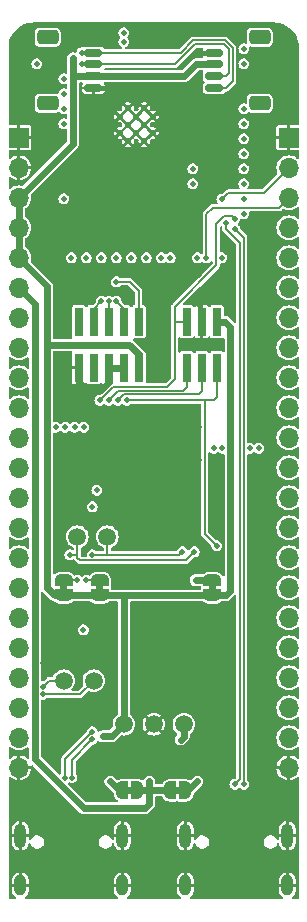
<source format=gbl>
G04 #@! TF.GenerationSoftware,KiCad,Pcbnew,8.99.0-1829-g5db4d10c86*
G04 #@! TF.CreationDate,2024-08-04T21:37:52+02:00*
G04 #@! TF.ProjectId,fiit-esp32-kit-pcb,66696974-2d65-4737-9033-322d6b69742d,0.1*
G04 #@! TF.SameCoordinates,Original*
G04 #@! TF.FileFunction,Copper,L4,Bot*
G04 #@! TF.FilePolarity,Positive*
%FSLAX46Y46*%
G04 Gerber Fmt 4.6, Leading zero omitted, Abs format (unit mm)*
G04 Created by KiCad (PCBNEW 8.99.0-1829-g5db4d10c86) date 2024-08-04 21:37:52*
%MOMM*%
%LPD*%
G01*
G04 APERTURE LIST*
G04 Aperture macros list*
%AMRoundRect*
0 Rectangle with rounded corners*
0 $1 Rounding radius*
0 $2 $3 $4 $5 $6 $7 $8 $9 X,Y pos of 4 corners*
0 Add a 4 corners polygon primitive as box body*
4,1,4,$2,$3,$4,$5,$6,$7,$8,$9,$2,$3,0*
0 Add four circle primitives for the rounded corners*
1,1,$1+$1,$2,$3*
1,1,$1+$1,$4,$5*
1,1,$1+$1,$6,$7*
1,1,$1+$1,$8,$9*
0 Add four rect primitives between the rounded corners*
20,1,$1+$1,$2,$3,$4,$5,0*
20,1,$1+$1,$4,$5,$6,$7,0*
20,1,$1+$1,$6,$7,$8,$9,0*
20,1,$1+$1,$8,$9,$2,$3,0*%
%AMFreePoly0*
4,1,19,0.500000,-0.750000,0.000000,-0.750000,0.000000,-0.744911,-0.071157,-0.744911,-0.207708,-0.704816,-0.327430,-0.627875,-0.420627,-0.520320,-0.479746,-0.390866,-0.500000,-0.250000,-0.500000,0.250000,-0.479746,0.390866,-0.420627,0.520320,-0.327430,0.627875,-0.207708,0.704816,-0.071157,0.744911,0.000000,0.744911,0.000000,0.750000,0.500000,0.750000,0.500000,-0.750000,0.500000,-0.750000,
$1*%
%AMFreePoly1*
4,1,19,0.000000,0.744911,0.071157,0.744911,0.207708,0.704816,0.327430,0.627875,0.420627,0.520320,0.479746,0.390866,0.500000,0.250000,0.500000,-0.250000,0.479746,-0.390866,0.420627,-0.520320,0.327430,-0.627875,0.207708,-0.704816,0.071157,-0.744911,0.000000,-0.744911,0.000000,-0.750000,-0.500000,-0.750000,-0.500000,0.750000,0.000000,0.750000,0.000000,0.744911,0.000000,0.744911,
$1*%
G04 Aperture macros list end*
G04 #@! TA.AperFunction,EtchedComponent*
%ADD10C,0.000000*%
G04 #@! TD*
G04 #@! TA.AperFunction,HeatsinkPad*
%ADD11C,0.600000*%
G04 #@! TD*
G04 #@! TA.AperFunction,ComponentPad*
%ADD12O,1.000000X2.100000*%
G04 #@! TD*
G04 #@! TA.AperFunction,ComponentPad*
%ADD13O,1.000000X1.800000*%
G04 #@! TD*
G04 #@! TA.AperFunction,ComponentPad*
%ADD14R,1.700000X1.700000*%
G04 #@! TD*
G04 #@! TA.AperFunction,ComponentPad*
%ADD15O,1.700000X1.700000*%
G04 #@! TD*
G04 #@! TA.AperFunction,SMDPad,CuDef*
%ADD16FreePoly0,270.000000*%
G04 #@! TD*
G04 #@! TA.AperFunction,SMDPad,CuDef*
%ADD17FreePoly1,270.000000*%
G04 #@! TD*
G04 #@! TA.AperFunction,SMDPad,CuDef*
%ADD18FreePoly0,180.000000*%
G04 #@! TD*
G04 #@! TA.AperFunction,SMDPad,CuDef*
%ADD19FreePoly1,180.000000*%
G04 #@! TD*
G04 #@! TA.AperFunction,SMDPad,CuDef*
%ADD20R,0.740000X2.400000*%
G04 #@! TD*
G04 #@! TA.AperFunction,SMDPad,CuDef*
%ADD21RoundRect,0.150000X-0.625000X0.150000X-0.625000X-0.150000X0.625000X-0.150000X0.625000X0.150000X0*%
G04 #@! TD*
G04 #@! TA.AperFunction,SMDPad,CuDef*
%ADD22RoundRect,0.250000X-0.650000X0.350000X-0.650000X-0.350000X0.650000X-0.350000X0.650000X0.350000X0*%
G04 #@! TD*
G04 #@! TA.AperFunction,SMDPad,CuDef*
%ADD23RoundRect,0.150000X0.625000X-0.150000X0.625000X0.150000X-0.625000X0.150000X-0.625000X-0.150000X0*%
G04 #@! TD*
G04 #@! TA.AperFunction,SMDPad,CuDef*
%ADD24RoundRect,0.250000X0.650000X-0.350000X0.650000X0.350000X-0.650000X0.350000X-0.650000X-0.350000X0*%
G04 #@! TD*
G04 #@! TA.AperFunction,SMDPad,CuDef*
%ADD25C,1.500000*%
G04 #@! TD*
G04 #@! TA.AperFunction,SMDPad,CuDef*
%ADD26FreePoly0,0.000000*%
G04 #@! TD*
G04 #@! TA.AperFunction,SMDPad,CuDef*
%ADD27FreePoly1,0.000000*%
G04 #@! TD*
G04 #@! TA.AperFunction,ViaPad*
%ADD28C,0.500000*%
G04 #@! TD*
G04 #@! TA.AperFunction,Conductor*
%ADD29C,0.200000*%
G04 #@! TD*
G04 #@! TA.AperFunction,Conductor*
%ADD30C,0.600000*%
G04 #@! TD*
G04 #@! TA.AperFunction,Conductor*
%ADD31C,0.400000*%
G04 #@! TD*
G04 APERTURE END LIST*
D10*
G04 #@! TA.AperFunction,EtchedComponent*
G36*
X200380000Y-96660000D02*
G01*
X199780000Y-96660000D01*
X199780000Y-96160000D01*
X200380000Y-96160000D01*
X200380000Y-96660000D01*
G37*
G04 #@! TD.AperFunction*
G04 #@! TA.AperFunction,EtchedComponent*
G36*
X209967000Y-113855000D02*
G01*
X209467000Y-113855000D01*
X209467000Y-113255000D01*
X209967000Y-113255000D01*
X209967000Y-113855000D01*
G37*
G04 #@! TD.AperFunction*
G04 #@! TA.AperFunction,EtchedComponent*
G36*
X212953000Y-96660000D02*
G01*
X212353000Y-96660000D01*
X212353000Y-96160000D01*
X212953000Y-96160000D01*
X212953000Y-96660000D01*
G37*
G04 #@! TD.AperFunction*
G04 #@! TA.AperFunction,EtchedComponent*
G36*
X203428000Y-96660000D02*
G01*
X202828000Y-96660000D01*
X202828000Y-96160000D01*
X203428000Y-96160000D01*
X203428000Y-96660000D01*
G37*
G04 #@! TD.AperFunction*
G04 #@! TA.AperFunction,EtchedComponent*
G36*
X205918000Y-113855000D02*
G01*
X205418000Y-113855000D01*
X205418000Y-113255000D01*
X205918000Y-113255000D01*
X205918000Y-113855000D01*
G37*
G04 #@! TD.AperFunction*
D11*
X204800000Y-56514000D03*
X204800000Y-57914000D03*
X205500000Y-55814000D03*
X205500000Y-57214000D03*
X205500000Y-58614000D03*
X206200000Y-56514000D03*
X206200000Y-57914000D03*
X206900000Y-55814000D03*
X206900000Y-57214000D03*
X206900000Y-58614000D03*
X207600000Y-56514000D03*
X207600000Y-57914000D03*
D12*
X196395000Y-117415000D03*
D13*
X196395000Y-121615000D03*
D12*
X205035000Y-117415000D03*
D13*
X205035000Y-121615000D03*
D12*
X210365000Y-117415000D03*
D13*
X210365000Y-121615000D03*
D12*
X219005000Y-117415000D03*
D13*
X219005000Y-121615000D03*
D14*
X219130000Y-58310000D03*
D15*
X219130000Y-60850000D03*
X219130000Y-63390000D03*
X219130000Y-65930000D03*
X219130000Y-68470000D03*
X219130000Y-71010000D03*
X219130000Y-73550000D03*
X219130000Y-76090000D03*
X219130000Y-78630000D03*
X219130000Y-81170000D03*
X219130000Y-83710000D03*
X219130000Y-86250000D03*
X219130000Y-88790000D03*
X219130000Y-91330000D03*
X219130000Y-93870000D03*
X219130000Y-96410000D03*
X219130000Y-98950000D03*
X219130000Y-101490000D03*
X219130000Y-104030000D03*
X219130000Y-106570000D03*
X219130000Y-109110000D03*
X219130000Y-111650000D03*
D16*
X200080000Y-95760000D03*
D17*
X200080000Y-97060000D03*
D18*
X210367000Y-113555000D03*
D19*
X209067000Y-113555000D03*
D20*
X213034000Y-77786000D03*
X213034000Y-73886000D03*
X211764000Y-77786000D03*
X211764000Y-73886000D03*
X210494000Y-77786000D03*
X210494000Y-73886000D03*
D21*
X212812000Y-51095000D03*
X212812000Y-52095000D03*
X212812000Y-53095000D03*
X212812000Y-54095000D03*
D22*
X216687000Y-49795000D03*
X216687000Y-55395000D03*
D23*
X202588000Y-54096400D03*
X202588000Y-53096400D03*
X202588000Y-52096400D03*
X202588000Y-51096400D03*
D24*
X198713000Y-55396400D03*
X198713000Y-49796400D03*
D16*
X212653000Y-95760000D03*
D17*
X212653000Y-97060000D03*
D16*
X203128000Y-95760000D03*
D17*
X203128000Y-97060000D03*
D25*
X201223000Y-92092000D03*
D20*
X206430000Y-77786000D03*
X206430000Y-73886000D03*
X205160000Y-77786000D03*
X205160000Y-73886000D03*
X203890000Y-77786000D03*
X203890000Y-73886000D03*
X202620000Y-77786000D03*
X202620000Y-73886000D03*
X201350000Y-77786000D03*
X201350000Y-73886000D03*
D26*
X205018000Y-113555000D03*
D27*
X206318000Y-113555000D03*
D25*
X205160000Y-107967000D03*
X200080000Y-104284000D03*
D14*
X196270000Y-58310000D03*
D15*
X196270000Y-60850000D03*
X196270000Y-63390000D03*
X196270000Y-65930000D03*
X196270000Y-68470000D03*
X196270000Y-71010000D03*
X196270000Y-73550000D03*
X196270000Y-76090000D03*
X196270000Y-78630000D03*
X196270000Y-81170000D03*
X196270000Y-83710000D03*
X196270000Y-86250000D03*
X196270000Y-88790000D03*
X196270000Y-91330000D03*
X196270000Y-93870000D03*
X196270000Y-96410000D03*
X196270000Y-98950000D03*
X196270000Y-101490000D03*
X196270000Y-104030000D03*
X196270000Y-106570000D03*
X196270000Y-109110000D03*
X196270000Y-111650000D03*
D25*
X203763000Y-92092000D03*
X210240000Y-107967000D03*
X202620000Y-104284000D03*
X207700000Y-107967000D03*
D28*
X219130000Y-51325000D03*
X219130000Y-55135000D03*
X201350000Y-60215000D03*
X196778000Y-92600000D03*
X206303000Y-85615000D03*
X214304000Y-68851000D03*
X209732000Y-115206000D03*
X199826000Y-94251000D03*
X218622000Y-82440000D03*
X218622000Y-72280000D03*
X218622000Y-74820000D03*
X218622000Y-77360000D03*
X218622000Y-79900000D03*
X211510000Y-64025000D03*
X218495000Y-67200000D03*
X210875000Y-53941200D03*
X215116800Y-53941200D03*
X199445000Y-101871000D03*
X199191000Y-107713000D03*
X203255000Y-85615000D03*
X196778000Y-79900000D03*
X196778000Y-77360000D03*
X202747000Y-91203000D03*
X211129000Y-90187000D03*
X207700000Y-121175000D03*
X198175000Y-119905000D03*
X203255000Y-119905000D03*
X200715000Y-119905000D03*
X212145000Y-119905000D03*
X217225000Y-119905000D03*
X214685000Y-119905000D03*
X204271000Y-103268000D03*
X213161000Y-99331000D03*
X211510000Y-95013000D03*
X213288000Y-93997000D03*
X198302000Y-102760000D03*
X204271000Y-100347000D03*
X206430000Y-98061000D03*
X207700000Y-102379000D03*
X209351000Y-106951000D03*
X209351000Y-105300000D03*
X209351000Y-104030000D03*
X202620000Y-110761000D03*
X208589000Y-110888000D03*
X217352000Y-110126000D03*
X217352000Y-107713000D03*
X217352000Y-105300000D03*
X217352000Y-102760000D03*
X217352000Y-90060000D03*
X217352000Y-92473000D03*
X217352000Y-95013000D03*
X217352000Y-100220000D03*
X217352000Y-97807000D03*
X206430000Y-95140000D03*
X206430000Y-92854000D03*
X212780000Y-90187000D03*
X211510000Y-85615000D03*
X211510000Y-82821000D03*
X212780000Y-86885000D03*
X216717000Y-82821000D03*
X216717000Y-81170000D03*
X211510000Y-72468000D03*
X202112000Y-80535000D03*
X201858000Y-71772000D03*
X213923000Y-72153000D03*
X207700000Y-64025000D03*
X204525000Y-64025000D03*
X201350000Y-64025000D03*
X195762000Y-51960000D03*
X207065000Y-49420000D03*
X210240000Y-49420000D03*
X203255000Y-55770000D03*
X214050000Y-60850000D03*
X214050000Y-58945000D03*
X214050000Y-57040000D03*
X210875000Y-58945000D03*
X210875000Y-55135000D03*
X210875000Y-57040000D03*
X208970000Y-57040000D03*
X205795000Y-53865000D03*
X207700000Y-60215000D03*
X204525000Y-60215000D03*
X214191000Y-92473000D03*
X198683000Y-86123000D03*
X198683000Y-93616000D03*
X205160000Y-103649000D03*
X214191000Y-88155000D03*
X200842000Y-51579000D03*
X203382000Y-108983000D03*
X213034000Y-105427000D03*
X205160000Y-81883500D03*
X211510000Y-51095000D03*
X202493000Y-92854000D03*
X211891000Y-109758000D03*
X200588000Y-106697000D03*
X200461000Y-49494000D03*
X196905000Y-56659000D03*
X215941000Y-88790000D03*
X202112000Y-113428000D03*
X203255000Y-69918000D03*
X203890000Y-54096400D03*
X216336000Y-113174000D03*
X207096000Y-76141000D03*
X203255000Y-106697000D03*
X207700000Y-117415000D03*
X211510000Y-76141000D03*
X208081000Y-114649000D03*
X211383000Y-105427000D03*
X206430000Y-91254000D03*
X208589000Y-108983000D03*
X205668000Y-109872000D03*
X216082000Y-95775000D03*
X210240000Y-97807000D03*
X211510000Y-69918000D03*
X198937000Y-97680000D03*
X212526000Y-111904000D03*
X214939000Y-49494000D03*
X199699000Y-88790000D03*
X216082000Y-99077000D03*
X213669000Y-109758000D03*
X199191000Y-109872000D03*
X213034000Y-92854000D03*
X197794000Y-52034000D03*
X205414000Y-80535000D03*
X209986000Y-109262400D03*
X207319000Y-112793000D03*
X201985000Y-95775000D03*
X200148997Y-112478000D03*
X202493000Y-108602000D03*
X202493000Y-109237000D03*
X200776000Y-112478000D03*
X204017000Y-112793000D03*
X211383000Y-112793000D03*
X213796000Y-65527000D03*
X214558000Y-113047000D03*
X215320000Y-113047000D03*
X214558000Y-66004000D03*
X215320000Y-60924000D03*
X200988000Y-82821000D03*
X200080000Y-55844000D03*
X213514000Y-84599000D03*
X215320000Y-50764000D03*
X202493000Y-89552000D03*
X200080000Y-63464000D03*
X200715000Y-68470000D03*
X202874000Y-88155000D03*
X203128000Y-80535000D03*
X201746000Y-99966000D03*
X214558000Y-65168000D03*
X204652000Y-80535000D03*
X198321790Y-104772210D03*
X205160000Y-49420000D03*
X200080000Y-54574000D03*
X200188000Y-82821000D03*
X205160000Y-50182000D03*
X198302000Y-105427000D03*
X203890000Y-80535000D03*
X200080000Y-53304000D03*
X199388000Y-82821000D03*
X204525000Y-68470000D03*
X200080000Y-57114000D03*
X201788000Y-82821000D03*
X216590000Y-84599000D03*
X215320000Y-52034000D03*
X203255000Y-68470000D03*
X205795000Y-68470000D03*
X201985000Y-68470000D03*
X212145000Y-68470000D03*
X212787997Y-84599000D03*
X203890000Y-72153000D03*
X215320000Y-58384000D03*
X204525000Y-70502000D03*
X215320000Y-55844000D03*
X213457000Y-63517000D03*
X213457000Y-68470000D03*
X215828000Y-84599000D03*
X215320000Y-62194000D03*
X211002000Y-60924000D03*
X215320000Y-63464000D03*
X201604000Y-52096400D03*
X202493000Y-93616000D03*
X210113000Y-93362000D03*
X211002000Y-62194000D03*
X204525000Y-72141000D03*
X215320000Y-59654000D03*
X207065000Y-68470000D03*
X209097000Y-68470000D03*
X208335000Y-68470000D03*
X200588000Y-93616000D03*
X211129000Y-93362000D03*
X201604000Y-51096400D03*
X211383000Y-68470000D03*
X203262997Y-72153000D03*
X215320000Y-57114000D03*
X215320000Y-64734000D03*
X211256000Y-95760000D03*
X201223000Y-95775000D03*
D29*
X205414000Y-80535000D02*
X212018000Y-80535000D01*
X212018000Y-80535000D02*
X212780000Y-80535000D01*
X212018000Y-91838000D02*
X212018000Y-80535000D01*
X213034000Y-92854000D02*
X212018000Y-91838000D01*
X212780000Y-80535000D02*
X213034000Y-80281000D01*
X213034000Y-80281000D02*
X213034000Y-77786000D01*
D30*
X200080000Y-97060000D02*
X203128000Y-97060000D01*
X203128000Y-97060000D02*
X205160000Y-97060000D01*
X200842000Y-58818000D02*
X200842000Y-53103000D01*
X196270000Y-63390000D02*
X200842000Y-58818000D01*
X204144000Y-108983000D02*
X203382000Y-108983000D01*
X198683000Y-93616000D02*
X198683000Y-96418000D01*
X198683000Y-70883000D02*
X198683000Y-75836000D01*
X205160000Y-97060000D02*
X212653000Y-97060000D01*
X199325000Y-97060000D02*
X200080000Y-97060000D01*
X214191000Y-96650000D02*
X214191000Y-92473000D01*
X211264000Y-52095000D02*
X212812000Y-52095000D01*
X202588000Y-53096400D02*
X210262600Y-53096400D01*
X205160000Y-103649000D02*
X205160000Y-97060000D01*
X214191000Y-88155000D02*
X214191000Y-74326000D01*
X198683000Y-96418000D02*
X199325000Y-97060000D01*
X198683000Y-75836000D02*
X205634000Y-75836000D01*
X198683000Y-86123000D02*
X198683000Y-93616000D01*
X213751000Y-73886000D02*
X213034000Y-73886000D01*
X198683000Y-75836000D02*
X198683000Y-86123000D01*
X213781000Y-97060000D02*
X214191000Y-96650000D01*
X196270000Y-63390000D02*
X196270000Y-65930000D01*
X196270000Y-68470000D02*
X198683000Y-70883000D01*
X205160000Y-107967000D02*
X205160000Y-103649000D01*
X196270000Y-65930000D02*
X196270000Y-68470000D01*
X214191000Y-74326000D02*
X213751000Y-73886000D01*
X212653000Y-97060000D02*
X213781000Y-97060000D01*
X200848600Y-53096400D02*
X200842000Y-53103000D01*
X202588000Y-53096400D02*
X200848600Y-53096400D01*
X214191000Y-92473000D02*
X214191000Y-88155000D01*
X206430000Y-76632000D02*
X206430000Y-77786000D01*
X205634000Y-75836000D02*
X206430000Y-76632000D01*
X210262600Y-53096400D02*
X211264000Y-52095000D01*
X205160000Y-107967000D02*
X204144000Y-108983000D01*
X200842000Y-53103000D02*
X200842000Y-51579000D01*
D31*
X211510000Y-51095000D02*
X212812000Y-51095000D01*
D30*
X201985000Y-79646000D02*
X201350000Y-79011000D01*
X203890000Y-79011000D02*
X203255000Y-79646000D01*
X203890000Y-77786000D02*
X205160000Y-77786000D01*
D31*
X203890000Y-54096400D02*
X202588000Y-54096400D01*
D30*
X201350000Y-79011000D02*
X201350000Y-77786000D01*
X203890000Y-77786000D02*
X203890000Y-79011000D01*
X203255000Y-79646000D02*
X201985000Y-79646000D01*
X207319000Y-114698000D02*
X207319000Y-113555000D01*
X207319000Y-113555000D02*
X207319000Y-112793000D01*
X210240000Y-107967000D02*
X210240000Y-109008400D01*
X197625000Y-72365000D02*
X197625000Y-110911426D01*
X207319000Y-113555000D02*
X206318000Y-113555000D01*
X210240000Y-109008400D02*
X209986000Y-109262400D01*
X206938000Y-115079000D02*
X207319000Y-114698000D01*
X197625000Y-110911426D02*
X201792574Y-115079000D01*
X209067000Y-113555000D02*
X207319000Y-113555000D01*
X201792574Y-115079000D02*
X206938000Y-115079000D01*
X196270000Y-71010000D02*
X197625000Y-72365000D01*
D29*
X203113000Y-95775000D02*
X203128000Y-95760000D01*
X201985000Y-95775000D02*
X203113000Y-95775000D01*
X202453420Y-108602000D02*
X200148997Y-110906423D01*
X200148997Y-110906423D02*
X200148997Y-112478000D01*
X202493000Y-108602000D02*
X202453420Y-108602000D01*
X202493000Y-109237000D02*
X200776000Y-110954000D01*
X200776000Y-110954000D02*
X200776000Y-112478000D01*
D30*
X205018000Y-113555000D02*
X204779000Y-113555000D01*
X204779000Y-113555000D02*
X204017000Y-112793000D01*
X210621000Y-113555000D02*
X211383000Y-112793000D01*
X210367000Y-113555000D02*
X210621000Y-113555000D01*
D29*
X214993000Y-67254000D02*
X213796000Y-66057000D01*
X214993000Y-112612000D02*
X214993000Y-67254000D01*
X213796000Y-66057000D02*
X213796000Y-65527000D01*
X214558000Y-113047000D02*
X214993000Y-112612000D01*
X214558000Y-66004000D02*
X215320000Y-66766000D01*
X215320000Y-66766000D02*
X215320000Y-113047000D01*
X212980000Y-69122580D02*
X212980000Y-65603000D01*
X214321580Y-64931580D02*
X214558000Y-65168000D01*
X208843000Y-79392000D02*
X209478000Y-78757000D01*
X204271000Y-79392000D02*
X208843000Y-79392000D01*
X209478000Y-73931000D02*
X209478000Y-72624580D01*
X203128000Y-80535000D02*
X204271000Y-79392000D01*
X210494000Y-73886000D02*
X209523000Y-73886000D01*
X212980000Y-65603000D02*
X213651420Y-64931580D01*
X213651420Y-64931580D02*
X214321580Y-64931580D01*
X209478000Y-78757000D02*
X209478000Y-73931000D01*
X209478000Y-72624580D02*
X212980000Y-69122580D01*
X209523000Y-73886000D02*
X209478000Y-73931000D01*
X211764000Y-79773000D02*
X211764000Y-77786000D01*
X198810000Y-104284000D02*
X200080000Y-104284000D01*
X198321790Y-104772210D02*
X198810000Y-104284000D01*
X211491000Y-80046000D02*
X211764000Y-79773000D01*
X205141000Y-80046000D02*
X211491000Y-80046000D01*
X204652000Y-80535000D02*
X205141000Y-80046000D01*
X204706000Y-79719000D02*
X210167000Y-79719000D01*
X201477000Y-105427000D02*
X202620000Y-104284000D01*
X210167000Y-79719000D02*
X210494000Y-79392000D01*
X198302000Y-105427000D02*
X201477000Y-105427000D01*
X210494000Y-79392000D02*
X210494000Y-77786000D01*
X203890000Y-80535000D02*
X204706000Y-79719000D01*
X212692000Y-64240000D02*
X212145000Y-64787000D01*
X219130000Y-63390000D02*
X218280000Y-64240000D01*
X218280000Y-64240000D02*
X212692000Y-64240000D01*
X212145000Y-64787000D02*
X212145000Y-68470000D01*
X203890000Y-73886000D02*
X203890000Y-72153000D01*
X206430000Y-71264000D02*
X206430000Y-73886000D01*
X205668000Y-70502000D02*
X206430000Y-71264000D01*
X204525000Y-70502000D02*
X205668000Y-70502000D01*
X213987000Y-62987000D02*
X213457000Y-63517000D01*
X216993000Y-62987000D02*
X213987000Y-62987000D01*
X219130000Y-60850000D02*
X216993000Y-62987000D01*
X214050000Y-50817000D02*
X213615000Y-50382000D01*
X203763000Y-93616000D02*
X209859000Y-93616000D01*
X202493000Y-93616000D02*
X203763000Y-93616000D01*
X209859000Y-93616000D02*
X210113000Y-93362000D01*
X213615000Y-50382000D02*
X211183000Y-50382000D01*
X209468600Y-52096400D02*
X202588000Y-52096400D01*
X203763000Y-92092000D02*
X203763000Y-93616000D01*
X213804000Y-53095000D02*
X214050000Y-52849000D01*
X211183000Y-50382000D02*
X209468600Y-52096400D01*
X201604000Y-52096400D02*
X202588000Y-52096400D01*
X214050000Y-52849000D02*
X214050000Y-50817000D01*
X212812000Y-53095000D02*
X213804000Y-53095000D01*
X205160000Y-73886000D02*
X205160000Y-72776000D01*
X205160000Y-72776000D02*
X204525000Y-72141000D01*
X214377000Y-53538000D02*
X213820000Y-54095000D01*
X201223000Y-92092000D02*
X201223000Y-93616000D01*
X201223000Y-93870000D02*
X201446000Y-94093000D01*
X200588000Y-93616000D02*
X201223000Y-93616000D01*
X201223000Y-93616000D02*
X201223000Y-93870000D01*
X210398000Y-94093000D02*
X211129000Y-93362000D01*
X214377000Y-50681552D02*
X214377000Y-53538000D01*
X211047552Y-50055000D02*
X213750448Y-50055000D01*
X202588000Y-51096400D02*
X210006152Y-51096400D01*
X213750448Y-50055000D02*
X214377000Y-50681552D01*
X201604000Y-51096400D02*
X202588000Y-51096400D01*
X201446000Y-94093000D02*
X210398000Y-94093000D01*
X213820000Y-54095000D02*
X212812000Y-54095000D01*
X210006152Y-51096400D02*
X211047552Y-50055000D01*
X202620000Y-72795997D02*
X203262997Y-72153000D01*
X202620000Y-73886000D02*
X202620000Y-72795997D01*
D30*
X211256000Y-95760000D02*
X212653000Y-95760000D01*
D29*
X201223000Y-95775000D02*
X200095000Y-95775000D01*
X200095000Y-95775000D02*
X200080000Y-95760000D01*
G04 #@! TA.AperFunction,Conductor*
G36*
X219953875Y-64161330D02*
G01*
X219992690Y-64208627D01*
X219999500Y-64244710D01*
X219999500Y-65075289D01*
X219980593Y-65133480D01*
X219931093Y-65169444D01*
X219869907Y-65169444D01*
X219837695Y-65151817D01*
X219716452Y-65052317D01*
X219716452Y-65052316D01*
X219533954Y-64954768D01*
X219335934Y-64894699D01*
X219335929Y-64894698D01*
X219130003Y-64874417D01*
X219129997Y-64874417D01*
X218924070Y-64894698D01*
X218924065Y-64894699D01*
X218726045Y-64954768D01*
X218543547Y-65052316D01*
X218383595Y-65183585D01*
X218383585Y-65183595D01*
X218252316Y-65343547D01*
X218154768Y-65526045D01*
X218094699Y-65724065D01*
X218094698Y-65724070D01*
X218074417Y-65929996D01*
X218074417Y-65930003D01*
X218094698Y-66135929D01*
X218094699Y-66135934D01*
X218154768Y-66333954D01*
X218252316Y-66516452D01*
X218361926Y-66650012D01*
X218383590Y-66676410D01*
X218383595Y-66676414D01*
X218543547Y-66807683D01*
X218543548Y-66807683D01*
X218543550Y-66807685D01*
X218726046Y-66905232D01*
X218863997Y-66947078D01*
X218924065Y-66965300D01*
X218924070Y-66965301D01*
X219129997Y-66985583D01*
X219130000Y-66985583D01*
X219130003Y-66985583D01*
X219335929Y-66965301D01*
X219335934Y-66965300D01*
X219533954Y-66905232D01*
X219716450Y-66807685D01*
X219837695Y-66708181D01*
X219894672Y-66685882D01*
X219953875Y-66701330D01*
X219992690Y-66748627D01*
X219999500Y-66784710D01*
X219999500Y-67615289D01*
X219980593Y-67673480D01*
X219931093Y-67709444D01*
X219869907Y-67709444D01*
X219837695Y-67691817D01*
X219716452Y-67592317D01*
X219716452Y-67592316D01*
X219533954Y-67494768D01*
X219335934Y-67434699D01*
X219335929Y-67434698D01*
X219130003Y-67414417D01*
X219129997Y-67414417D01*
X218924070Y-67434698D01*
X218924065Y-67434699D01*
X218726045Y-67494768D01*
X218543547Y-67592316D01*
X218383595Y-67723585D01*
X218383585Y-67723595D01*
X218252316Y-67883547D01*
X218154768Y-68066045D01*
X218094699Y-68264065D01*
X218094698Y-68264070D01*
X218074417Y-68469996D01*
X218074417Y-68470003D01*
X218094698Y-68675929D01*
X218094699Y-68675934D01*
X218154768Y-68873954D01*
X218252316Y-69056452D01*
X218339055Y-69162144D01*
X218383590Y-69216410D01*
X218383595Y-69216414D01*
X218543547Y-69347683D01*
X218543548Y-69347683D01*
X218543550Y-69347685D01*
X218726046Y-69445232D01*
X218863997Y-69487078D01*
X218924065Y-69505300D01*
X218924070Y-69505301D01*
X219129997Y-69525583D01*
X219130000Y-69525583D01*
X219130003Y-69525583D01*
X219335929Y-69505301D01*
X219335934Y-69505300D01*
X219368458Y-69495434D01*
X219533954Y-69445232D01*
X219716450Y-69347685D01*
X219837695Y-69248181D01*
X219894672Y-69225882D01*
X219953875Y-69241330D01*
X219992690Y-69288627D01*
X219999500Y-69324710D01*
X219999500Y-70155289D01*
X219980593Y-70213480D01*
X219931093Y-70249444D01*
X219869907Y-70249444D01*
X219837695Y-70231817D01*
X219716452Y-70132317D01*
X219716452Y-70132316D01*
X219533954Y-70034768D01*
X219335934Y-69974699D01*
X219335929Y-69974698D01*
X219130003Y-69954417D01*
X219129997Y-69954417D01*
X218924070Y-69974698D01*
X218924065Y-69974699D01*
X218726045Y-70034768D01*
X218543547Y-70132316D01*
X218383595Y-70263585D01*
X218383585Y-70263595D01*
X218252316Y-70423547D01*
X218154768Y-70606045D01*
X218094699Y-70804065D01*
X218094698Y-70804070D01*
X218074417Y-71009996D01*
X218074417Y-71010003D01*
X218094698Y-71215929D01*
X218094699Y-71215930D01*
X218094699Y-71215932D01*
X218094700Y-71215934D01*
X218122990Y-71309195D01*
X218154768Y-71413954D01*
X218252316Y-71596452D01*
X218359452Y-71726998D01*
X218383590Y-71756410D01*
X218383595Y-71756414D01*
X218543547Y-71887683D01*
X218543548Y-71887683D01*
X218543550Y-71887685D01*
X218726046Y-71985232D01*
X218856400Y-72024774D01*
X218924065Y-72045300D01*
X218924070Y-72045301D01*
X219129997Y-72065583D01*
X219130000Y-72065583D01*
X219130003Y-72065583D01*
X219335929Y-72045301D01*
X219335934Y-72045300D01*
X219368458Y-72035434D01*
X219533954Y-71985232D01*
X219716450Y-71887685D01*
X219837695Y-71788181D01*
X219894672Y-71765882D01*
X219953875Y-71781330D01*
X219992690Y-71828627D01*
X219999500Y-71864710D01*
X219999500Y-72695289D01*
X219980593Y-72753480D01*
X219931093Y-72789444D01*
X219869907Y-72789444D01*
X219837695Y-72771817D01*
X219716452Y-72672317D01*
X219716452Y-72672316D01*
X219533954Y-72574768D01*
X219335934Y-72514699D01*
X219335929Y-72514698D01*
X219130003Y-72494417D01*
X219129997Y-72494417D01*
X218924070Y-72514698D01*
X218924065Y-72514699D01*
X218726045Y-72574768D01*
X218543547Y-72672316D01*
X218383595Y-72803585D01*
X218383585Y-72803595D01*
X218252316Y-72963547D01*
X218154768Y-73146045D01*
X218094699Y-73344065D01*
X218094698Y-73344070D01*
X218074417Y-73549996D01*
X218074417Y-73550003D01*
X218094698Y-73755929D01*
X218094699Y-73755934D01*
X218154768Y-73953954D01*
X218252316Y-74136452D01*
X218353798Y-74260108D01*
X218383590Y-74296410D01*
X218383595Y-74296414D01*
X218543547Y-74427683D01*
X218543548Y-74427683D01*
X218543550Y-74427685D01*
X218726046Y-74525232D01*
X218863997Y-74567078D01*
X218924065Y-74585300D01*
X218924070Y-74585301D01*
X219129997Y-74605583D01*
X219130000Y-74605583D01*
X219130003Y-74605583D01*
X219335929Y-74585301D01*
X219335934Y-74585300D01*
X219533954Y-74525232D01*
X219716450Y-74427685D01*
X219837695Y-74328181D01*
X219894672Y-74305882D01*
X219953875Y-74321330D01*
X219992690Y-74368627D01*
X219999500Y-74404710D01*
X219999500Y-75235289D01*
X219980593Y-75293480D01*
X219931093Y-75329444D01*
X219869907Y-75329444D01*
X219837695Y-75311817D01*
X219754052Y-75243174D01*
X219716452Y-75212316D01*
X219533954Y-75114768D01*
X219335934Y-75054699D01*
X219335929Y-75054698D01*
X219130003Y-75034417D01*
X219129997Y-75034417D01*
X218924070Y-75054698D01*
X218924065Y-75054699D01*
X218726045Y-75114768D01*
X218543547Y-75212316D01*
X218383595Y-75343585D01*
X218383585Y-75343595D01*
X218252316Y-75503547D01*
X218154768Y-75686045D01*
X218094699Y-75884065D01*
X218094698Y-75884070D01*
X218074417Y-76089996D01*
X218074417Y-76090003D01*
X218094698Y-76295929D01*
X218094699Y-76295934D01*
X218154768Y-76493954D01*
X218252316Y-76676452D01*
X218328526Y-76769314D01*
X218383590Y-76836410D01*
X218383595Y-76836414D01*
X218543547Y-76967683D01*
X218543548Y-76967683D01*
X218543550Y-76967685D01*
X218726046Y-77065232D01*
X218863997Y-77107078D01*
X218924065Y-77125300D01*
X218924070Y-77125301D01*
X219129997Y-77145583D01*
X219130000Y-77145583D01*
X219130003Y-77145583D01*
X219335929Y-77125301D01*
X219335934Y-77125300D01*
X219533954Y-77065232D01*
X219716450Y-76967685D01*
X219837695Y-76868181D01*
X219894672Y-76845882D01*
X219953875Y-76861330D01*
X219992690Y-76908627D01*
X219999500Y-76944710D01*
X219999500Y-77775289D01*
X219980593Y-77833480D01*
X219931093Y-77869444D01*
X219869907Y-77869444D01*
X219837695Y-77851817D01*
X219761378Y-77789186D01*
X219716452Y-77752316D01*
X219533954Y-77654768D01*
X219335934Y-77594699D01*
X219335929Y-77594698D01*
X219130003Y-77574417D01*
X219129997Y-77574417D01*
X218924070Y-77594698D01*
X218924065Y-77594699D01*
X218726045Y-77654768D01*
X218543547Y-77752316D01*
X218383595Y-77883585D01*
X218383585Y-77883595D01*
X218252316Y-78043547D01*
X218154768Y-78226045D01*
X218094699Y-78424065D01*
X218094698Y-78424070D01*
X218074417Y-78629996D01*
X218074417Y-78630003D01*
X218094698Y-78835929D01*
X218094699Y-78835934D01*
X218154768Y-79033954D01*
X218252316Y-79216452D01*
X218358401Y-79345717D01*
X218383590Y-79376410D01*
X218383595Y-79376414D01*
X218543547Y-79507683D01*
X218543548Y-79507683D01*
X218543550Y-79507685D01*
X218726046Y-79605232D01*
X218863997Y-79647078D01*
X218924065Y-79665300D01*
X218924070Y-79665301D01*
X219129997Y-79685583D01*
X219130000Y-79685583D01*
X219130003Y-79685583D01*
X219335929Y-79665301D01*
X219335934Y-79665300D01*
X219533954Y-79605232D01*
X219716450Y-79507685D01*
X219837695Y-79408181D01*
X219894672Y-79385882D01*
X219953875Y-79401330D01*
X219992690Y-79448627D01*
X219999500Y-79484710D01*
X219999500Y-80315289D01*
X219980593Y-80373480D01*
X219931093Y-80409444D01*
X219869907Y-80409444D01*
X219837695Y-80391817D01*
X219716452Y-80292317D01*
X219716452Y-80292316D01*
X219533954Y-80194768D01*
X219335934Y-80134699D01*
X219335929Y-80134698D01*
X219130003Y-80114417D01*
X219129997Y-80114417D01*
X218924070Y-80134698D01*
X218924065Y-80134699D01*
X218726045Y-80194768D01*
X218543547Y-80292316D01*
X218383595Y-80423585D01*
X218383585Y-80423595D01*
X218252316Y-80583547D01*
X218154768Y-80766045D01*
X218094699Y-80964065D01*
X218094698Y-80964070D01*
X218074417Y-81169996D01*
X218074417Y-81170003D01*
X218094698Y-81375929D01*
X218094699Y-81375934D01*
X218154768Y-81573954D01*
X218252316Y-81756452D01*
X218383585Y-81916404D01*
X218383590Y-81916410D01*
X218383595Y-81916414D01*
X218543547Y-82047683D01*
X218543548Y-82047683D01*
X218543550Y-82047685D01*
X218726046Y-82145232D01*
X218863997Y-82187078D01*
X218924065Y-82205300D01*
X218924070Y-82205301D01*
X219129997Y-82225583D01*
X219130000Y-82225583D01*
X219130003Y-82225583D01*
X219335929Y-82205301D01*
X219335934Y-82205300D01*
X219533954Y-82145232D01*
X219716450Y-82047685D01*
X219837695Y-81948181D01*
X219894672Y-81925882D01*
X219953875Y-81941330D01*
X219992690Y-81988627D01*
X219999500Y-82024710D01*
X219999500Y-82855289D01*
X219980593Y-82913480D01*
X219931093Y-82949444D01*
X219869907Y-82949444D01*
X219837695Y-82931817D01*
X219716452Y-82832317D01*
X219716452Y-82832316D01*
X219533954Y-82734768D01*
X219335934Y-82674699D01*
X219335929Y-82674698D01*
X219130003Y-82654417D01*
X219129997Y-82654417D01*
X218924070Y-82674698D01*
X218924065Y-82674699D01*
X218726045Y-82734768D01*
X218543547Y-82832316D01*
X218383595Y-82963585D01*
X218383585Y-82963595D01*
X218252316Y-83123547D01*
X218154768Y-83306045D01*
X218094699Y-83504065D01*
X218094698Y-83504070D01*
X218074417Y-83709996D01*
X218074417Y-83710003D01*
X218094698Y-83915929D01*
X218094699Y-83915934D01*
X218154768Y-84113954D01*
X218252316Y-84296452D01*
X218298672Y-84352937D01*
X218383590Y-84456410D01*
X218383595Y-84456414D01*
X218543547Y-84587683D01*
X218543548Y-84587683D01*
X218543550Y-84587685D01*
X218726046Y-84685232D01*
X218863997Y-84727078D01*
X218924065Y-84745300D01*
X218924070Y-84745301D01*
X219129997Y-84765583D01*
X219130000Y-84765583D01*
X219130003Y-84765583D01*
X219335929Y-84745301D01*
X219335934Y-84745300D01*
X219533954Y-84685232D01*
X219716450Y-84587685D01*
X219837695Y-84488181D01*
X219894672Y-84465882D01*
X219953875Y-84481330D01*
X219992690Y-84528627D01*
X219999500Y-84564710D01*
X219999500Y-85395289D01*
X219980593Y-85453480D01*
X219931093Y-85489444D01*
X219869907Y-85489444D01*
X219837695Y-85471817D01*
X219716452Y-85372317D01*
X219716452Y-85372316D01*
X219533954Y-85274768D01*
X219335934Y-85214699D01*
X219335929Y-85214698D01*
X219130003Y-85194417D01*
X219129997Y-85194417D01*
X218924070Y-85214698D01*
X218924065Y-85214699D01*
X218726045Y-85274768D01*
X218543547Y-85372316D01*
X218383595Y-85503585D01*
X218383585Y-85503595D01*
X218252316Y-85663547D01*
X218154768Y-85846045D01*
X218094699Y-86044065D01*
X218094698Y-86044070D01*
X218074417Y-86249996D01*
X218074417Y-86250003D01*
X218094698Y-86455929D01*
X218094699Y-86455934D01*
X218154768Y-86653954D01*
X218252316Y-86836452D01*
X218383585Y-86996404D01*
X218383590Y-86996410D01*
X218383595Y-86996414D01*
X218543547Y-87127683D01*
X218543548Y-87127683D01*
X218543550Y-87127685D01*
X218726046Y-87225232D01*
X218863997Y-87267078D01*
X218924065Y-87285300D01*
X218924070Y-87285301D01*
X219129997Y-87305583D01*
X219130000Y-87305583D01*
X219130003Y-87305583D01*
X219335929Y-87285301D01*
X219335934Y-87285300D01*
X219533954Y-87225232D01*
X219716450Y-87127685D01*
X219837695Y-87028181D01*
X219894672Y-87005882D01*
X219953875Y-87021330D01*
X219992690Y-87068627D01*
X219999500Y-87104710D01*
X219999500Y-87935289D01*
X219980593Y-87993480D01*
X219931093Y-88029444D01*
X219869907Y-88029444D01*
X219837695Y-88011817D01*
X219716452Y-87912317D01*
X219716452Y-87912316D01*
X219533954Y-87814768D01*
X219335934Y-87754699D01*
X219335929Y-87754698D01*
X219130003Y-87734417D01*
X219129997Y-87734417D01*
X218924070Y-87754698D01*
X218924065Y-87754699D01*
X218726045Y-87814768D01*
X218543547Y-87912316D01*
X218383595Y-88043585D01*
X218383585Y-88043595D01*
X218252316Y-88203547D01*
X218154768Y-88386045D01*
X218094699Y-88584065D01*
X218094698Y-88584070D01*
X218074417Y-88789996D01*
X218074417Y-88790003D01*
X218094698Y-88995929D01*
X218094699Y-88995934D01*
X218154768Y-89193954D01*
X218252316Y-89376452D01*
X218383585Y-89536404D01*
X218383590Y-89536410D01*
X218383595Y-89536414D01*
X218543547Y-89667683D01*
X218543548Y-89667683D01*
X218543550Y-89667685D01*
X218726046Y-89765232D01*
X218834270Y-89798061D01*
X218924065Y-89825300D01*
X218924070Y-89825301D01*
X219129997Y-89845583D01*
X219130000Y-89845583D01*
X219130003Y-89845583D01*
X219335929Y-89825301D01*
X219335934Y-89825300D01*
X219533954Y-89765232D01*
X219716450Y-89667685D01*
X219837695Y-89568181D01*
X219894672Y-89545882D01*
X219953875Y-89561330D01*
X219992690Y-89608627D01*
X219999500Y-89644710D01*
X219999500Y-90475289D01*
X219980593Y-90533480D01*
X219931093Y-90569444D01*
X219869907Y-90569444D01*
X219837695Y-90551817D01*
X219716452Y-90452317D01*
X219716452Y-90452316D01*
X219533954Y-90354768D01*
X219335934Y-90294699D01*
X219335929Y-90294698D01*
X219130003Y-90274417D01*
X219129997Y-90274417D01*
X218924070Y-90294698D01*
X218924065Y-90294699D01*
X218726045Y-90354768D01*
X218543547Y-90452316D01*
X218383595Y-90583585D01*
X218383585Y-90583595D01*
X218252316Y-90743547D01*
X218154768Y-90926045D01*
X218094699Y-91124065D01*
X218094698Y-91124070D01*
X218074417Y-91329996D01*
X218074417Y-91330003D01*
X218094698Y-91535929D01*
X218094699Y-91535934D01*
X218154768Y-91733954D01*
X218252316Y-91916452D01*
X218339284Y-92022423D01*
X218383590Y-92076410D01*
X218410132Y-92098192D01*
X218543547Y-92207683D01*
X218543548Y-92207683D01*
X218543550Y-92207685D01*
X218726046Y-92305232D01*
X218863997Y-92347078D01*
X218924065Y-92365300D01*
X218924070Y-92365301D01*
X219129997Y-92385583D01*
X219130000Y-92385583D01*
X219130003Y-92385583D01*
X219335929Y-92365301D01*
X219335934Y-92365300D01*
X219533954Y-92305232D01*
X219716450Y-92207685D01*
X219837695Y-92108181D01*
X219894672Y-92085882D01*
X219953875Y-92101330D01*
X219992690Y-92148627D01*
X219999500Y-92184710D01*
X219999500Y-93015289D01*
X219980593Y-93073480D01*
X219931093Y-93109444D01*
X219869907Y-93109444D01*
X219837695Y-93091817D01*
X219729444Y-93002979D01*
X219716452Y-92992316D01*
X219533954Y-92894768D01*
X219335934Y-92834699D01*
X219335929Y-92834698D01*
X219130003Y-92814417D01*
X219129997Y-92814417D01*
X218924070Y-92834698D01*
X218924065Y-92834699D01*
X218726045Y-92894768D01*
X218543547Y-92992316D01*
X218383595Y-93123585D01*
X218383585Y-93123595D01*
X218252316Y-93283547D01*
X218154768Y-93466045D01*
X218094699Y-93664065D01*
X218094698Y-93664070D01*
X218074417Y-93869996D01*
X218074417Y-93870003D01*
X218094698Y-94075929D01*
X218094699Y-94075934D01*
X218154768Y-94273954D01*
X218252316Y-94456452D01*
X218383585Y-94616404D01*
X218383590Y-94616410D01*
X218383595Y-94616414D01*
X218543547Y-94747683D01*
X218543548Y-94747683D01*
X218543550Y-94747685D01*
X218726046Y-94845232D01*
X218863997Y-94887078D01*
X218924065Y-94905300D01*
X218924070Y-94905301D01*
X219129997Y-94925583D01*
X219130000Y-94925583D01*
X219130003Y-94925583D01*
X219335929Y-94905301D01*
X219335934Y-94905300D01*
X219533954Y-94845232D01*
X219716450Y-94747685D01*
X219837695Y-94648181D01*
X219894672Y-94625882D01*
X219953875Y-94641330D01*
X219992690Y-94688627D01*
X219999500Y-94724710D01*
X219999500Y-95555289D01*
X219980593Y-95613480D01*
X219931093Y-95649444D01*
X219869907Y-95649444D01*
X219837695Y-95631817D01*
X219716452Y-95532317D01*
X219716452Y-95532316D01*
X219533954Y-95434768D01*
X219335934Y-95374699D01*
X219335929Y-95374698D01*
X219130003Y-95354417D01*
X219129997Y-95354417D01*
X218924070Y-95374698D01*
X218924065Y-95374699D01*
X218726045Y-95434768D01*
X218543547Y-95532316D01*
X218383595Y-95663585D01*
X218383585Y-95663595D01*
X218252316Y-95823547D01*
X218154768Y-96006045D01*
X218094699Y-96204065D01*
X218094698Y-96204070D01*
X218074417Y-96409996D01*
X218074417Y-96410003D01*
X218094698Y-96615929D01*
X218094699Y-96615934D01*
X218154768Y-96813954D01*
X218252316Y-96996452D01*
X218333456Y-97095321D01*
X218383590Y-97156410D01*
X218383595Y-97156414D01*
X218543547Y-97287683D01*
X218543548Y-97287683D01*
X218543550Y-97287685D01*
X218726046Y-97385232D01*
X218863997Y-97427078D01*
X218924065Y-97445300D01*
X218924070Y-97445301D01*
X219129997Y-97465583D01*
X219130000Y-97465583D01*
X219130003Y-97465583D01*
X219335929Y-97445301D01*
X219335934Y-97445300D01*
X219533954Y-97385232D01*
X219716450Y-97287685D01*
X219837695Y-97188181D01*
X219894672Y-97165882D01*
X219953875Y-97181330D01*
X219992690Y-97228627D01*
X219999500Y-97264710D01*
X219999500Y-98095289D01*
X219980593Y-98153480D01*
X219931093Y-98189444D01*
X219869907Y-98189444D01*
X219837695Y-98171817D01*
X219716452Y-98072317D01*
X219716452Y-98072316D01*
X219533954Y-97974768D01*
X219335934Y-97914699D01*
X219335929Y-97914698D01*
X219130003Y-97894417D01*
X219129997Y-97894417D01*
X218924070Y-97914698D01*
X218924065Y-97914699D01*
X218726045Y-97974768D01*
X218543547Y-98072316D01*
X218383595Y-98203585D01*
X218383585Y-98203595D01*
X218252316Y-98363547D01*
X218154768Y-98546045D01*
X218094699Y-98744065D01*
X218094698Y-98744070D01*
X218074417Y-98949996D01*
X218074417Y-98950003D01*
X218094698Y-99155929D01*
X218094699Y-99155934D01*
X218154768Y-99353954D01*
X218252316Y-99536452D01*
X218383585Y-99696404D01*
X218383590Y-99696410D01*
X218383595Y-99696414D01*
X218543547Y-99827683D01*
X218543548Y-99827683D01*
X218543550Y-99827685D01*
X218726046Y-99925232D01*
X218860432Y-99965997D01*
X218924065Y-99985300D01*
X218924070Y-99985301D01*
X219129997Y-100005583D01*
X219130000Y-100005583D01*
X219130003Y-100005583D01*
X219335929Y-99985301D01*
X219335934Y-99985300D01*
X219533954Y-99925232D01*
X219716450Y-99827685D01*
X219837695Y-99728181D01*
X219894672Y-99705882D01*
X219953875Y-99721330D01*
X219992690Y-99768627D01*
X219999500Y-99804710D01*
X219999500Y-100635289D01*
X219980593Y-100693480D01*
X219931093Y-100729444D01*
X219869907Y-100729444D01*
X219837695Y-100711817D01*
X219716452Y-100612317D01*
X219716452Y-100612316D01*
X219533954Y-100514768D01*
X219335934Y-100454699D01*
X219335929Y-100454698D01*
X219130003Y-100434417D01*
X219129997Y-100434417D01*
X218924070Y-100454698D01*
X218924065Y-100454699D01*
X218726045Y-100514768D01*
X218543547Y-100612316D01*
X218383595Y-100743585D01*
X218383585Y-100743595D01*
X218252316Y-100903547D01*
X218154768Y-101086045D01*
X218094699Y-101284065D01*
X218094698Y-101284070D01*
X218074417Y-101489996D01*
X218074417Y-101490003D01*
X218094698Y-101695929D01*
X218094699Y-101695934D01*
X218154768Y-101893954D01*
X218252316Y-102076452D01*
X218383585Y-102236404D01*
X218383590Y-102236410D01*
X218383595Y-102236414D01*
X218543547Y-102367683D01*
X218543548Y-102367683D01*
X218543550Y-102367685D01*
X218726046Y-102465232D01*
X218863997Y-102507078D01*
X218924065Y-102525300D01*
X218924070Y-102525301D01*
X219129997Y-102545583D01*
X219130000Y-102545583D01*
X219130003Y-102545583D01*
X219335929Y-102525301D01*
X219335934Y-102525300D01*
X219533954Y-102465232D01*
X219716450Y-102367685D01*
X219837695Y-102268181D01*
X219894672Y-102245882D01*
X219953875Y-102261330D01*
X219992690Y-102308627D01*
X219999500Y-102344710D01*
X219999500Y-103175289D01*
X219980593Y-103233480D01*
X219931093Y-103269444D01*
X219869907Y-103269444D01*
X219837695Y-103251817D01*
X219716452Y-103152317D01*
X219716452Y-103152316D01*
X219533954Y-103054768D01*
X219335934Y-102994699D01*
X219335929Y-102994698D01*
X219130003Y-102974417D01*
X219129997Y-102974417D01*
X218924070Y-102994698D01*
X218924065Y-102994699D01*
X218726045Y-103054768D01*
X218543547Y-103152316D01*
X218383595Y-103283585D01*
X218383585Y-103283595D01*
X218252316Y-103443547D01*
X218154768Y-103626045D01*
X218094699Y-103824065D01*
X218094698Y-103824070D01*
X218074417Y-104029996D01*
X218074417Y-104030000D01*
X218094698Y-104235929D01*
X218094699Y-104235934D01*
X218154768Y-104433954D01*
X218252316Y-104616452D01*
X218380143Y-104772210D01*
X218383590Y-104776410D01*
X218383595Y-104776414D01*
X218543547Y-104907683D01*
X218543548Y-104907683D01*
X218543550Y-104907685D01*
X218726046Y-105005232D01*
X218863997Y-105047078D01*
X218924065Y-105065300D01*
X218924070Y-105065301D01*
X219129997Y-105085583D01*
X219130000Y-105085583D01*
X219130003Y-105085583D01*
X219335929Y-105065301D01*
X219335934Y-105065300D01*
X219533954Y-105005232D01*
X219716450Y-104907685D01*
X219837695Y-104808181D01*
X219894672Y-104785882D01*
X219953875Y-104801330D01*
X219992690Y-104848627D01*
X219999500Y-104884710D01*
X219999500Y-105715289D01*
X219980593Y-105773480D01*
X219931093Y-105809444D01*
X219869907Y-105809444D01*
X219837695Y-105791817D01*
X219716452Y-105692317D01*
X219716452Y-105692316D01*
X219533954Y-105594768D01*
X219335934Y-105534699D01*
X219335929Y-105534698D01*
X219130003Y-105514417D01*
X219129997Y-105514417D01*
X218924070Y-105534698D01*
X218924065Y-105534699D01*
X218726045Y-105594768D01*
X218543547Y-105692316D01*
X218383595Y-105823585D01*
X218383585Y-105823595D01*
X218252316Y-105983547D01*
X218154768Y-106166045D01*
X218094699Y-106364065D01*
X218094698Y-106364070D01*
X218074417Y-106569996D01*
X218074417Y-106570003D01*
X218094698Y-106775929D01*
X218094699Y-106775934D01*
X218154768Y-106973954D01*
X218252316Y-107156452D01*
X218383585Y-107316404D01*
X218383590Y-107316410D01*
X218383595Y-107316414D01*
X218543547Y-107447683D01*
X218543548Y-107447683D01*
X218543550Y-107447685D01*
X218726046Y-107545232D01*
X218863997Y-107587078D01*
X218924065Y-107605300D01*
X218924070Y-107605301D01*
X219129997Y-107625583D01*
X219130000Y-107625583D01*
X219130003Y-107625583D01*
X219335929Y-107605301D01*
X219335934Y-107605300D01*
X219348464Y-107601499D01*
X219533954Y-107545232D01*
X219716450Y-107447685D01*
X219837695Y-107348181D01*
X219894672Y-107325882D01*
X219953875Y-107341330D01*
X219992690Y-107388627D01*
X219999500Y-107424710D01*
X219999500Y-108255289D01*
X219980593Y-108313480D01*
X219931093Y-108349444D01*
X219869907Y-108349444D01*
X219837695Y-108331817D01*
X219716452Y-108232317D01*
X219716452Y-108232316D01*
X219533954Y-108134768D01*
X219335934Y-108074699D01*
X219335929Y-108074698D01*
X219130003Y-108054417D01*
X219129997Y-108054417D01*
X218924070Y-108074698D01*
X218924065Y-108074699D01*
X218726045Y-108134768D01*
X218543547Y-108232316D01*
X218383595Y-108363585D01*
X218383585Y-108363595D01*
X218252316Y-108523547D01*
X218154768Y-108706045D01*
X218094699Y-108904065D01*
X218094698Y-108904070D01*
X218074417Y-109109996D01*
X218074417Y-109110003D01*
X218094698Y-109315929D01*
X218094699Y-109315934D01*
X218154768Y-109513954D01*
X218252316Y-109696452D01*
X218383585Y-109856404D01*
X218383590Y-109856410D01*
X218383595Y-109856414D01*
X218543547Y-109987683D01*
X218543548Y-109987683D01*
X218543550Y-109987685D01*
X218726046Y-110085232D01*
X218863997Y-110127078D01*
X218924065Y-110145300D01*
X218924070Y-110145301D01*
X219129997Y-110165583D01*
X219130000Y-110165583D01*
X219130003Y-110165583D01*
X219335929Y-110145301D01*
X219335934Y-110145300D01*
X219533954Y-110085232D01*
X219716450Y-109987685D01*
X219837695Y-109888181D01*
X219894672Y-109865882D01*
X219953875Y-109881330D01*
X219992690Y-109928627D01*
X219999500Y-109964710D01*
X219999500Y-110795935D01*
X219980593Y-110854126D01*
X219931093Y-110890090D01*
X219869907Y-110890090D01*
X219837695Y-110872463D01*
X219716170Y-110772731D01*
X219716160Y-110772724D01*
X219533767Y-110675234D01*
X219533762Y-110675232D01*
X219335836Y-110615191D01*
X219335830Y-110615190D01*
X219255000Y-110607229D01*
X219255000Y-111165855D01*
X219195826Y-111150000D01*
X219064174Y-111150000D01*
X219005000Y-111165855D01*
X219005000Y-110607229D01*
X219004999Y-110607229D01*
X218924169Y-110615190D01*
X218924163Y-110615191D01*
X218726237Y-110675232D01*
X218726232Y-110675234D01*
X218543839Y-110772724D01*
X218543829Y-110772731D01*
X218383949Y-110903940D01*
X218383940Y-110903949D01*
X218252731Y-111063829D01*
X218252724Y-111063839D01*
X218155234Y-111246232D01*
X218155232Y-111246237D01*
X218095191Y-111444163D01*
X218095190Y-111444169D01*
X218087229Y-111524999D01*
X218087230Y-111525000D01*
X218645856Y-111525000D01*
X218630000Y-111584174D01*
X218630000Y-111715826D01*
X218645856Y-111775000D01*
X218087229Y-111775000D01*
X218095190Y-111855830D01*
X218095191Y-111855836D01*
X218155232Y-112053762D01*
X218155234Y-112053767D01*
X218252724Y-112236160D01*
X218252731Y-112236170D01*
X218383940Y-112396050D01*
X218383949Y-112396059D01*
X218543829Y-112527268D01*
X218543839Y-112527275D01*
X218726232Y-112624765D01*
X218726237Y-112624767D01*
X218924166Y-112684808D01*
X219004998Y-112692769D01*
X219005000Y-112692768D01*
X219005000Y-112134144D01*
X219064174Y-112150000D01*
X219195826Y-112150000D01*
X219255000Y-112134144D01*
X219255000Y-112692768D01*
X219255001Y-112692769D01*
X219335833Y-112684808D01*
X219533762Y-112624767D01*
X219533767Y-112624765D01*
X219716160Y-112527275D01*
X219716170Y-112527268D01*
X219837695Y-112427536D01*
X219894672Y-112405236D01*
X219953875Y-112420685D01*
X219992690Y-112467981D01*
X219999500Y-112504064D01*
X219999500Y-122650500D01*
X219980593Y-122708691D01*
X219931093Y-122744655D01*
X219900500Y-122749500D01*
X219492070Y-122749500D01*
X219433879Y-122730593D01*
X219397915Y-122681093D01*
X219397915Y-122619907D01*
X219433879Y-122570407D01*
X219437069Y-122568184D01*
X219451220Y-122558728D01*
X219548728Y-122461220D01*
X219625333Y-122346571D01*
X219678098Y-122219183D01*
X219704999Y-122083944D01*
X219705000Y-122083942D01*
X219705000Y-121740001D01*
X219704999Y-121740000D01*
X219305000Y-121740000D01*
X219305000Y-121490000D01*
X219704999Y-121490000D01*
X219705000Y-121489999D01*
X219705000Y-121146057D01*
X219704999Y-121146055D01*
X219678098Y-121010816D01*
X219625333Y-120883428D01*
X219548728Y-120768779D01*
X219451220Y-120671271D01*
X219336571Y-120594666D01*
X219209182Y-120541901D01*
X219130000Y-120526150D01*
X219130000Y-120940757D01*
X219120796Y-120935444D01*
X219044496Y-120915000D01*
X218965504Y-120915000D01*
X218889204Y-120935444D01*
X218880000Y-120940757D01*
X218880000Y-120526150D01*
X218800817Y-120541901D01*
X218673428Y-120594666D01*
X218558779Y-120671271D01*
X218461271Y-120768779D01*
X218384666Y-120883428D01*
X218331901Y-121010816D01*
X218305000Y-121146055D01*
X218305000Y-121489999D01*
X218305001Y-121490000D01*
X218705000Y-121490000D01*
X218705000Y-121740000D01*
X218305001Y-121740000D01*
X218305000Y-121740001D01*
X218305000Y-122083944D01*
X218331901Y-122219183D01*
X218384666Y-122346571D01*
X218461271Y-122461220D01*
X218558779Y-122558728D01*
X218572931Y-122568184D01*
X218610811Y-122616234D01*
X218613213Y-122677372D01*
X218579221Y-122728246D01*
X218521817Y-122749424D01*
X218517930Y-122749500D01*
X210852070Y-122749500D01*
X210793879Y-122730593D01*
X210757915Y-122681093D01*
X210757915Y-122619907D01*
X210793879Y-122570407D01*
X210797069Y-122568184D01*
X210811220Y-122558728D01*
X210908728Y-122461220D01*
X210985333Y-122346571D01*
X211038098Y-122219183D01*
X211064999Y-122083944D01*
X211065000Y-122083942D01*
X211065000Y-121740001D01*
X211064999Y-121740000D01*
X210665000Y-121740000D01*
X210665000Y-121490000D01*
X211064999Y-121490000D01*
X211065000Y-121489999D01*
X211065000Y-121146057D01*
X211064999Y-121146055D01*
X211038098Y-121010816D01*
X210985333Y-120883428D01*
X210908728Y-120768779D01*
X210811220Y-120671271D01*
X210696571Y-120594666D01*
X210569182Y-120541901D01*
X210490000Y-120526150D01*
X210490000Y-120940757D01*
X210480796Y-120935444D01*
X210404496Y-120915000D01*
X210325504Y-120915000D01*
X210249204Y-120935444D01*
X210240000Y-120940757D01*
X210240000Y-120526150D01*
X210160817Y-120541901D01*
X210033428Y-120594666D01*
X209918779Y-120671271D01*
X209821271Y-120768779D01*
X209744666Y-120883428D01*
X209691901Y-121010816D01*
X209665000Y-121146055D01*
X209665000Y-121489999D01*
X209665001Y-121490000D01*
X210065000Y-121490000D01*
X210065000Y-121740000D01*
X209665001Y-121740000D01*
X209665000Y-121740001D01*
X209665000Y-122083944D01*
X209691901Y-122219183D01*
X209744666Y-122346571D01*
X209821271Y-122461220D01*
X209918779Y-122558728D01*
X209932931Y-122568184D01*
X209970811Y-122616234D01*
X209973213Y-122677372D01*
X209939221Y-122728246D01*
X209881817Y-122749424D01*
X209877930Y-122749500D01*
X205522070Y-122749500D01*
X205463879Y-122730593D01*
X205427915Y-122681093D01*
X205427915Y-122619907D01*
X205463879Y-122570407D01*
X205467069Y-122568184D01*
X205481220Y-122558728D01*
X205578728Y-122461220D01*
X205655333Y-122346571D01*
X205708098Y-122219183D01*
X205734999Y-122083944D01*
X205735000Y-122083942D01*
X205735000Y-121740001D01*
X205734999Y-121740000D01*
X205335000Y-121740000D01*
X205335000Y-121490000D01*
X205734999Y-121490000D01*
X205735000Y-121489999D01*
X205735000Y-121146057D01*
X205734999Y-121146055D01*
X205708098Y-121010816D01*
X205655333Y-120883428D01*
X205578728Y-120768779D01*
X205481220Y-120671271D01*
X205366571Y-120594666D01*
X205239182Y-120541901D01*
X205160000Y-120526150D01*
X205160000Y-120940757D01*
X205150796Y-120935444D01*
X205074496Y-120915000D01*
X204995504Y-120915000D01*
X204919204Y-120935444D01*
X204910000Y-120940757D01*
X204910000Y-120526150D01*
X204830817Y-120541901D01*
X204703428Y-120594666D01*
X204588779Y-120671271D01*
X204491271Y-120768779D01*
X204414666Y-120883428D01*
X204361901Y-121010816D01*
X204335000Y-121146055D01*
X204335000Y-121489999D01*
X204335001Y-121490000D01*
X204735000Y-121490000D01*
X204735000Y-121740000D01*
X204335001Y-121740000D01*
X204335000Y-121740001D01*
X204335000Y-122083944D01*
X204361901Y-122219183D01*
X204414666Y-122346571D01*
X204491271Y-122461220D01*
X204588779Y-122558728D01*
X204602931Y-122568184D01*
X204640811Y-122616234D01*
X204643213Y-122677372D01*
X204609221Y-122728246D01*
X204551817Y-122749424D01*
X204547930Y-122749500D01*
X196882070Y-122749500D01*
X196823879Y-122730593D01*
X196787915Y-122681093D01*
X196787915Y-122619907D01*
X196823879Y-122570407D01*
X196827069Y-122568184D01*
X196841220Y-122558728D01*
X196938728Y-122461220D01*
X197015333Y-122346571D01*
X197068098Y-122219183D01*
X197094999Y-122083944D01*
X197095000Y-122083942D01*
X197095000Y-121740001D01*
X197094999Y-121740000D01*
X196695000Y-121740000D01*
X196695000Y-121490000D01*
X197094999Y-121490000D01*
X197095000Y-121489999D01*
X197095000Y-121146057D01*
X197094999Y-121146055D01*
X197068098Y-121010816D01*
X197015333Y-120883428D01*
X196938728Y-120768779D01*
X196841220Y-120671271D01*
X196726571Y-120594666D01*
X196599182Y-120541901D01*
X196520000Y-120526150D01*
X196520000Y-120940757D01*
X196510796Y-120935444D01*
X196434496Y-120915000D01*
X196355504Y-120915000D01*
X196279204Y-120935444D01*
X196270000Y-120940757D01*
X196270000Y-120526150D01*
X196190817Y-120541901D01*
X196063428Y-120594666D01*
X195948779Y-120671271D01*
X195851271Y-120768779D01*
X195774666Y-120883428D01*
X195721901Y-121010816D01*
X195695000Y-121146055D01*
X195695000Y-121489999D01*
X195695001Y-121490000D01*
X196095000Y-121490000D01*
X196095000Y-121740000D01*
X195695001Y-121740000D01*
X195695000Y-121740001D01*
X195695000Y-122083944D01*
X195721901Y-122219183D01*
X195774666Y-122346571D01*
X195851271Y-122461220D01*
X195948779Y-122558728D01*
X195962931Y-122568184D01*
X196000811Y-122616234D01*
X196003213Y-122677372D01*
X195969221Y-122728246D01*
X195911817Y-122749424D01*
X195907930Y-122749500D01*
X195499500Y-122749500D01*
X195441309Y-122730593D01*
X195405345Y-122681093D01*
X195400500Y-122650500D01*
X195400500Y-116796055D01*
X195695000Y-116796055D01*
X195695000Y-117289999D01*
X195695001Y-117290000D01*
X196095000Y-117290000D01*
X196095000Y-117540000D01*
X195695001Y-117540000D01*
X195695000Y-117540001D01*
X195695000Y-118033944D01*
X195721901Y-118169183D01*
X195774666Y-118296571D01*
X195851271Y-118411220D01*
X195948779Y-118508728D01*
X196063428Y-118585333D01*
X196190816Y-118638098D01*
X196190819Y-118638099D01*
X196269999Y-118653848D01*
X196270000Y-118653848D01*
X196270000Y-118239242D01*
X196279204Y-118244556D01*
X196355504Y-118265000D01*
X196434496Y-118265000D01*
X196510796Y-118244556D01*
X196520000Y-118239242D01*
X196520000Y-118653848D01*
X196599180Y-118638099D01*
X196599183Y-118638098D01*
X196726571Y-118585333D01*
X196841220Y-118508728D01*
X196938728Y-118411220D01*
X197015333Y-118296571D01*
X197068098Y-118169183D01*
X197068098Y-118169181D01*
X197078875Y-118115007D01*
X197108772Y-118061623D01*
X197164337Y-118036007D01*
X197224347Y-118047944D01*
X197265879Y-118092874D01*
X197271599Y-118108697D01*
X197284991Y-118158677D01*
X197284993Y-118158681D01*
X197361281Y-118290816D01*
X197361283Y-118290818D01*
X197361285Y-118290821D01*
X197469179Y-118398715D01*
X197469181Y-118398716D01*
X197469183Y-118398718D01*
X197601318Y-118475006D01*
X197601319Y-118475006D01*
X197601322Y-118475008D01*
X197748707Y-118514500D01*
X197748708Y-118514500D01*
X197901292Y-118514500D01*
X197901293Y-118514500D01*
X198048678Y-118475008D01*
X198048680Y-118475006D01*
X198048682Y-118475006D01*
X198180816Y-118398718D01*
X198180816Y-118398717D01*
X198180821Y-118398715D01*
X198288715Y-118290821D01*
X198315426Y-118244556D01*
X198365006Y-118158682D01*
X198365006Y-118158680D01*
X198365008Y-118158678D01*
X198404500Y-118011293D01*
X198404500Y-117858707D01*
X203025500Y-117858707D01*
X203025500Y-118011293D01*
X203047360Y-118092874D01*
X203064993Y-118158682D01*
X203141281Y-118290816D01*
X203141283Y-118290818D01*
X203141285Y-118290821D01*
X203249179Y-118398715D01*
X203249181Y-118398716D01*
X203249183Y-118398718D01*
X203381318Y-118475006D01*
X203381319Y-118475006D01*
X203381322Y-118475008D01*
X203528707Y-118514500D01*
X203528708Y-118514500D01*
X203681292Y-118514500D01*
X203681293Y-118514500D01*
X203828678Y-118475008D01*
X203828680Y-118475006D01*
X203828682Y-118475006D01*
X203960816Y-118398718D01*
X203960816Y-118398717D01*
X203960821Y-118398715D01*
X204068715Y-118290821D01*
X204145008Y-118158678D01*
X204158400Y-118108696D01*
X204191723Y-118057384D01*
X204248844Y-118035457D01*
X204307944Y-118051292D01*
X204346450Y-118098842D01*
X204351123Y-118115005D01*
X204361899Y-118169175D01*
X204361901Y-118169183D01*
X204414666Y-118296571D01*
X204491271Y-118411220D01*
X204588779Y-118508728D01*
X204703428Y-118585333D01*
X204830816Y-118638098D01*
X204830819Y-118638099D01*
X204909999Y-118653848D01*
X204910000Y-118653848D01*
X204910000Y-118239242D01*
X204919204Y-118244556D01*
X204995504Y-118265000D01*
X205074496Y-118265000D01*
X205150796Y-118244556D01*
X205160000Y-118239242D01*
X205160000Y-118653848D01*
X205239180Y-118638099D01*
X205239183Y-118638098D01*
X205366571Y-118585333D01*
X205481220Y-118508728D01*
X205578728Y-118411220D01*
X205655333Y-118296571D01*
X205708098Y-118169183D01*
X205734999Y-118033944D01*
X205735000Y-118033942D01*
X205735000Y-117540001D01*
X205734999Y-117540000D01*
X205335000Y-117540000D01*
X205335000Y-117290000D01*
X205734999Y-117290000D01*
X205735000Y-117289999D01*
X205735000Y-116796057D01*
X205734999Y-116796055D01*
X209665000Y-116796055D01*
X209665000Y-117289999D01*
X209665001Y-117290000D01*
X210065000Y-117290000D01*
X210065000Y-117540000D01*
X209665001Y-117540000D01*
X209665000Y-117540001D01*
X209665000Y-118033944D01*
X209691901Y-118169183D01*
X209744666Y-118296571D01*
X209821271Y-118411220D01*
X209918779Y-118508728D01*
X210033428Y-118585333D01*
X210160816Y-118638098D01*
X210160819Y-118638099D01*
X210239999Y-118653848D01*
X210240000Y-118653848D01*
X210240000Y-118239242D01*
X210249204Y-118244556D01*
X210325504Y-118265000D01*
X210404496Y-118265000D01*
X210480796Y-118244556D01*
X210490000Y-118239242D01*
X210490000Y-118653848D01*
X210569180Y-118638099D01*
X210569183Y-118638098D01*
X210696571Y-118585333D01*
X210811220Y-118508728D01*
X210908728Y-118411220D01*
X210985333Y-118296571D01*
X211038098Y-118169183D01*
X211038098Y-118169181D01*
X211048875Y-118115007D01*
X211078772Y-118061623D01*
X211134337Y-118036007D01*
X211194347Y-118047944D01*
X211235879Y-118092874D01*
X211241599Y-118108697D01*
X211254991Y-118158677D01*
X211254993Y-118158681D01*
X211331281Y-118290816D01*
X211331283Y-118290818D01*
X211331285Y-118290821D01*
X211439179Y-118398715D01*
X211439181Y-118398716D01*
X211439183Y-118398718D01*
X211571318Y-118475006D01*
X211571319Y-118475006D01*
X211571322Y-118475008D01*
X211718707Y-118514500D01*
X211718708Y-118514500D01*
X211871292Y-118514500D01*
X211871293Y-118514500D01*
X212018678Y-118475008D01*
X212018680Y-118475006D01*
X212018682Y-118475006D01*
X212150816Y-118398718D01*
X212150816Y-118398717D01*
X212150821Y-118398715D01*
X212258715Y-118290821D01*
X212285426Y-118244556D01*
X212335006Y-118158682D01*
X212335006Y-118158680D01*
X212335008Y-118158678D01*
X212374500Y-118011293D01*
X212374500Y-117858707D01*
X216995500Y-117858707D01*
X216995500Y-118011293D01*
X217017360Y-118092874D01*
X217034993Y-118158682D01*
X217111281Y-118290816D01*
X217111283Y-118290818D01*
X217111285Y-118290821D01*
X217219179Y-118398715D01*
X217219181Y-118398716D01*
X217219183Y-118398718D01*
X217351318Y-118475006D01*
X217351319Y-118475006D01*
X217351322Y-118475008D01*
X217498707Y-118514500D01*
X217498708Y-118514500D01*
X217651292Y-118514500D01*
X217651293Y-118514500D01*
X217798678Y-118475008D01*
X217798680Y-118475006D01*
X217798682Y-118475006D01*
X217930816Y-118398718D01*
X217930816Y-118398717D01*
X217930821Y-118398715D01*
X218038715Y-118290821D01*
X218115008Y-118158678D01*
X218128400Y-118108696D01*
X218161723Y-118057384D01*
X218218844Y-118035457D01*
X218277944Y-118051292D01*
X218316450Y-118098842D01*
X218321123Y-118115005D01*
X218331899Y-118169175D01*
X218331901Y-118169183D01*
X218384666Y-118296571D01*
X218461271Y-118411220D01*
X218558779Y-118508728D01*
X218673428Y-118585333D01*
X218800816Y-118638098D01*
X218800819Y-118638099D01*
X218879999Y-118653848D01*
X218880000Y-118653848D01*
X218880000Y-118239242D01*
X218889204Y-118244556D01*
X218965504Y-118265000D01*
X219044496Y-118265000D01*
X219120796Y-118244556D01*
X219130000Y-118239242D01*
X219130000Y-118653848D01*
X219209180Y-118638099D01*
X219209183Y-118638098D01*
X219336571Y-118585333D01*
X219451220Y-118508728D01*
X219548728Y-118411220D01*
X219625333Y-118296571D01*
X219678098Y-118169183D01*
X219704999Y-118033944D01*
X219705000Y-118033942D01*
X219705000Y-117540001D01*
X219704999Y-117540000D01*
X219305000Y-117540000D01*
X219305000Y-117290000D01*
X219704999Y-117290000D01*
X219705000Y-117289999D01*
X219705000Y-116796057D01*
X219704999Y-116796055D01*
X219678098Y-116660816D01*
X219625333Y-116533428D01*
X219548728Y-116418779D01*
X219451220Y-116321271D01*
X219336571Y-116244666D01*
X219209182Y-116191901D01*
X219130000Y-116176150D01*
X219130000Y-116590757D01*
X219120796Y-116585444D01*
X219044496Y-116565000D01*
X218965504Y-116565000D01*
X218889204Y-116585444D01*
X218880000Y-116590757D01*
X218880000Y-116176150D01*
X218800817Y-116191901D01*
X218673428Y-116244666D01*
X218558779Y-116321271D01*
X218461271Y-116418779D01*
X218384666Y-116533428D01*
X218331901Y-116660816D01*
X218305000Y-116796055D01*
X218305000Y-117289999D01*
X218305001Y-117290000D01*
X218705000Y-117290000D01*
X218705000Y-117540000D01*
X218305001Y-117540000D01*
X218305000Y-117540001D01*
X218305000Y-117672296D01*
X218286093Y-117730487D01*
X218236593Y-117766451D01*
X218175407Y-117766451D01*
X218125907Y-117730487D01*
X218118304Y-117716911D01*
X218118253Y-117716941D01*
X218038718Y-117579183D01*
X218038716Y-117579181D01*
X218038715Y-117579179D01*
X217930821Y-117471285D01*
X217930818Y-117471283D01*
X217930816Y-117471281D01*
X217798681Y-117394993D01*
X217798682Y-117394993D01*
X217767532Y-117386646D01*
X217651293Y-117355500D01*
X217498707Y-117355500D01*
X217433720Y-117372913D01*
X217351317Y-117394993D01*
X217219183Y-117471281D01*
X217111281Y-117579183D01*
X217034993Y-117711317D01*
X216995500Y-117858707D01*
X212374500Y-117858707D01*
X212335008Y-117711322D01*
X212335006Y-117711319D01*
X212335006Y-117711317D01*
X212258718Y-117579183D01*
X212258716Y-117579181D01*
X212258715Y-117579179D01*
X212150821Y-117471285D01*
X212150818Y-117471283D01*
X212150816Y-117471281D01*
X212018681Y-117394993D01*
X212018682Y-117394993D01*
X211987532Y-117386646D01*
X211871293Y-117355500D01*
X211718707Y-117355500D01*
X211653720Y-117372913D01*
X211571317Y-117394993D01*
X211439183Y-117471281D01*
X211331281Y-117579183D01*
X211251747Y-117716941D01*
X211250370Y-117716146D01*
X211215727Y-117756707D01*
X211156233Y-117770991D01*
X211099705Y-117747576D01*
X211067735Y-117695407D01*
X211065000Y-117672296D01*
X211065000Y-117540001D01*
X211064999Y-117540000D01*
X210665000Y-117540000D01*
X210665000Y-117290000D01*
X211064999Y-117290000D01*
X211065000Y-117289999D01*
X211065000Y-116796057D01*
X211064999Y-116796055D01*
X211038098Y-116660816D01*
X210985333Y-116533428D01*
X210908728Y-116418779D01*
X210811220Y-116321271D01*
X210696571Y-116244666D01*
X210569182Y-116191901D01*
X210490000Y-116176150D01*
X210490000Y-116590757D01*
X210480796Y-116585444D01*
X210404496Y-116565000D01*
X210325504Y-116565000D01*
X210249204Y-116585444D01*
X210240000Y-116590757D01*
X210240000Y-116176150D01*
X210160817Y-116191901D01*
X210033428Y-116244666D01*
X209918779Y-116321271D01*
X209821271Y-116418779D01*
X209744666Y-116533428D01*
X209691901Y-116660816D01*
X209665000Y-116796055D01*
X205734999Y-116796055D01*
X205708098Y-116660816D01*
X205655333Y-116533428D01*
X205578728Y-116418779D01*
X205481220Y-116321271D01*
X205366571Y-116244666D01*
X205239182Y-116191901D01*
X205160000Y-116176150D01*
X205160000Y-116590757D01*
X205150796Y-116585444D01*
X205074496Y-116565000D01*
X204995504Y-116565000D01*
X204919204Y-116585444D01*
X204910000Y-116590757D01*
X204910000Y-116176150D01*
X204830817Y-116191901D01*
X204703428Y-116244666D01*
X204588779Y-116321271D01*
X204491271Y-116418779D01*
X204414666Y-116533428D01*
X204361901Y-116660816D01*
X204335000Y-116796055D01*
X204335000Y-117289999D01*
X204335001Y-117290000D01*
X204735000Y-117290000D01*
X204735000Y-117540000D01*
X204335001Y-117540000D01*
X204335000Y-117540001D01*
X204335000Y-117672296D01*
X204316093Y-117730487D01*
X204266593Y-117766451D01*
X204205407Y-117766451D01*
X204155907Y-117730487D01*
X204148304Y-117716911D01*
X204148253Y-117716941D01*
X204068718Y-117579183D01*
X204068716Y-117579181D01*
X204068715Y-117579179D01*
X203960821Y-117471285D01*
X203960818Y-117471283D01*
X203960816Y-117471281D01*
X203828681Y-117394993D01*
X203828682Y-117394993D01*
X203797532Y-117386646D01*
X203681293Y-117355500D01*
X203528707Y-117355500D01*
X203463720Y-117372913D01*
X203381317Y-117394993D01*
X203249183Y-117471281D01*
X203141281Y-117579183D01*
X203064993Y-117711317D01*
X203025500Y-117858707D01*
X198404500Y-117858707D01*
X198365008Y-117711322D01*
X198365006Y-117711319D01*
X198365006Y-117711317D01*
X198288718Y-117579183D01*
X198288716Y-117579181D01*
X198288715Y-117579179D01*
X198180821Y-117471285D01*
X198180818Y-117471283D01*
X198180816Y-117471281D01*
X198048681Y-117394993D01*
X198048682Y-117394993D01*
X198017532Y-117386646D01*
X197901293Y-117355500D01*
X197748707Y-117355500D01*
X197683720Y-117372913D01*
X197601317Y-117394993D01*
X197469183Y-117471281D01*
X197361281Y-117579183D01*
X197281747Y-117716941D01*
X197280370Y-117716146D01*
X197245727Y-117756707D01*
X197186233Y-117770991D01*
X197129705Y-117747576D01*
X197097735Y-117695407D01*
X197095000Y-117672296D01*
X197095000Y-117540001D01*
X197094999Y-117540000D01*
X196695000Y-117540000D01*
X196695000Y-117290000D01*
X197094999Y-117290000D01*
X197095000Y-117289999D01*
X197095000Y-116796057D01*
X197094999Y-116796055D01*
X197068098Y-116660816D01*
X197015333Y-116533428D01*
X196938728Y-116418779D01*
X196841220Y-116321271D01*
X196726571Y-116244666D01*
X196599182Y-116191901D01*
X196520000Y-116176150D01*
X196520000Y-116590757D01*
X196510796Y-116585444D01*
X196434496Y-116565000D01*
X196355504Y-116565000D01*
X196279204Y-116585444D01*
X196270000Y-116590757D01*
X196270000Y-116176150D01*
X196190817Y-116191901D01*
X196063428Y-116244666D01*
X195948779Y-116321271D01*
X195851271Y-116418779D01*
X195774666Y-116533428D01*
X195721901Y-116660816D01*
X195695000Y-116796055D01*
X195400500Y-116796055D01*
X195400500Y-112504064D01*
X195419407Y-112445873D01*
X195468907Y-112409909D01*
X195530093Y-112409909D01*
X195562305Y-112427536D01*
X195683829Y-112527268D01*
X195683839Y-112527275D01*
X195866232Y-112624765D01*
X195866237Y-112624767D01*
X196064166Y-112684808D01*
X196144998Y-112692769D01*
X196145000Y-112692768D01*
X196145000Y-112134144D01*
X196204174Y-112150000D01*
X196335826Y-112150000D01*
X196395000Y-112134144D01*
X196395000Y-112692768D01*
X196395001Y-112692769D01*
X196475833Y-112684808D01*
X196673762Y-112624767D01*
X196673767Y-112624765D01*
X196856160Y-112527275D01*
X196856170Y-112527268D01*
X197016050Y-112396059D01*
X197016059Y-112396050D01*
X197147268Y-112236170D01*
X197147275Y-112236160D01*
X197244765Y-112053767D01*
X197244767Y-112053762D01*
X197304808Y-111855836D01*
X197304809Y-111855830D01*
X197312771Y-111775000D01*
X196754144Y-111775000D01*
X196770000Y-111715826D01*
X196770000Y-111584174D01*
X196754144Y-111525000D01*
X197312770Y-111525000D01*
X197326842Y-111509474D01*
X197329187Y-111498787D01*
X197374923Y-111458144D01*
X197435814Y-111452146D01*
X197484602Y-111478842D01*
X201392074Y-115386314D01*
X201392073Y-115386314D01*
X201485259Y-115479499D01*
X201485264Y-115479503D01*
X201599384Y-115545390D01*
X201599382Y-115545390D01*
X201599386Y-115545391D01*
X201599388Y-115545392D01*
X201726682Y-115579500D01*
X201726684Y-115579500D01*
X207003890Y-115579500D01*
X207003892Y-115579500D01*
X207131186Y-115545392D01*
X207131188Y-115545390D01*
X207131190Y-115545390D01*
X207245309Y-115479503D01*
X207245309Y-115479502D01*
X207245314Y-115479500D01*
X207719499Y-115005315D01*
X207785392Y-114891186D01*
X207819500Y-114763893D01*
X207819500Y-114632108D01*
X207819500Y-114154500D01*
X207838407Y-114096309D01*
X207887907Y-114060345D01*
X207918500Y-114055500D01*
X208342188Y-114055500D01*
X208400379Y-114074407D01*
X208432242Y-114113374D01*
X208455117Y-114163464D01*
X208455124Y-114163477D01*
X208486735Y-114212665D01*
X208486744Y-114212678D01*
X208580886Y-114321324D01*
X208580895Y-114321334D01*
X208613301Y-114349414D01*
X208625103Y-114359641D01*
X208625108Y-114359644D01*
X208746045Y-114437365D01*
X208746050Y-114437368D01*
X208746055Y-114437371D01*
X208799260Y-114461669D01*
X208937215Y-114502176D01*
X208954541Y-114504667D01*
X208995107Y-114510500D01*
X208995111Y-114510500D01*
X209566999Y-114510500D01*
X209567000Y-114510500D01*
X209612728Y-114505348D01*
X209671509Y-114477039D01*
X209732139Y-114468827D01*
X209776188Y-114488835D01*
X209777835Y-114490148D01*
X209777836Y-114490149D01*
X209867000Y-114510500D01*
X210438893Y-114510500D01*
X210471972Y-114505743D01*
X210496785Y-114502176D01*
X210634740Y-114461669D01*
X210687945Y-114437371D01*
X210808899Y-114359639D01*
X210853105Y-114321334D01*
X210947259Y-114212673D01*
X210978881Y-114163468D01*
X211038609Y-114032683D01*
X211055088Y-113976561D01*
X211075224Y-113836516D01*
X211102220Y-113781608D01*
X211103145Y-113780668D01*
X211783500Y-113100314D01*
X211809951Y-113054500D01*
X211849390Y-112986190D01*
X211849390Y-112986188D01*
X211849392Y-112986186D01*
X211883500Y-112858892D01*
X211883500Y-112727107D01*
X211849392Y-112599814D01*
X211849390Y-112599810D01*
X211849390Y-112599809D01*
X211783503Y-112485690D01*
X211783501Y-112485688D01*
X211783500Y-112485686D01*
X211690314Y-112392500D01*
X211690311Y-112392498D01*
X211690309Y-112392496D01*
X211576189Y-112326609D01*
X211576191Y-112326609D01*
X211511834Y-112309365D01*
X211448893Y-112292500D01*
X211317108Y-112292500D01*
X211239200Y-112313375D01*
X211189809Y-112326609D01*
X211075690Y-112392496D01*
X211075685Y-112392500D01*
X210809867Y-112658317D01*
X210755351Y-112686094D01*
X210694919Y-112676522D01*
X210691054Y-112674303D01*
X210691045Y-112674322D01*
X210687937Y-112672624D01*
X210645093Y-112653059D01*
X210634740Y-112648331D01*
X210634737Y-112648330D01*
X210634736Y-112648329D01*
X210496786Y-112607824D01*
X210496782Y-112607823D01*
X210438893Y-112599500D01*
X210438889Y-112599500D01*
X209867000Y-112599500D01*
X209866998Y-112599500D01*
X209821272Y-112604651D01*
X209762491Y-112632960D01*
X209701859Y-112641173D01*
X209657807Y-112621162D01*
X209656162Y-112619850D01*
X209567000Y-112599500D01*
X208995111Y-112599500D01*
X208995107Y-112599500D01*
X208937217Y-112607823D01*
X208937213Y-112607824D01*
X208799265Y-112648329D01*
X208799261Y-112648330D01*
X208799260Y-112648331D01*
X208777394Y-112658317D01*
X208746052Y-112672630D01*
X208746045Y-112672634D01*
X208625108Y-112750355D01*
X208625103Y-112750358D01*
X208580897Y-112788664D01*
X208580886Y-112788675D01*
X208486744Y-112897321D01*
X208486735Y-112897334D01*
X208455124Y-112946522D01*
X208455117Y-112946535D01*
X208451023Y-112955500D01*
X208432726Y-112995567D01*
X208432242Y-112996626D01*
X208390870Y-113041704D01*
X208342188Y-113054500D01*
X207918500Y-113054500D01*
X207860309Y-113035593D01*
X207824345Y-112986093D01*
X207819500Y-112955500D01*
X207819500Y-112727109D01*
X207819500Y-112727108D01*
X207785392Y-112599814D01*
X207785390Y-112599810D01*
X207785390Y-112599809D01*
X207719503Y-112485690D01*
X207719501Y-112485688D01*
X207719500Y-112485686D01*
X207626314Y-112392500D01*
X207626311Y-112392498D01*
X207626309Y-112392496D01*
X207512189Y-112326609D01*
X207512191Y-112326609D01*
X207462799Y-112313375D01*
X207384892Y-112292500D01*
X207253108Y-112292500D01*
X207175200Y-112313375D01*
X207125809Y-112326609D01*
X207011690Y-112392496D01*
X206918496Y-112485690D01*
X206852609Y-112599810D01*
X206852607Y-112599814D01*
X206839666Y-112648111D01*
X206806342Y-112699425D01*
X206749220Y-112721351D01*
X206690517Y-112705772D01*
X206638945Y-112672629D01*
X206632501Y-112669686D01*
X206585740Y-112648331D01*
X206585735Y-112648329D01*
X206585734Y-112648329D01*
X206447786Y-112607824D01*
X206447782Y-112607823D01*
X206389893Y-112599500D01*
X206389889Y-112599500D01*
X205818000Y-112599500D01*
X205817998Y-112599500D01*
X205772272Y-112604651D01*
X205713491Y-112632960D01*
X205652859Y-112641173D01*
X205608807Y-112621162D01*
X205607162Y-112619850D01*
X205518000Y-112599500D01*
X204946111Y-112599500D01*
X204946107Y-112599500D01*
X204888217Y-112607823D01*
X204888213Y-112607824D01*
X204750263Y-112648329D01*
X204750262Y-112648330D01*
X204696002Y-112673109D01*
X204635215Y-112680083D01*
X204584874Y-112653059D01*
X204324314Y-112392500D01*
X204324309Y-112392496D01*
X204210189Y-112326609D01*
X204210191Y-112326609D01*
X204160799Y-112313375D01*
X204082892Y-112292500D01*
X203951108Y-112292500D01*
X203873200Y-112313375D01*
X203823809Y-112326609D01*
X203709690Y-112392496D01*
X203616496Y-112485690D01*
X203550609Y-112599809D01*
X203537608Y-112648330D01*
X203516500Y-112727108D01*
X203516500Y-112858892D01*
X203526873Y-112897604D01*
X203550609Y-112986190D01*
X203616496Y-113100309D01*
X203616498Y-113100311D01*
X203616500Y-113100314D01*
X204280455Y-113764269D01*
X204308231Y-113818784D01*
X204309171Y-113830727D01*
X204309198Y-113830726D01*
X204309449Y-113834248D01*
X204329911Y-113976558D01*
X204329912Y-113976561D01*
X204346391Y-114032683D01*
X204383242Y-114113374D01*
X204406117Y-114163464D01*
X204406124Y-114163477D01*
X204437735Y-114212665D01*
X204437744Y-114212678D01*
X204531886Y-114321324D01*
X204531895Y-114321334D01*
X204564301Y-114349414D01*
X204576103Y-114359641D01*
X204576108Y-114359644D01*
X204633015Y-114396216D01*
X204671746Y-114443582D01*
X204675240Y-114504667D01*
X204642161Y-114556140D01*
X204585144Y-114578339D01*
X204579492Y-114578500D01*
X202040896Y-114578500D01*
X201982705Y-114559593D01*
X201970892Y-114549504D01*
X200471472Y-113050084D01*
X200443695Y-112995567D01*
X200453266Y-112935135D01*
X200496531Y-112891870D01*
X200556963Y-112882299D01*
X200582606Y-112890028D01*
X200586923Y-112891999D01*
X200586931Y-112892004D01*
X200711228Y-112928500D01*
X200711230Y-112928500D01*
X200840770Y-112928500D01*
X200840772Y-112928500D01*
X200965069Y-112892004D01*
X201074049Y-112821967D01*
X201158882Y-112724063D01*
X201212697Y-112606226D01*
X201225594Y-112516525D01*
X201231133Y-112478002D01*
X201231133Y-112477997D01*
X201212697Y-112349774D01*
X201202117Y-112326608D01*
X201158882Y-112231937D01*
X201100679Y-112164766D01*
X201076863Y-112108408D01*
X201076500Y-112099937D01*
X201076500Y-111119479D01*
X201095407Y-111061288D01*
X201105496Y-111049475D01*
X202438475Y-109716496D01*
X202492992Y-109688719D01*
X202508479Y-109687500D01*
X202557770Y-109687500D01*
X202557772Y-109687500D01*
X202682069Y-109651004D01*
X202791049Y-109580967D01*
X202875882Y-109483063D01*
X202910191Y-109407938D01*
X202951563Y-109362861D01*
X203011530Y-109350710D01*
X203067186Y-109376128D01*
X203070224Y-109379038D01*
X203074686Y-109383500D01*
X203074688Y-109383501D01*
X203074690Y-109383503D01*
X203188810Y-109449390D01*
X203188808Y-109449390D01*
X203188812Y-109449391D01*
X203188814Y-109449392D01*
X203316108Y-109483500D01*
X203316110Y-109483500D01*
X204209890Y-109483500D01*
X204209892Y-109483500D01*
X204337186Y-109449392D01*
X204337188Y-109449390D01*
X204337190Y-109449390D01*
X204451309Y-109383503D01*
X204451309Y-109383502D01*
X204451314Y-109383500D01*
X204901777Y-108933035D01*
X204956292Y-108905259D01*
X204981483Y-108904517D01*
X205159997Y-108922099D01*
X205160000Y-108922099D01*
X205160004Y-108922099D01*
X205346325Y-108903748D01*
X205346326Y-108903747D01*
X205346331Y-108903747D01*
X205525501Y-108849396D01*
X205690625Y-108761136D01*
X205738697Y-108721684D01*
X207122091Y-108721684D01*
X207169654Y-108760718D01*
X207334691Y-108848932D01*
X207513766Y-108903255D01*
X207513772Y-108903256D01*
X207699997Y-108921597D01*
X207700003Y-108921597D01*
X207886227Y-108903256D01*
X207886233Y-108903255D01*
X208065308Y-108848932D01*
X208230344Y-108760718D01*
X208230345Y-108760717D01*
X208277907Y-108721684D01*
X207699999Y-108143776D01*
X207122091Y-108721684D01*
X205738697Y-108721684D01*
X205835357Y-108642357D01*
X205954136Y-108497625D01*
X206042396Y-108332501D01*
X206096747Y-108153331D01*
X206096758Y-108153227D01*
X206115099Y-107967004D01*
X206115099Y-107966996D01*
X206745403Y-107966996D01*
X206745403Y-107967003D01*
X206763743Y-108153227D01*
X206763744Y-108153233D01*
X206818067Y-108332308D01*
X206906282Y-108497346D01*
X206906284Y-108497348D01*
X206945314Y-108544907D01*
X207523222Y-107966999D01*
X207876776Y-107966999D01*
X208454684Y-108544907D01*
X208493717Y-108497345D01*
X208493718Y-108497344D01*
X208581932Y-108332308D01*
X208636255Y-108153233D01*
X208636256Y-108153227D01*
X208654597Y-107967003D01*
X208654597Y-107966996D01*
X208654597Y-107966995D01*
X209284901Y-107966995D01*
X209284901Y-107967004D01*
X209303251Y-108153325D01*
X209303252Y-108153328D01*
X209303253Y-108153331D01*
X209357545Y-108332308D01*
X209357605Y-108332504D01*
X209357606Y-108332506D01*
X209445859Y-108497617D01*
X209445862Y-108497622D01*
X209445864Y-108497625D01*
X209484668Y-108544907D01*
X209564638Y-108642352D01*
X209564647Y-108642361D01*
X209663427Y-108723427D01*
X209696414Y-108774958D01*
X209692812Y-108836037D01*
X209670626Y-108869958D01*
X209585500Y-108955084D01*
X209585496Y-108955090D01*
X209519609Y-109069209D01*
X209508679Y-109110003D01*
X209485500Y-109196508D01*
X209485500Y-109328292D01*
X209500293Y-109383499D01*
X209519609Y-109455590D01*
X209585496Y-109569709D01*
X209585498Y-109569711D01*
X209585500Y-109569714D01*
X209678686Y-109662900D01*
X209678688Y-109662901D01*
X209678690Y-109662903D01*
X209792810Y-109728790D01*
X209792808Y-109728790D01*
X209792812Y-109728791D01*
X209792814Y-109728792D01*
X209920108Y-109762900D01*
X209920110Y-109762900D01*
X210051890Y-109762900D01*
X210051892Y-109762900D01*
X210179186Y-109728792D01*
X210179188Y-109728790D01*
X210179190Y-109728790D01*
X210293314Y-109662900D01*
X210386504Y-109569709D01*
X210547312Y-109408900D01*
X210547314Y-109408900D01*
X210640500Y-109315714D01*
X210706392Y-109201586D01*
X210707753Y-109196508D01*
X210740500Y-109074293D01*
X210740500Y-108942508D01*
X210740500Y-108832681D01*
X210759407Y-108774490D01*
X210776693Y-108756155D01*
X210874746Y-108675686D01*
X210915348Y-108642365D01*
X210915351Y-108642361D01*
X210915357Y-108642357D01*
X211034136Y-108497625D01*
X211122396Y-108332501D01*
X211176747Y-108153331D01*
X211176758Y-108153227D01*
X211195099Y-107967004D01*
X211195099Y-107966995D01*
X211176748Y-107780674D01*
X211176747Y-107780671D01*
X211176747Y-107780669D01*
X211122396Y-107601499D01*
X211092321Y-107545232D01*
X211034140Y-107436382D01*
X211034138Y-107436380D01*
X211034136Y-107436375D01*
X210953559Y-107338192D01*
X210915361Y-107291647D01*
X210915352Y-107291638D01*
X210776694Y-107177845D01*
X210770625Y-107172864D01*
X210770622Y-107172862D01*
X210770617Y-107172859D01*
X210605506Y-107084606D01*
X210605504Y-107084605D01*
X210426328Y-107030252D01*
X210426325Y-107030251D01*
X210240004Y-107011901D01*
X210239996Y-107011901D01*
X210053674Y-107030251D01*
X210053671Y-107030252D01*
X209874495Y-107084605D01*
X209874493Y-107084606D01*
X209709382Y-107172859D01*
X209709376Y-107172863D01*
X209564647Y-107291638D01*
X209564638Y-107291647D01*
X209445863Y-107436376D01*
X209445859Y-107436382D01*
X209357606Y-107601493D01*
X209357605Y-107601495D01*
X209303252Y-107780671D01*
X209303251Y-107780674D01*
X209284901Y-107966995D01*
X208654597Y-107966995D01*
X208636256Y-107780772D01*
X208636255Y-107780766D01*
X208581932Y-107601691D01*
X208493718Y-107436654D01*
X208454684Y-107389091D01*
X207876776Y-107966999D01*
X207523222Y-107966999D01*
X206945314Y-107389091D01*
X206906285Y-107436649D01*
X206906278Y-107436660D01*
X206818069Y-107601686D01*
X206818067Y-107601691D01*
X206763744Y-107780766D01*
X206763743Y-107780772D01*
X206745403Y-107966996D01*
X206115099Y-107966996D01*
X206115099Y-107966995D01*
X206096748Y-107780674D01*
X206096747Y-107780671D01*
X206096747Y-107780669D01*
X206042396Y-107601499D01*
X206012321Y-107545232D01*
X205954140Y-107436382D01*
X205954138Y-107436380D01*
X205954136Y-107436375D01*
X205873559Y-107338192D01*
X205835361Y-107291647D01*
X205835352Y-107291638D01*
X205738696Y-107212314D01*
X207122091Y-107212314D01*
X207699999Y-107790222D01*
X208277907Y-107212314D01*
X208230348Y-107173284D01*
X208230346Y-107173282D01*
X208065308Y-107085067D01*
X207886233Y-107030744D01*
X207886227Y-107030743D01*
X207700003Y-107012403D01*
X207699997Y-107012403D01*
X207513772Y-107030743D01*
X207513766Y-107030744D01*
X207334691Y-107085067D01*
X207334686Y-107085069D01*
X207169660Y-107173278D01*
X207169649Y-107173285D01*
X207122091Y-107212314D01*
X205738696Y-107212314D01*
X205696695Y-107177845D01*
X205663708Y-107126314D01*
X205660500Y-107101317D01*
X205660500Y-97659500D01*
X205679407Y-97601309D01*
X205728907Y-97565345D01*
X205759500Y-97560500D01*
X211866354Y-97560500D01*
X211924545Y-97579407D01*
X211931179Y-97584675D01*
X211995327Y-97640259D01*
X211995329Y-97640260D01*
X211995330Y-97640261D01*
X211995334Y-97640264D01*
X212044522Y-97671875D01*
X212044526Y-97671877D01*
X212044532Y-97671881D01*
X212175317Y-97731609D01*
X212231439Y-97748088D01*
X212278877Y-97754908D01*
X212373750Y-97768550D01*
X212373754Y-97768550D01*
X212432248Y-97768550D01*
X212446448Y-97766508D01*
X212460539Y-97765500D01*
X212845461Y-97765500D01*
X212859552Y-97766508D01*
X212873752Y-97768550D01*
X212873755Y-97768550D01*
X212932250Y-97768550D01*
X213013568Y-97756857D01*
X213074561Y-97748088D01*
X213130683Y-97731609D01*
X213261468Y-97671881D01*
X213310673Y-97640259D01*
X213374815Y-97584679D01*
X213431175Y-97560863D01*
X213439646Y-97560500D01*
X213846890Y-97560500D01*
X213846892Y-97560500D01*
X213974186Y-97526392D01*
X213974188Y-97526390D01*
X213974190Y-97526390D01*
X214088309Y-97460503D01*
X214088309Y-97460502D01*
X214088314Y-97460500D01*
X214523498Y-97025315D01*
X214578013Y-96997540D01*
X214638445Y-97007111D01*
X214681710Y-97050376D01*
X214692500Y-97095321D01*
X214692500Y-112446521D01*
X214673593Y-112504712D01*
X214663504Y-112516525D01*
X214612525Y-112567504D01*
X214558008Y-112595281D01*
X214542521Y-112596500D01*
X214493225Y-112596500D01*
X214368933Y-112632995D01*
X214368926Y-112632998D01*
X214259952Y-112703031D01*
X214175117Y-112800938D01*
X214121302Y-112918774D01*
X214102867Y-113046997D01*
X214102867Y-113047002D01*
X214121302Y-113175225D01*
X214175117Y-113293061D01*
X214175118Y-113293063D01*
X214251821Y-113381584D01*
X214259952Y-113390968D01*
X214368926Y-113461001D01*
X214368931Y-113461004D01*
X214493228Y-113497500D01*
X214493230Y-113497500D01*
X214622770Y-113497500D01*
X214622772Y-113497500D01*
X214747069Y-113461004D01*
X214856049Y-113390967D01*
X214864179Y-113381583D01*
X214916574Y-113349987D01*
X214977535Y-113355221D01*
X215013820Y-113381583D01*
X215021951Y-113390967D01*
X215130931Y-113461004D01*
X215255228Y-113497500D01*
X215255230Y-113497500D01*
X215384770Y-113497500D01*
X215384772Y-113497500D01*
X215509069Y-113461004D01*
X215618049Y-113390967D01*
X215702882Y-113293063D01*
X215756697Y-113175226D01*
X215775133Y-113047000D01*
X215767890Y-112996626D01*
X215756697Y-112918774D01*
X215747029Y-112897604D01*
X215702882Y-112800937D01*
X215644679Y-112733766D01*
X215620863Y-112677408D01*
X215620500Y-112668937D01*
X215620500Y-85139840D01*
X215639407Y-85081649D01*
X215688907Y-85045685D01*
X215747391Y-85044850D01*
X215763228Y-85049500D01*
X215763230Y-85049500D01*
X215892770Y-85049500D01*
X215892772Y-85049500D01*
X216017069Y-85013004D01*
X216126049Y-84942967D01*
X216134179Y-84933583D01*
X216186574Y-84901987D01*
X216247535Y-84907221D01*
X216283821Y-84933584D01*
X216291951Y-84942967D01*
X216382499Y-85001159D01*
X216400931Y-85013004D01*
X216525228Y-85049500D01*
X216525230Y-85049500D01*
X216654770Y-85049500D01*
X216654772Y-85049500D01*
X216779069Y-85013004D01*
X216888049Y-84942967D01*
X216972882Y-84845063D01*
X217026697Y-84727226D01*
X217045133Y-84599000D01*
X217043506Y-84587685D01*
X217026697Y-84470774D01*
X216972882Y-84352938D01*
X216972882Y-84352937D01*
X216888049Y-84255033D01*
X216888048Y-84255032D01*
X216888047Y-84255031D01*
X216779073Y-84184998D01*
X216779070Y-84184996D01*
X216779069Y-84184996D01*
X216779066Y-84184995D01*
X216654774Y-84148500D01*
X216654772Y-84148500D01*
X216525228Y-84148500D01*
X216525225Y-84148500D01*
X216400933Y-84184995D01*
X216400926Y-84184998D01*
X216291951Y-84255032D01*
X216291949Y-84255034D01*
X216283819Y-84264417D01*
X216231423Y-84296013D01*
X216170462Y-84290777D01*
X216134181Y-84264417D01*
X216126050Y-84255034D01*
X216126048Y-84255032D01*
X216017073Y-84184998D01*
X216017070Y-84184996D01*
X216017069Y-84184996D01*
X216017066Y-84184995D01*
X215892774Y-84148500D01*
X215892772Y-84148500D01*
X215763228Y-84148500D01*
X215763226Y-84148500D01*
X215763222Y-84148501D01*
X215747387Y-84153150D01*
X215686227Y-84151400D01*
X215637776Y-84114035D01*
X215620500Y-84058159D01*
X215620500Y-66726439D01*
X215620500Y-66726438D01*
X215607095Y-66676410D01*
X215607093Y-66676404D01*
X215600023Y-66650015D01*
X215600022Y-66650014D01*
X215600022Y-66650012D01*
X215560460Y-66581489D01*
X215041496Y-66062525D01*
X215013719Y-66008008D01*
X215013508Y-66006609D01*
X214994698Y-65875775D01*
X214965459Y-65811753D01*
X214940882Y-65757937D01*
X214856049Y-65660033D01*
X214856048Y-65660032D01*
X214851412Y-65654682D01*
X214852624Y-65653631D01*
X214825362Y-65608431D01*
X214830593Y-65547469D01*
X214852079Y-65517896D01*
X214851412Y-65517318D01*
X214856049Y-65511967D01*
X214940882Y-65414063D01*
X214994697Y-65296226D01*
X215004403Y-65228713D01*
X215031398Y-65173808D01*
X215085512Y-65145254D01*
X215130286Y-65147814D01*
X215130929Y-65148002D01*
X215130931Y-65148004D01*
X215255228Y-65184500D01*
X215255230Y-65184500D01*
X215384770Y-65184500D01*
X215384772Y-65184500D01*
X215509069Y-65148004D01*
X215618049Y-65077967D01*
X215702882Y-64980063D01*
X215756697Y-64862226D01*
X215773201Y-64747438D01*
X215775133Y-64734002D01*
X215775133Y-64733997D01*
X215763572Y-64653589D01*
X215774005Y-64593300D01*
X215817883Y-64550658D01*
X215861564Y-64540500D01*
X218319563Y-64540500D01*
X218319563Y-64540499D01*
X218395989Y-64520021D01*
X218464511Y-64480460D01*
X218520460Y-64424511D01*
X218578783Y-64366186D01*
X218633297Y-64338409D01*
X218693730Y-64347980D01*
X218695432Y-64348868D01*
X218726046Y-64365232D01*
X218863997Y-64407078D01*
X218924065Y-64425300D01*
X218924070Y-64425301D01*
X219129997Y-64445583D01*
X219130000Y-64445583D01*
X219130003Y-64445583D01*
X219335929Y-64425301D01*
X219335934Y-64425300D01*
X219338538Y-64424510D01*
X219533954Y-64365232D01*
X219716450Y-64267685D01*
X219837695Y-64168181D01*
X219894672Y-64145882D01*
X219953875Y-64161330D01*
G37*
G04 #@! TD.AperFunction*
G04 #@! TA.AperFunction,Conductor*
G36*
X198294501Y-96737315D02*
G01*
X199017686Y-97460500D01*
X199017688Y-97460501D01*
X199017690Y-97460503D01*
X199131810Y-97526390D01*
X199131808Y-97526390D01*
X199131812Y-97526391D01*
X199131814Y-97526392D01*
X199259107Y-97560500D01*
X199259108Y-97560500D01*
X199293354Y-97560500D01*
X199351545Y-97579407D01*
X199358179Y-97584675D01*
X199422327Y-97640259D01*
X199422329Y-97640260D01*
X199422330Y-97640261D01*
X199422334Y-97640264D01*
X199471522Y-97671875D01*
X199471526Y-97671877D01*
X199471532Y-97671881D01*
X199602317Y-97731609D01*
X199658439Y-97748088D01*
X199705877Y-97754908D01*
X199800750Y-97768550D01*
X199800754Y-97768550D01*
X199859248Y-97768550D01*
X199873448Y-97766508D01*
X199887539Y-97765500D01*
X200272461Y-97765500D01*
X200286552Y-97766508D01*
X200300752Y-97768550D01*
X200300755Y-97768550D01*
X200359250Y-97768550D01*
X200440568Y-97756857D01*
X200501561Y-97748088D01*
X200557683Y-97731609D01*
X200688468Y-97671881D01*
X200737673Y-97640259D01*
X200801815Y-97584679D01*
X200858175Y-97560863D01*
X200866646Y-97560500D01*
X202341354Y-97560500D01*
X202399545Y-97579407D01*
X202406179Y-97584675D01*
X202470327Y-97640259D01*
X202470329Y-97640260D01*
X202470330Y-97640261D01*
X202470334Y-97640264D01*
X202519522Y-97671875D01*
X202519526Y-97671877D01*
X202519532Y-97671881D01*
X202650317Y-97731609D01*
X202706439Y-97748088D01*
X202753877Y-97754908D01*
X202848750Y-97768550D01*
X202848754Y-97768550D01*
X202907248Y-97768550D01*
X202921448Y-97766508D01*
X202935539Y-97765500D01*
X203320461Y-97765500D01*
X203334552Y-97766508D01*
X203348752Y-97768550D01*
X203348755Y-97768550D01*
X203407250Y-97768550D01*
X203488568Y-97756857D01*
X203549561Y-97748088D01*
X203605683Y-97731609D01*
X203736468Y-97671881D01*
X203785673Y-97640259D01*
X203849815Y-97584679D01*
X203906175Y-97560863D01*
X203914646Y-97560500D01*
X204560500Y-97560500D01*
X204618691Y-97579407D01*
X204654655Y-97628907D01*
X204659500Y-97659500D01*
X204659500Y-107101317D01*
X204640593Y-107159508D01*
X204623305Y-107177845D01*
X204484647Y-107291638D01*
X204484638Y-107291647D01*
X204365863Y-107436376D01*
X204365859Y-107436382D01*
X204277606Y-107601493D01*
X204277605Y-107601495D01*
X204223252Y-107780671D01*
X204223251Y-107780674D01*
X204204901Y-107966995D01*
X204204901Y-107967004D01*
X204222482Y-108145515D01*
X204209369Y-108205278D01*
X204193963Y-108225221D01*
X203965683Y-108453503D01*
X203911166Y-108481281D01*
X203895679Y-108482500D01*
X203316108Y-108482500D01*
X203260694Y-108497348D01*
X203188812Y-108516608D01*
X203081920Y-108578323D01*
X203022071Y-108591044D01*
X202966176Y-108566157D01*
X202935583Y-108513169D01*
X202934428Y-108506675D01*
X202929697Y-108473774D01*
X202879377Y-108363590D01*
X202875882Y-108355937D01*
X202791049Y-108258033D01*
X202791048Y-108258032D01*
X202791047Y-108258031D01*
X202682073Y-108187998D01*
X202682070Y-108187996D01*
X202682069Y-108187996D01*
X202675329Y-108186017D01*
X202557774Y-108151500D01*
X202557772Y-108151500D01*
X202428228Y-108151500D01*
X202428225Y-108151500D01*
X202303933Y-108187995D01*
X202303926Y-108187998D01*
X202194952Y-108258031D01*
X202110117Y-108355938D01*
X202056302Y-108473774D01*
X202044137Y-108558384D01*
X202017141Y-108613291D01*
X202016149Y-108614298D01*
X199964486Y-110665963D01*
X199964485Y-110665962D01*
X199908536Y-110721912D01*
X199868977Y-110790430D01*
X199868975Y-110790434D01*
X199848497Y-110866858D01*
X199848497Y-112099936D01*
X199829590Y-112158127D01*
X199824317Y-112164766D01*
X199783388Y-112212002D01*
X199730993Y-112243599D01*
X199670032Y-112238364D01*
X199638564Y-112217176D01*
X198154496Y-110733108D01*
X198126719Y-110678591D01*
X198125500Y-110663104D01*
X198125500Y-105975688D01*
X198144407Y-105917497D01*
X198193907Y-105881533D01*
X198230147Y-105878421D01*
X198230147Y-105877500D01*
X198366770Y-105877500D01*
X198366772Y-105877500D01*
X198491069Y-105841004D01*
X198600049Y-105770967D01*
X198608105Y-105761670D01*
X198660500Y-105730073D01*
X198682925Y-105727500D01*
X201516563Y-105727500D01*
X201516563Y-105727499D01*
X201592989Y-105707021D01*
X201661511Y-105667460D01*
X201689485Y-105639485D01*
X201717461Y-105611511D01*
X201919129Y-105409841D01*
X202142724Y-105186245D01*
X202197239Y-105158469D01*
X202250607Y-105164784D01*
X202254493Y-105166393D01*
X202254499Y-105166396D01*
X202433669Y-105220747D01*
X202433671Y-105220747D01*
X202433674Y-105220748D01*
X202619996Y-105239099D01*
X202620000Y-105239099D01*
X202620004Y-105239099D01*
X202806325Y-105220748D01*
X202806326Y-105220747D01*
X202806331Y-105220747D01*
X202985501Y-105166396D01*
X203150625Y-105078136D01*
X203295357Y-104959357D01*
X203414136Y-104814625D01*
X203502396Y-104649501D01*
X203556747Y-104470331D01*
X203567334Y-104362846D01*
X203575099Y-104284004D01*
X203575099Y-104283995D01*
X203556748Y-104097674D01*
X203556747Y-104097671D01*
X203556747Y-104097669D01*
X203502396Y-103918499D01*
X203451921Y-103824066D01*
X203414140Y-103753382D01*
X203414138Y-103753380D01*
X203414136Y-103753375D01*
X203350755Y-103676145D01*
X203295361Y-103608647D01*
X203295352Y-103608638D01*
X203210978Y-103539395D01*
X203150625Y-103489864D01*
X203150622Y-103489862D01*
X203150617Y-103489859D01*
X202985506Y-103401606D01*
X202985504Y-103401605D01*
X202806328Y-103347252D01*
X202806325Y-103347251D01*
X202620004Y-103328901D01*
X202619996Y-103328901D01*
X202433674Y-103347251D01*
X202433671Y-103347252D01*
X202254495Y-103401605D01*
X202254493Y-103401606D01*
X202089382Y-103489859D01*
X202089376Y-103489863D01*
X201944647Y-103608638D01*
X201944638Y-103608647D01*
X201825863Y-103753376D01*
X201825859Y-103753382D01*
X201737606Y-103918493D01*
X201737605Y-103918495D01*
X201683252Y-104097671D01*
X201683251Y-104097674D01*
X201664901Y-104283995D01*
X201664901Y-104284004D01*
X201683251Y-104470325D01*
X201683252Y-104470328D01*
X201737605Y-104649504D01*
X201739214Y-104653388D01*
X201744013Y-104714385D01*
X201717753Y-104761274D01*
X201381526Y-105097503D01*
X201327009Y-105125281D01*
X201311522Y-105126500D01*
X200827222Y-105126500D01*
X200769031Y-105107593D01*
X200733067Y-105058093D01*
X200733067Y-104996907D01*
X200753271Y-104963936D01*
X200752272Y-104963117D01*
X200797765Y-104907683D01*
X200874136Y-104814625D01*
X200962396Y-104649501D01*
X201016747Y-104470331D01*
X201027334Y-104362846D01*
X201035099Y-104284004D01*
X201035099Y-104283995D01*
X201016748Y-104097674D01*
X201016747Y-104097671D01*
X201016747Y-104097669D01*
X200962396Y-103918499D01*
X200911921Y-103824066D01*
X200874140Y-103753382D01*
X200874138Y-103753380D01*
X200874136Y-103753375D01*
X200810755Y-103676145D01*
X200755361Y-103608647D01*
X200755352Y-103608638D01*
X200670978Y-103539395D01*
X200610625Y-103489864D01*
X200610622Y-103489862D01*
X200610617Y-103489859D01*
X200445506Y-103401606D01*
X200445504Y-103401605D01*
X200266328Y-103347252D01*
X200266325Y-103347251D01*
X200080004Y-103328901D01*
X200079996Y-103328901D01*
X199893674Y-103347251D01*
X199893671Y-103347252D01*
X199714495Y-103401605D01*
X199714493Y-103401606D01*
X199549382Y-103489859D01*
X199549376Y-103489863D01*
X199404647Y-103608638D01*
X199404638Y-103608647D01*
X199285863Y-103753376D01*
X199285859Y-103753382D01*
X199197603Y-103918498D01*
X199195994Y-103922385D01*
X199156258Y-103968911D01*
X199104530Y-103983500D01*
X198770435Y-103983500D01*
X198694014Y-104003977D01*
X198694009Y-104003979D01*
X198648940Y-104030000D01*
X198625489Y-104043539D01*
X198376314Y-104292714D01*
X198321798Y-104320491D01*
X198306311Y-104321710D01*
X198257014Y-104321710D01*
X198252388Y-104323069D01*
X198191227Y-104321319D01*
X198142776Y-104283955D01*
X198125500Y-104228078D01*
X198125500Y-99965997D01*
X201290867Y-99965997D01*
X201290867Y-99966002D01*
X201309302Y-100094225D01*
X201363117Y-100212061D01*
X201363118Y-100212063D01*
X201447951Y-100309967D01*
X201447952Y-100309968D01*
X201556926Y-100380001D01*
X201556931Y-100380004D01*
X201681228Y-100416500D01*
X201681230Y-100416500D01*
X201810770Y-100416500D01*
X201810772Y-100416500D01*
X201935069Y-100380004D01*
X202044049Y-100309967D01*
X202128882Y-100212063D01*
X202182697Y-100094226D01*
X202201133Y-99966000D01*
X202195271Y-99925232D01*
X202182697Y-99837774D01*
X202151118Y-99768627D01*
X202128882Y-99719937D01*
X202044049Y-99622033D01*
X202044048Y-99622032D01*
X202044047Y-99622031D01*
X201935073Y-99551998D01*
X201935070Y-99551996D01*
X201935069Y-99551996D01*
X201916089Y-99546423D01*
X201810774Y-99515500D01*
X201810772Y-99515500D01*
X201681228Y-99515500D01*
X201681225Y-99515500D01*
X201556933Y-99551995D01*
X201556926Y-99551998D01*
X201447952Y-99622031D01*
X201363117Y-99719938D01*
X201309302Y-99837774D01*
X201290867Y-99965997D01*
X198125500Y-99965997D01*
X198125500Y-96807321D01*
X198144407Y-96749130D01*
X198193907Y-96713166D01*
X198255093Y-96713166D01*
X198294501Y-96737315D01*
G37*
G04 #@! TD.AperFunction*
G04 #@! TA.AperFunction,Conductor*
G36*
X195562303Y-109888181D02*
G01*
X195611587Y-109928627D01*
X195683547Y-109987683D01*
X195683548Y-109987683D01*
X195683550Y-109987685D01*
X195866046Y-110085232D01*
X196003997Y-110127078D01*
X196064065Y-110145300D01*
X196064070Y-110145301D01*
X196269997Y-110165583D01*
X196270000Y-110165583D01*
X196270003Y-110165583D01*
X196475929Y-110145301D01*
X196475934Y-110145300D01*
X196673954Y-110085232D01*
X196856450Y-109987685D01*
X196962696Y-109900491D01*
X197019672Y-109878192D01*
X197078875Y-109893640D01*
X197117690Y-109940937D01*
X197124500Y-109977020D01*
X197124500Y-110783625D01*
X197105593Y-110841816D01*
X197056093Y-110877780D01*
X196994907Y-110877780D01*
X196962695Y-110860153D01*
X196856170Y-110772731D01*
X196856160Y-110772724D01*
X196673767Y-110675234D01*
X196673762Y-110675232D01*
X196475836Y-110615191D01*
X196475830Y-110615190D01*
X196395000Y-110607229D01*
X196395000Y-111165855D01*
X196335826Y-111150000D01*
X196204174Y-111150000D01*
X196145000Y-111165855D01*
X196145000Y-110607229D01*
X196144999Y-110607229D01*
X196064169Y-110615190D01*
X196064163Y-110615191D01*
X195866237Y-110675232D01*
X195866232Y-110675234D01*
X195683839Y-110772724D01*
X195683829Y-110772731D01*
X195562305Y-110872463D01*
X195505328Y-110894763D01*
X195446125Y-110879314D01*
X195407310Y-110832017D01*
X195400500Y-110795935D01*
X195400500Y-109964710D01*
X195419407Y-109906519D01*
X195468907Y-109870555D01*
X195530093Y-109870555D01*
X195562303Y-109888181D01*
G37*
G04 #@! TD.AperFunction*
G04 #@! TA.AperFunction,Conductor*
G36*
X200779147Y-76355407D02*
G01*
X200815111Y-76404907D01*
X200815111Y-76466093D01*
X200803272Y-76490501D01*
X200791603Y-76507963D01*
X200780000Y-76566299D01*
X200780000Y-77660999D01*
X200780001Y-77661000D01*
X201251000Y-77661000D01*
X201309191Y-77679907D01*
X201345155Y-77729407D01*
X201350000Y-77760000D01*
X201350000Y-77786000D01*
X201376000Y-77786000D01*
X201434191Y-77804907D01*
X201470155Y-77854407D01*
X201475000Y-77885000D01*
X201475000Y-79185999D01*
X201475001Y-79186000D01*
X201739697Y-79186000D01*
X201739700Y-79185999D01*
X201798036Y-79174396D01*
X201864189Y-79130193D01*
X201864192Y-79130190D01*
X201902383Y-79073034D01*
X201950433Y-79035154D01*
X202011571Y-79032752D01*
X202062445Y-79066744D01*
X202067014Y-79073033D01*
X202105205Y-79130189D01*
X202105448Y-79130552D01*
X202171769Y-79174867D01*
X202207735Y-79182021D01*
X202230241Y-79186498D01*
X202230246Y-79186498D01*
X202230252Y-79186500D01*
X202230253Y-79186500D01*
X203009747Y-79186500D01*
X203009748Y-79186500D01*
X203068231Y-79174867D01*
X203134552Y-79130552D01*
X203172986Y-79073032D01*
X203221035Y-79035154D01*
X203282173Y-79032752D01*
X203333046Y-79066745D01*
X203337615Y-79073033D01*
X203375805Y-79130188D01*
X203375810Y-79130193D01*
X203441963Y-79174396D01*
X203500299Y-79185999D01*
X203500303Y-79186000D01*
X203764999Y-79186000D01*
X203765000Y-79185999D01*
X203765000Y-77885000D01*
X203783907Y-77826809D01*
X203833407Y-77790845D01*
X203864000Y-77786000D01*
X203890000Y-77786000D01*
X203890000Y-77760000D01*
X203908907Y-77701809D01*
X203958407Y-77665845D01*
X203989000Y-77661000D01*
X204464815Y-77661000D01*
X204509513Y-77638226D01*
X204569945Y-77647797D01*
X204588118Y-77661000D01*
X205061000Y-77661000D01*
X205119191Y-77679907D01*
X205155155Y-77729407D01*
X205160000Y-77760000D01*
X205160000Y-77812000D01*
X205141093Y-77870191D01*
X205091593Y-77906155D01*
X205061000Y-77911000D01*
X204585185Y-77911000D01*
X204540487Y-77933774D01*
X204480055Y-77924203D01*
X204461882Y-77911000D01*
X204015000Y-77911000D01*
X204015000Y-79182021D01*
X203996093Y-79240212D01*
X203986004Y-79252025D01*
X203182525Y-80055504D01*
X203128008Y-80083281D01*
X203112521Y-80084500D01*
X203063225Y-80084500D01*
X202938933Y-80120995D01*
X202938926Y-80120998D01*
X202829952Y-80191031D01*
X202745117Y-80288938D01*
X202691302Y-80406774D01*
X202672867Y-80534997D01*
X202672867Y-80535002D01*
X202691302Y-80663225D01*
X202738259Y-80766045D01*
X202745118Y-80781063D01*
X202808670Y-80854407D01*
X202829952Y-80878968D01*
X202916362Y-80934500D01*
X202938931Y-80949004D01*
X203063228Y-80985500D01*
X203063230Y-80985500D01*
X203192770Y-80985500D01*
X203192772Y-80985500D01*
X203317069Y-80949004D01*
X203426049Y-80878967D01*
X203434179Y-80869583D01*
X203486574Y-80837987D01*
X203547535Y-80843221D01*
X203583820Y-80869583D01*
X203589648Y-80876309D01*
X203591951Y-80878967D01*
X203630758Y-80903907D01*
X203700931Y-80949004D01*
X203825228Y-80985500D01*
X203825230Y-80985500D01*
X203954770Y-80985500D01*
X203954772Y-80985500D01*
X204079069Y-80949004D01*
X204188049Y-80878967D01*
X204196179Y-80869583D01*
X204248574Y-80837987D01*
X204309535Y-80843221D01*
X204345820Y-80869583D01*
X204351648Y-80876309D01*
X204353951Y-80878967D01*
X204392758Y-80903907D01*
X204462931Y-80949004D01*
X204587228Y-80985500D01*
X204587230Y-80985500D01*
X204716770Y-80985500D01*
X204716772Y-80985500D01*
X204841069Y-80949004D01*
X204950049Y-80878967D01*
X204958179Y-80869583D01*
X205010574Y-80837987D01*
X205071535Y-80843221D01*
X205107820Y-80869583D01*
X205113648Y-80876309D01*
X205115951Y-80878967D01*
X205154758Y-80903907D01*
X205224931Y-80949004D01*
X205349228Y-80985500D01*
X205349230Y-80985500D01*
X205478770Y-80985500D01*
X205478772Y-80985500D01*
X205603069Y-80949004D01*
X205712049Y-80878967D01*
X205720105Y-80869670D01*
X205772500Y-80838073D01*
X205794925Y-80835500D01*
X211618500Y-80835500D01*
X211676691Y-80854407D01*
X211712655Y-80903907D01*
X211717500Y-80934500D01*
X211717500Y-91877564D01*
X211737978Y-91953988D01*
X211737979Y-91953989D01*
X211776941Y-92021473D01*
X211777474Y-92022423D01*
X211777537Y-92022507D01*
X211777538Y-92022508D01*
X211777540Y-92022511D01*
X212195024Y-92439995D01*
X212550503Y-92795474D01*
X212578280Y-92849991D01*
X212578491Y-92851389D01*
X212597302Y-92982225D01*
X212628881Y-93051371D01*
X212651118Y-93100063D01*
X212707819Y-93165500D01*
X212735952Y-93197968D01*
X212825160Y-93255298D01*
X212844931Y-93268004D01*
X212969228Y-93304500D01*
X212969230Y-93304500D01*
X213098770Y-93304500D01*
X213098772Y-93304500D01*
X213223069Y-93268004D01*
X213332049Y-93197967D01*
X213416882Y-93100063D01*
X213470697Y-92982226D01*
X213480866Y-92911500D01*
X213489133Y-92854002D01*
X213489133Y-92853997D01*
X213470697Y-92725774D01*
X213416882Y-92607937D01*
X213332049Y-92510033D01*
X213332048Y-92510032D01*
X213332047Y-92510031D01*
X213223073Y-92439998D01*
X213223070Y-92439996D01*
X213223069Y-92439996D01*
X213223066Y-92439995D01*
X213098774Y-92403500D01*
X213098772Y-92403500D01*
X213049479Y-92403500D01*
X212991288Y-92384593D01*
X212979475Y-92374504D01*
X212347496Y-91742525D01*
X212319719Y-91688008D01*
X212318500Y-91672521D01*
X212318500Y-85010535D01*
X212337407Y-84952344D01*
X212386907Y-84916380D01*
X212448093Y-84916380D01*
X212483354Y-84939760D01*
X212484595Y-84938329D01*
X212489948Y-84942967D01*
X212580496Y-85001159D01*
X212598928Y-85013004D01*
X212723225Y-85049500D01*
X212723227Y-85049500D01*
X212852767Y-85049500D01*
X212852769Y-85049500D01*
X212977066Y-85013004D01*
X213086046Y-84942967D01*
X213086053Y-84942958D01*
X213086163Y-84942865D01*
X213086286Y-84942812D01*
X213092003Y-84939139D01*
X213092638Y-84940128D01*
X213142521Y-84919045D01*
X213202117Y-84932900D01*
X213215826Y-84942859D01*
X213215951Y-84942967D01*
X213306499Y-85001159D01*
X213324931Y-85013004D01*
X213449228Y-85049500D01*
X213449230Y-85049500D01*
X213585853Y-85049500D01*
X213585853Y-85051157D01*
X213637699Y-85060128D01*
X213680342Y-85104006D01*
X213690500Y-85147688D01*
X213690500Y-95343276D01*
X213671593Y-95401467D01*
X213622093Y-95437431D01*
X213560907Y-95437431D01*
X213511407Y-95401467D01*
X213508216Y-95396799D01*
X213457644Y-95318108D01*
X213457641Y-95318103D01*
X213436416Y-95293609D01*
X213419334Y-95273895D01*
X213419326Y-95273888D01*
X213419322Y-95273884D01*
X213310678Y-95179744D01*
X213310665Y-95179735D01*
X213261477Y-95148124D01*
X213261464Y-95148117D01*
X213236656Y-95136788D01*
X213130683Y-95088391D01*
X213130678Y-95088389D01*
X213130677Y-95088389D01*
X213074562Y-95071912D01*
X213074558Y-95071911D01*
X212932250Y-95051450D01*
X212932246Y-95051450D01*
X212873755Y-95051450D01*
X212873752Y-95051450D01*
X212859552Y-95053492D01*
X212845461Y-95054500D01*
X212460539Y-95054500D01*
X212446448Y-95053492D01*
X212432248Y-95051450D01*
X212432245Y-95051450D01*
X212373754Y-95051450D01*
X212373750Y-95051450D01*
X212231441Y-95071911D01*
X212231437Y-95071912D01*
X212175322Y-95088389D01*
X212175318Y-95088390D01*
X212175317Y-95088391D01*
X212134735Y-95106924D01*
X212044535Y-95148117D01*
X212044522Y-95148124D01*
X211995334Y-95179735D01*
X211995330Y-95179738D01*
X211931185Y-95235320D01*
X211874825Y-95259137D01*
X211866354Y-95259500D01*
X211190108Y-95259500D01*
X211136355Y-95273903D01*
X211062809Y-95293609D01*
X210948690Y-95359496D01*
X210855496Y-95452690D01*
X210789609Y-95566809D01*
X210789608Y-95566814D01*
X210755500Y-95694108D01*
X210755500Y-95825892D01*
X210785579Y-95938151D01*
X210789609Y-95953190D01*
X210855496Y-96067309D01*
X210855498Y-96067311D01*
X210855500Y-96067314D01*
X210948686Y-96160500D01*
X210948688Y-96160501D01*
X210948690Y-96160503D01*
X211062810Y-96226390D01*
X211062808Y-96226390D01*
X211062812Y-96226391D01*
X211062814Y-96226392D01*
X211190108Y-96260500D01*
X211618666Y-96260500D01*
X211676857Y-96279407D01*
X211707860Y-96316542D01*
X211730960Y-96364509D01*
X211739173Y-96425140D01*
X211719168Y-96469185D01*
X211717850Y-96470836D01*
X211715182Y-96482530D01*
X211683800Y-96535054D01*
X211627538Y-96559101D01*
X211618664Y-96559500D01*
X204162334Y-96559500D01*
X204104143Y-96540593D01*
X204073138Y-96503454D01*
X204050040Y-96455490D01*
X204041827Y-96394858D01*
X204061838Y-96350807D01*
X204061950Y-96350665D01*
X204063149Y-96349163D01*
X204083500Y-96260000D01*
X204083500Y-95688111D01*
X204083500Y-95688106D01*
X204075176Y-95630217D01*
X204075175Y-95630213D01*
X204034669Y-95492260D01*
X204010371Y-95439055D01*
X204010365Y-95439045D01*
X203932644Y-95318108D01*
X203932641Y-95318103D01*
X203911416Y-95293609D01*
X203894334Y-95273895D01*
X203894326Y-95273888D01*
X203894322Y-95273884D01*
X203785678Y-95179744D01*
X203785665Y-95179735D01*
X203736477Y-95148124D01*
X203736464Y-95148117D01*
X203711656Y-95136788D01*
X203605683Y-95088391D01*
X203605678Y-95088389D01*
X203605677Y-95088389D01*
X203549562Y-95071912D01*
X203549558Y-95071911D01*
X203407250Y-95051450D01*
X203407246Y-95051450D01*
X203348755Y-95051450D01*
X203348752Y-95051450D01*
X203334552Y-95053492D01*
X203320461Y-95054500D01*
X202935539Y-95054500D01*
X202921448Y-95053492D01*
X202907248Y-95051450D01*
X202907245Y-95051450D01*
X202848754Y-95051450D01*
X202848750Y-95051450D01*
X202706441Y-95071911D01*
X202706437Y-95071912D01*
X202650322Y-95088389D01*
X202650318Y-95088390D01*
X202650317Y-95088391D01*
X202609735Y-95106924D01*
X202519535Y-95148117D01*
X202519522Y-95148124D01*
X202470334Y-95179735D01*
X202470321Y-95179744D01*
X202361678Y-95273884D01*
X202361658Y-95273903D01*
X202323365Y-95318096D01*
X202323357Y-95318106D01*
X202313737Y-95333076D01*
X202266370Y-95371806D01*
X202205284Y-95375298D01*
X202176935Y-95362838D01*
X202174068Y-95360995D01*
X202049774Y-95324500D01*
X202049772Y-95324500D01*
X201920228Y-95324500D01*
X201920225Y-95324500D01*
X201795933Y-95360995D01*
X201795926Y-95360998D01*
X201686951Y-95431032D01*
X201686949Y-95431034D01*
X201678819Y-95440417D01*
X201626423Y-95472013D01*
X201565462Y-95466777D01*
X201529181Y-95440417D01*
X201521050Y-95431034D01*
X201521048Y-95431032D01*
X201412073Y-95360998D01*
X201412070Y-95360996D01*
X201412069Y-95360996D01*
X201406974Y-95359500D01*
X201287774Y-95324500D01*
X201287772Y-95324500D01*
X201158228Y-95324500D01*
X201158225Y-95324500D01*
X201033929Y-95360996D01*
X201033928Y-95360997D01*
X201031060Y-95362840D01*
X201028310Y-95363562D01*
X201027488Y-95363938D01*
X201027422Y-95363795D01*
X200971883Y-95378388D01*
X200914869Y-95356184D01*
X200894259Y-95333071D01*
X200884640Y-95318103D01*
X200884639Y-95318101D01*
X200846334Y-95273895D01*
X200846326Y-95273888D01*
X200846322Y-95273884D01*
X200737678Y-95179744D01*
X200737665Y-95179735D01*
X200688477Y-95148124D01*
X200688464Y-95148117D01*
X200663656Y-95136788D01*
X200557683Y-95088391D01*
X200557678Y-95088389D01*
X200557677Y-95088389D01*
X200501562Y-95071912D01*
X200501558Y-95071911D01*
X200359250Y-95051450D01*
X200359246Y-95051450D01*
X200300755Y-95051450D01*
X200300752Y-95051450D01*
X200286552Y-95053492D01*
X200272461Y-95054500D01*
X199887539Y-95054500D01*
X199873448Y-95053492D01*
X199859248Y-95051450D01*
X199859245Y-95051450D01*
X199800754Y-95051450D01*
X199800750Y-95051450D01*
X199658441Y-95071911D01*
X199658437Y-95071912D01*
X199602322Y-95088389D01*
X199602318Y-95088390D01*
X199602317Y-95088391D01*
X199561735Y-95106924D01*
X199471535Y-95148117D01*
X199471522Y-95148124D01*
X199422334Y-95179735D01*
X199422330Y-95179738D01*
X199389204Y-95208442D01*
X199347329Y-95244725D01*
X199290971Y-95268542D01*
X199231376Y-95254683D01*
X199191309Y-95208442D01*
X199183500Y-95169905D01*
X199183500Y-93615997D01*
X200132867Y-93615997D01*
X200132867Y-93616002D01*
X200151302Y-93744225D01*
X200195725Y-93841496D01*
X200205118Y-93862063D01*
X200289951Y-93959967D01*
X200289952Y-93959968D01*
X200330442Y-93985989D01*
X200398931Y-94030004D01*
X200523228Y-94066500D01*
X200523230Y-94066500D01*
X200652770Y-94066500D01*
X200652772Y-94066500D01*
X200777069Y-94030004D01*
X200829268Y-93996457D01*
X200888442Y-93980902D01*
X200945458Y-94003100D01*
X200968527Y-94030240D01*
X200982540Y-94054511D01*
X201261489Y-94333460D01*
X201261491Y-94333461D01*
X201261493Y-94333463D01*
X201330008Y-94373020D01*
X201330006Y-94373020D01*
X201330010Y-94373021D01*
X201330012Y-94373022D01*
X201406438Y-94393500D01*
X201406440Y-94393500D01*
X210437563Y-94393500D01*
X210437563Y-94393499D01*
X210513989Y-94373021D01*
X210582511Y-94333460D01*
X210638460Y-94277511D01*
X211074475Y-93841496D01*
X211128992Y-93813719D01*
X211144479Y-93812500D01*
X211193770Y-93812500D01*
X211193772Y-93812500D01*
X211318069Y-93776004D01*
X211427049Y-93705967D01*
X211511882Y-93608063D01*
X211565697Y-93490226D01*
X211584133Y-93362000D01*
X211577447Y-93315500D01*
X211565697Y-93233774D01*
X211515377Y-93123590D01*
X211511882Y-93115937D01*
X211427049Y-93018033D01*
X211427048Y-93018032D01*
X211427047Y-93018031D01*
X211318073Y-92947998D01*
X211318070Y-92947996D01*
X211318069Y-92947996D01*
X211318066Y-92947995D01*
X211193774Y-92911500D01*
X211193772Y-92911500D01*
X211064228Y-92911500D01*
X211064225Y-92911500D01*
X210939933Y-92947995D01*
X210939926Y-92947998D01*
X210830952Y-93018031D01*
X210746117Y-93115938D01*
X210711053Y-93192717D01*
X210669681Y-93237794D01*
X210609714Y-93249945D01*
X210554058Y-93224527D01*
X210530947Y-93192717D01*
X210499377Y-93123590D01*
X210495882Y-93115937D01*
X210411049Y-93018033D01*
X210411048Y-93018032D01*
X210411047Y-93018031D01*
X210302073Y-92947998D01*
X210302070Y-92947996D01*
X210302069Y-92947996D01*
X210302066Y-92947995D01*
X210177774Y-92911500D01*
X210177772Y-92911500D01*
X210048228Y-92911500D01*
X210048225Y-92911500D01*
X209923933Y-92947995D01*
X209923926Y-92947998D01*
X209814952Y-93018031D01*
X209730117Y-93115938D01*
X209676303Y-93233772D01*
X209674308Y-93240568D01*
X209672165Y-93239938D01*
X209649758Y-93285503D01*
X209595641Y-93314051D01*
X209578768Y-93315500D01*
X204162500Y-93315500D01*
X204104309Y-93296593D01*
X204068345Y-93247093D01*
X204063500Y-93216500D01*
X204063500Y-93067470D01*
X204082407Y-93009279D01*
X204124615Y-92976006D01*
X204128501Y-92974396D01*
X204293625Y-92886136D01*
X204438357Y-92767357D01*
X204557136Y-92622625D01*
X204645396Y-92457501D01*
X204699747Y-92278331D01*
X204706706Y-92207683D01*
X204718099Y-92092004D01*
X204718099Y-92091995D01*
X204699748Y-91905674D01*
X204699747Y-91905671D01*
X204699747Y-91905669D01*
X204645396Y-91726499D01*
X204645393Y-91726493D01*
X204557140Y-91561382D01*
X204557138Y-91561380D01*
X204557136Y-91561375D01*
X204493755Y-91484145D01*
X204438361Y-91416647D01*
X204438352Y-91416638D01*
X204332786Y-91330003D01*
X204293625Y-91297864D01*
X204293622Y-91297862D01*
X204293617Y-91297859D01*
X204128506Y-91209606D01*
X204128504Y-91209605D01*
X203949328Y-91155252D01*
X203949325Y-91155251D01*
X203763004Y-91136901D01*
X203762996Y-91136901D01*
X203576674Y-91155251D01*
X203576671Y-91155252D01*
X203397495Y-91209605D01*
X203397493Y-91209606D01*
X203232382Y-91297859D01*
X203232376Y-91297863D01*
X203087647Y-91416638D01*
X203087638Y-91416647D01*
X202968863Y-91561376D01*
X202968859Y-91561382D01*
X202880606Y-91726493D01*
X202880605Y-91726495D01*
X202826252Y-91905671D01*
X202826251Y-91905674D01*
X202807901Y-92091995D01*
X202807901Y-92092004D01*
X202826251Y-92278325D01*
X202826252Y-92278328D01*
X202826253Y-92278331D01*
X202875294Y-92439998D01*
X202880605Y-92457504D01*
X202880606Y-92457506D01*
X202968859Y-92622617D01*
X202968862Y-92622622D01*
X202968864Y-92622625D01*
X203018395Y-92682978D01*
X203087638Y-92767352D01*
X203087647Y-92767361D01*
X203155145Y-92822755D01*
X203232375Y-92886136D01*
X203232380Y-92886138D01*
X203232382Y-92886140D01*
X203397498Y-92974396D01*
X203401385Y-92976006D01*
X203447911Y-93015742D01*
X203462500Y-93067470D01*
X203462500Y-93216500D01*
X203443593Y-93274691D01*
X203394093Y-93310655D01*
X203363500Y-93315500D01*
X202873925Y-93315500D01*
X202815734Y-93296593D01*
X202799105Y-93281330D01*
X202791049Y-93272033D01*
X202791048Y-93272032D01*
X202682073Y-93201998D01*
X202682070Y-93201996D01*
X202682069Y-93201996D01*
X202668351Y-93197968D01*
X202557774Y-93165500D01*
X202557772Y-93165500D01*
X202428228Y-93165500D01*
X202428225Y-93165500D01*
X202303933Y-93201995D01*
X202303926Y-93201998D01*
X202194952Y-93272031D01*
X202110117Y-93369938D01*
X202056302Y-93487774D01*
X202037867Y-93615997D01*
X202037867Y-93616004D01*
X202046983Y-93679412D01*
X202036549Y-93739701D01*
X201992671Y-93782343D01*
X201948991Y-93792500D01*
X201622500Y-93792500D01*
X201564309Y-93773593D01*
X201528345Y-93724093D01*
X201523500Y-93693500D01*
X201523500Y-93067470D01*
X201542407Y-93009279D01*
X201584615Y-92976006D01*
X201588501Y-92974396D01*
X201753625Y-92886136D01*
X201898357Y-92767357D01*
X202017136Y-92622625D01*
X202105396Y-92457501D01*
X202159747Y-92278331D01*
X202166706Y-92207683D01*
X202178099Y-92092004D01*
X202178099Y-92091995D01*
X202159748Y-91905674D01*
X202159747Y-91905671D01*
X202159747Y-91905669D01*
X202105396Y-91726499D01*
X202105393Y-91726493D01*
X202017140Y-91561382D01*
X202017138Y-91561380D01*
X202017136Y-91561375D01*
X201953755Y-91484145D01*
X201898361Y-91416647D01*
X201898352Y-91416638D01*
X201792786Y-91330003D01*
X201753625Y-91297864D01*
X201753622Y-91297862D01*
X201753617Y-91297859D01*
X201588506Y-91209606D01*
X201588504Y-91209605D01*
X201409328Y-91155252D01*
X201409325Y-91155251D01*
X201223004Y-91136901D01*
X201222996Y-91136901D01*
X201036674Y-91155251D01*
X201036671Y-91155252D01*
X200857495Y-91209605D01*
X200857493Y-91209606D01*
X200692382Y-91297859D01*
X200692376Y-91297863D01*
X200547647Y-91416638D01*
X200547638Y-91416647D01*
X200428863Y-91561376D01*
X200428859Y-91561382D01*
X200340606Y-91726493D01*
X200340605Y-91726495D01*
X200286252Y-91905671D01*
X200286251Y-91905674D01*
X200267901Y-92091995D01*
X200267901Y-92092004D01*
X200286251Y-92278325D01*
X200286252Y-92278328D01*
X200286253Y-92278331D01*
X200335294Y-92439998D01*
X200340605Y-92457504D01*
X200340606Y-92457506D01*
X200428859Y-92622617D01*
X200428862Y-92622622D01*
X200428864Y-92622625D01*
X200478395Y-92682978D01*
X200547638Y-92767352D01*
X200547647Y-92767361D01*
X200615145Y-92822755D01*
X200692375Y-92886136D01*
X200692380Y-92886138D01*
X200692382Y-92886140D01*
X200857498Y-92974396D01*
X200861385Y-92976006D01*
X200907911Y-93015742D01*
X200922500Y-93067470D01*
X200922500Y-93114365D01*
X200903593Y-93172556D01*
X200854093Y-93208520D01*
X200792907Y-93208520D01*
X200782375Y-93204419D01*
X200777070Y-93201996D01*
X200652774Y-93165500D01*
X200652772Y-93165500D01*
X200523228Y-93165500D01*
X200523225Y-93165500D01*
X200398933Y-93201995D01*
X200398926Y-93201998D01*
X200289952Y-93272031D01*
X200205117Y-93369938D01*
X200151302Y-93487774D01*
X200132867Y-93615997D01*
X199183500Y-93615997D01*
X199183500Y-89551997D01*
X202037867Y-89551997D01*
X202037867Y-89552002D01*
X202056302Y-89680225D01*
X202095124Y-89765231D01*
X202110118Y-89798063D01*
X202151294Y-89845583D01*
X202194952Y-89895968D01*
X202303926Y-89966001D01*
X202303931Y-89966004D01*
X202428228Y-90002500D01*
X202428230Y-90002500D01*
X202557770Y-90002500D01*
X202557772Y-90002500D01*
X202682069Y-89966004D01*
X202791049Y-89895967D01*
X202875882Y-89798063D01*
X202929697Y-89680226D01*
X202943170Y-89586519D01*
X202948133Y-89552002D01*
X202948133Y-89551997D01*
X202929697Y-89423774D01*
X202875882Y-89305937D01*
X202791049Y-89208033D01*
X202791048Y-89208032D01*
X202791047Y-89208031D01*
X202682073Y-89137998D01*
X202682070Y-89137996D01*
X202682069Y-89137996D01*
X202682066Y-89137995D01*
X202557774Y-89101500D01*
X202557772Y-89101500D01*
X202428228Y-89101500D01*
X202428225Y-89101500D01*
X202303933Y-89137995D01*
X202303926Y-89137998D01*
X202194952Y-89208031D01*
X202110117Y-89305938D01*
X202056302Y-89423774D01*
X202037867Y-89551997D01*
X199183500Y-89551997D01*
X199183500Y-88154997D01*
X202418867Y-88154997D01*
X202418867Y-88155002D01*
X202437302Y-88283225D01*
X202484259Y-88386045D01*
X202491118Y-88401063D01*
X202575951Y-88498967D01*
X202575952Y-88498968D01*
X202684926Y-88569001D01*
X202684931Y-88569004D01*
X202809228Y-88605500D01*
X202809230Y-88605500D01*
X202938770Y-88605500D01*
X202938772Y-88605500D01*
X203063069Y-88569004D01*
X203172049Y-88498967D01*
X203256882Y-88401063D01*
X203310697Y-88283226D01*
X203329133Y-88155000D01*
X203313115Y-88043595D01*
X203310697Y-88026774D01*
X203306995Y-88018668D01*
X203256882Y-87908937D01*
X203172049Y-87811033D01*
X203172048Y-87811032D01*
X203172047Y-87811031D01*
X203063073Y-87740998D01*
X203063070Y-87740996D01*
X203063069Y-87740996D01*
X203063066Y-87740995D01*
X202938774Y-87704500D01*
X202938772Y-87704500D01*
X202809228Y-87704500D01*
X202809225Y-87704500D01*
X202684933Y-87740995D01*
X202684926Y-87740998D01*
X202575952Y-87811031D01*
X202491117Y-87908938D01*
X202437302Y-88026774D01*
X202418867Y-88154997D01*
X199183500Y-88154997D01*
X199183500Y-83362720D01*
X199202407Y-83304529D01*
X199251907Y-83268565D01*
X199310391Y-83267731D01*
X199323228Y-83271500D01*
X199323230Y-83271500D01*
X199452770Y-83271500D01*
X199452772Y-83271500D01*
X199577069Y-83235004D01*
X199686049Y-83164967D01*
X199713180Y-83133656D01*
X199765576Y-83102059D01*
X199826537Y-83107294D01*
X199862820Y-83133656D01*
X199889951Y-83164967D01*
X199998931Y-83235004D01*
X200123228Y-83271500D01*
X200123230Y-83271500D01*
X200252770Y-83271500D01*
X200252772Y-83271500D01*
X200377069Y-83235004D01*
X200486049Y-83164967D01*
X200513180Y-83133656D01*
X200565576Y-83102059D01*
X200626537Y-83107294D01*
X200662820Y-83133656D01*
X200689951Y-83164967D01*
X200798931Y-83235004D01*
X200923228Y-83271500D01*
X200923230Y-83271500D01*
X201052770Y-83271500D01*
X201052772Y-83271500D01*
X201177069Y-83235004D01*
X201286049Y-83164967D01*
X201313180Y-83133656D01*
X201365576Y-83102059D01*
X201426537Y-83107294D01*
X201462820Y-83133656D01*
X201489951Y-83164967D01*
X201598931Y-83235004D01*
X201723228Y-83271500D01*
X201723230Y-83271500D01*
X201852770Y-83271500D01*
X201852772Y-83271500D01*
X201977069Y-83235004D01*
X202086049Y-83164967D01*
X202170882Y-83067063D01*
X202224697Y-82949226D01*
X202243133Y-82821000D01*
X202224697Y-82692774D01*
X202170882Y-82574937D01*
X202086049Y-82477033D01*
X202086048Y-82477032D01*
X202086047Y-82477031D01*
X201977073Y-82406998D01*
X201977070Y-82406996D01*
X201977069Y-82406996D01*
X201977066Y-82406995D01*
X201852774Y-82370500D01*
X201852772Y-82370500D01*
X201723228Y-82370500D01*
X201723225Y-82370500D01*
X201598933Y-82406995D01*
X201598926Y-82406998D01*
X201489951Y-82477032D01*
X201489949Y-82477034D01*
X201462819Y-82508344D01*
X201410423Y-82539940D01*
X201349462Y-82534704D01*
X201313181Y-82508344D01*
X201286050Y-82477034D01*
X201286048Y-82477032D01*
X201177073Y-82406998D01*
X201177070Y-82406996D01*
X201177069Y-82406996D01*
X201177066Y-82406995D01*
X201052774Y-82370500D01*
X201052772Y-82370500D01*
X200923228Y-82370500D01*
X200923225Y-82370500D01*
X200798933Y-82406995D01*
X200798926Y-82406998D01*
X200689951Y-82477032D01*
X200689949Y-82477034D01*
X200662819Y-82508344D01*
X200610423Y-82539940D01*
X200549462Y-82534704D01*
X200513181Y-82508344D01*
X200486050Y-82477034D01*
X200486048Y-82477032D01*
X200377073Y-82406998D01*
X200377070Y-82406996D01*
X200377069Y-82406996D01*
X200377066Y-82406995D01*
X200252774Y-82370500D01*
X200252772Y-82370500D01*
X200123228Y-82370500D01*
X200123225Y-82370500D01*
X199998933Y-82406995D01*
X199998926Y-82406998D01*
X199889951Y-82477032D01*
X199889949Y-82477034D01*
X199862819Y-82508344D01*
X199810423Y-82539940D01*
X199749462Y-82534704D01*
X199713181Y-82508344D01*
X199686050Y-82477034D01*
X199686048Y-82477032D01*
X199577073Y-82406998D01*
X199577070Y-82406996D01*
X199577069Y-82406996D01*
X199577066Y-82406995D01*
X199452774Y-82370500D01*
X199452772Y-82370500D01*
X199323228Y-82370500D01*
X199323225Y-82370500D01*
X199310391Y-82374269D01*
X199249230Y-82372521D01*
X199200778Y-82335158D01*
X199183500Y-82279279D01*
X199183500Y-77911001D01*
X200780000Y-77911001D01*
X200780000Y-79005700D01*
X200791603Y-79064036D01*
X200835806Y-79130189D01*
X200835810Y-79130193D01*
X200901963Y-79174396D01*
X200960299Y-79185999D01*
X200960303Y-79186000D01*
X201224999Y-79186000D01*
X201225000Y-79185999D01*
X201225000Y-77911000D01*
X200780001Y-77911000D01*
X200780000Y-77911001D01*
X199183500Y-77911001D01*
X199183500Y-76435500D01*
X199202407Y-76377309D01*
X199251907Y-76341345D01*
X199282500Y-76336500D01*
X200720956Y-76336500D01*
X200779147Y-76355407D01*
G37*
G04 #@! TD.AperFunction*
G04 #@! TA.AperFunction,Conductor*
G36*
X195562303Y-92108181D02*
G01*
X195611587Y-92148627D01*
X195683547Y-92207683D01*
X195683548Y-92207683D01*
X195683550Y-92207685D01*
X195866046Y-92305232D01*
X196003997Y-92347078D01*
X196064065Y-92365300D01*
X196064070Y-92365301D01*
X196269997Y-92385583D01*
X196270000Y-92385583D01*
X196270003Y-92385583D01*
X196475929Y-92365301D01*
X196475934Y-92365300D01*
X196673954Y-92305232D01*
X196856450Y-92207685D01*
X196962696Y-92120491D01*
X197019672Y-92098192D01*
X197078875Y-92113640D01*
X197117690Y-92160937D01*
X197124500Y-92197020D01*
X197124500Y-93002979D01*
X197105593Y-93061170D01*
X197056093Y-93097134D01*
X196994907Y-93097134D01*
X196962695Y-93079507D01*
X196869444Y-93002979D01*
X196856452Y-92992316D01*
X196673954Y-92894768D01*
X196475934Y-92834699D01*
X196475929Y-92834698D01*
X196270003Y-92814417D01*
X196269997Y-92814417D01*
X196064070Y-92834698D01*
X196064065Y-92834699D01*
X195866045Y-92894768D01*
X195683547Y-92992316D01*
X195683547Y-92992317D01*
X195562305Y-93091817D01*
X195505328Y-93114117D01*
X195446125Y-93098668D01*
X195407310Y-93051371D01*
X195400500Y-93015289D01*
X195400500Y-92184710D01*
X195419407Y-92126519D01*
X195468907Y-92090555D01*
X195530093Y-92090555D01*
X195562303Y-92108181D01*
G37*
G04 #@! TD.AperFunction*
G04 #@! TA.AperFunction,Conductor*
G36*
X195562303Y-79408181D02*
G01*
X195590796Y-79431564D01*
X195683547Y-79507683D01*
X195683548Y-79507683D01*
X195683550Y-79507685D01*
X195866046Y-79605232D01*
X196003997Y-79647078D01*
X196064065Y-79665300D01*
X196064070Y-79665301D01*
X196269997Y-79685583D01*
X196270000Y-79685583D01*
X196270003Y-79685583D01*
X196475929Y-79665301D01*
X196475934Y-79665300D01*
X196673954Y-79605232D01*
X196856450Y-79507685D01*
X196962696Y-79420491D01*
X197019672Y-79398192D01*
X197078875Y-79413640D01*
X197117690Y-79460937D01*
X197124500Y-79497020D01*
X197124500Y-80302979D01*
X197105593Y-80361170D01*
X197056093Y-80397134D01*
X196994907Y-80397134D01*
X196962695Y-80379507D01*
X196856452Y-80292317D01*
X196856452Y-80292316D01*
X196673954Y-80194768D01*
X196475934Y-80134699D01*
X196475929Y-80134698D01*
X196270003Y-80114417D01*
X196269997Y-80114417D01*
X196064070Y-80134698D01*
X196064065Y-80134699D01*
X195866045Y-80194768D01*
X195683547Y-80292316D01*
X195683547Y-80292317D01*
X195562305Y-80391817D01*
X195505328Y-80414117D01*
X195446125Y-80398668D01*
X195407310Y-80351371D01*
X195400500Y-80315289D01*
X195400500Y-79484710D01*
X195419407Y-79426519D01*
X195468907Y-79390555D01*
X195530093Y-79390555D01*
X195562303Y-79408181D01*
G37*
G04 #@! TD.AperFunction*
G04 #@! TA.AperFunction,Conductor*
G36*
X217863234Y-48550712D02*
G01*
X218132789Y-48568379D01*
X218145617Y-48570068D01*
X218407392Y-48622138D01*
X218419881Y-48625485D01*
X218672614Y-48711276D01*
X218684562Y-48716225D01*
X218923944Y-48834275D01*
X218935132Y-48840735D01*
X219157056Y-48989020D01*
X219167319Y-48996896D01*
X219312545Y-49124255D01*
X219367976Y-49172866D01*
X219377133Y-49182023D01*
X219553102Y-49382678D01*
X219560981Y-49392945D01*
X219709261Y-49614862D01*
X219715726Y-49626060D01*
X219808673Y-49814538D01*
X219833770Y-49865429D01*
X219838726Y-49877394D01*
X219924511Y-50130109D01*
X219927863Y-50142617D01*
X219979930Y-50404377D01*
X219981620Y-50417216D01*
X219999288Y-50686765D01*
X219999500Y-50693240D01*
X219999500Y-57161000D01*
X219980593Y-57219191D01*
X219931093Y-57255155D01*
X219900500Y-57260000D01*
X219255001Y-57260000D01*
X219255000Y-57260001D01*
X219255000Y-57825855D01*
X219195826Y-57810000D01*
X219064174Y-57810000D01*
X219005000Y-57825855D01*
X219005000Y-57260001D01*
X219004999Y-57260000D01*
X218260299Y-57260000D01*
X218201963Y-57271603D01*
X218135810Y-57315806D01*
X218135806Y-57315810D01*
X218091603Y-57381963D01*
X218080000Y-57440299D01*
X218080000Y-58184999D01*
X218080001Y-58185000D01*
X218645856Y-58185000D01*
X218630000Y-58244174D01*
X218630000Y-58375826D01*
X218645856Y-58435000D01*
X218080001Y-58435000D01*
X218080000Y-58435001D01*
X218080000Y-59179700D01*
X218091603Y-59238036D01*
X218135806Y-59304189D01*
X218135810Y-59304193D01*
X218201963Y-59348396D01*
X218260299Y-59359999D01*
X218260303Y-59360000D01*
X219004999Y-59360000D01*
X219005000Y-59359999D01*
X219005000Y-58794144D01*
X219064174Y-58810000D01*
X219195826Y-58810000D01*
X219255000Y-58794144D01*
X219255000Y-59359999D01*
X219255001Y-59360000D01*
X219900500Y-59360000D01*
X219958691Y-59378907D01*
X219994655Y-59428407D01*
X219999500Y-59459000D01*
X219999500Y-59995289D01*
X219980593Y-60053480D01*
X219931093Y-60089444D01*
X219869907Y-60089444D01*
X219837695Y-60071817D01*
X219744444Y-59995289D01*
X219716452Y-59972316D01*
X219533954Y-59874768D01*
X219335934Y-59814699D01*
X219335929Y-59814698D01*
X219130003Y-59794417D01*
X219129997Y-59794417D01*
X218924070Y-59814698D01*
X218924065Y-59814699D01*
X218726045Y-59874768D01*
X218543547Y-59972316D01*
X218383595Y-60103585D01*
X218383585Y-60103595D01*
X218252316Y-60263547D01*
X218154768Y-60446045D01*
X218094699Y-60644065D01*
X218094698Y-60644070D01*
X218074417Y-60849996D01*
X218074417Y-60850003D01*
X218094698Y-61055929D01*
X218094699Y-61055934D01*
X218129320Y-61170063D01*
X218154768Y-61253954D01*
X218171118Y-61284543D01*
X218181874Y-61344775D01*
X218155173Y-61399826D01*
X218153812Y-61401215D01*
X216897525Y-62657504D01*
X216843008Y-62685281D01*
X216827521Y-62686500D01*
X215706124Y-62686500D01*
X215647933Y-62667593D01*
X215611969Y-62618093D01*
X215611969Y-62556907D01*
X215631302Y-62522670D01*
X215702882Y-62440063D01*
X215756697Y-62322226D01*
X215775133Y-62194000D01*
X215756697Y-62065774D01*
X215702882Y-61947937D01*
X215618049Y-61850033D01*
X215618048Y-61850032D01*
X215618047Y-61850031D01*
X215509073Y-61779998D01*
X215509070Y-61779996D01*
X215509069Y-61779996D01*
X215509066Y-61779995D01*
X215384774Y-61743500D01*
X215384772Y-61743500D01*
X215255228Y-61743500D01*
X215255225Y-61743500D01*
X215130933Y-61779995D01*
X215130926Y-61779998D01*
X215021952Y-61850031D01*
X214937117Y-61947938D01*
X214883302Y-62065774D01*
X214864867Y-62193997D01*
X214864867Y-62194002D01*
X214883302Y-62322225D01*
X214911053Y-62382990D01*
X214937118Y-62440063D01*
X215008696Y-62522670D01*
X215032513Y-62579029D01*
X215018654Y-62638624D01*
X214972413Y-62678692D01*
X214933876Y-62686500D01*
X213947435Y-62686500D01*
X213871011Y-62706978D01*
X213871007Y-62706980D01*
X213802489Y-62746539D01*
X213511524Y-63037504D01*
X213457008Y-63065281D01*
X213441521Y-63066500D01*
X213392225Y-63066500D01*
X213267933Y-63102995D01*
X213267926Y-63102998D01*
X213158952Y-63173031D01*
X213074117Y-63270938D01*
X213020302Y-63388774D01*
X213001867Y-63516997D01*
X213001867Y-63517002D01*
X213020302Y-63645225D01*
X213049913Y-63710063D01*
X213074118Y-63763063D01*
X213085041Y-63775669D01*
X213108859Y-63832028D01*
X213095001Y-63891623D01*
X213048760Y-63931691D01*
X213010222Y-63939500D01*
X212652435Y-63939500D01*
X212576011Y-63959978D01*
X212576007Y-63959980D01*
X212507491Y-63999538D01*
X211960489Y-64546540D01*
X211960488Y-64546539D01*
X211904539Y-64602489D01*
X211864980Y-64671007D01*
X211864978Y-64671011D01*
X211844500Y-64747435D01*
X211844500Y-68050884D01*
X211825593Y-68109075D01*
X211776093Y-68145039D01*
X211714907Y-68145039D01*
X211687278Y-68129436D01*
X211687006Y-68129861D01*
X211572073Y-68055998D01*
X211572070Y-68055996D01*
X211572069Y-68055996D01*
X211572066Y-68055995D01*
X211447774Y-68019500D01*
X211447772Y-68019500D01*
X211318228Y-68019500D01*
X211318225Y-68019500D01*
X211193933Y-68055995D01*
X211193926Y-68055998D01*
X211084952Y-68126031D01*
X211000117Y-68223938D01*
X210946302Y-68341774D01*
X210927867Y-68469997D01*
X210927867Y-68470002D01*
X210946302Y-68598225D01*
X211000117Y-68716061D01*
X211000118Y-68716063D01*
X211076821Y-68804584D01*
X211084952Y-68813968D01*
X211193926Y-68884001D01*
X211193931Y-68884004D01*
X211318228Y-68920500D01*
X211318230Y-68920500D01*
X211447770Y-68920500D01*
X211447772Y-68920500D01*
X211572069Y-68884004D01*
X211681049Y-68813967D01*
X211689179Y-68804583D01*
X211741574Y-68772987D01*
X211802535Y-68778221D01*
X211838820Y-68804583D01*
X211846951Y-68813967D01*
X211955931Y-68884004D01*
X212080228Y-68920500D01*
X212080230Y-68920500D01*
X212209770Y-68920500D01*
X212209772Y-68920500D01*
X212334069Y-68884004D01*
X212443049Y-68813967D01*
X212505680Y-68741686D01*
X212558076Y-68710089D01*
X212619037Y-68715324D01*
X212665278Y-68755392D01*
X212679500Y-68806516D01*
X212679500Y-68957101D01*
X212660593Y-69015292D01*
X212650504Y-69027105D01*
X209293489Y-72384120D01*
X209293488Y-72384119D01*
X209237539Y-72440069D01*
X209197980Y-72508587D01*
X209197978Y-72508591D01*
X209177500Y-72585015D01*
X209177500Y-78591521D01*
X209158593Y-78649712D01*
X209148504Y-78661525D01*
X208747525Y-79062504D01*
X208693008Y-79090281D01*
X208677521Y-79091500D01*
X207099500Y-79091500D01*
X207041309Y-79072593D01*
X207005345Y-79023093D01*
X207000500Y-78992500D01*
X207000500Y-76566253D01*
X207000498Y-76566241D01*
X206994561Y-76536396D01*
X206988867Y-76507769D01*
X206944552Y-76441448D01*
X206935650Y-76435500D01*
X206898482Y-76410664D01*
X206887811Y-76403534D01*
X206857078Y-76370720D01*
X206830500Y-76324686D01*
X206737314Y-76231499D01*
X206737314Y-76231500D01*
X205960870Y-75455056D01*
X205933095Y-75400542D01*
X205942666Y-75340110D01*
X205985931Y-75296845D01*
X206035388Y-75287514D01*
X206035388Y-75286500D01*
X206819747Y-75286500D01*
X206819748Y-75286500D01*
X206878231Y-75274867D01*
X206944552Y-75230552D01*
X206988867Y-75164231D01*
X207000500Y-75105748D01*
X207000500Y-72666252D01*
X206988867Y-72607769D01*
X206986014Y-72603500D01*
X206944554Y-72541451D01*
X206944552Y-72541448D01*
X206924495Y-72528046D01*
X206878233Y-72497134D01*
X206878231Y-72497133D01*
X206878228Y-72497132D01*
X206878227Y-72497132D01*
X206814977Y-72484550D01*
X206815188Y-72483488D01*
X206763739Y-72460984D01*
X206732800Y-72408197D01*
X206730500Y-72386981D01*
X206730500Y-71224438D01*
X206728221Y-71215934D01*
X206728220Y-71215930D01*
X206727327Y-71212600D01*
X206710022Y-71148012D01*
X206710019Y-71148006D01*
X206670463Y-71079493D01*
X206670461Y-71079491D01*
X206670460Y-71079489D01*
X205852511Y-70261540D01*
X205842049Y-70255500D01*
X205842049Y-70255499D01*
X205842047Y-70255499D01*
X205801029Y-70231817D01*
X205783988Y-70221978D01*
X205707564Y-70201500D01*
X205707562Y-70201500D01*
X204905925Y-70201500D01*
X204847734Y-70182593D01*
X204831105Y-70167330D01*
X204823049Y-70158033D01*
X204823048Y-70158032D01*
X204714073Y-70087998D01*
X204714070Y-70087996D01*
X204714069Y-70087996D01*
X204714066Y-70087995D01*
X204589774Y-70051500D01*
X204589772Y-70051500D01*
X204460228Y-70051500D01*
X204460225Y-70051500D01*
X204335933Y-70087995D01*
X204335926Y-70087998D01*
X204226952Y-70158031D01*
X204142117Y-70255938D01*
X204088302Y-70373774D01*
X204069867Y-70501997D01*
X204069867Y-70502002D01*
X204088302Y-70630225D01*
X204098526Y-70652612D01*
X204142118Y-70748063D01*
X204190645Y-70804067D01*
X204226952Y-70845968D01*
X204335926Y-70916001D01*
X204335931Y-70916004D01*
X204460228Y-70952500D01*
X204460230Y-70952500D01*
X204589770Y-70952500D01*
X204589772Y-70952500D01*
X204714069Y-70916004D01*
X204823049Y-70845967D01*
X204831105Y-70836670D01*
X204883500Y-70805073D01*
X204905925Y-70802500D01*
X205502521Y-70802500D01*
X205560712Y-70821407D01*
X205572525Y-70831496D01*
X206100504Y-71359475D01*
X206128281Y-71413992D01*
X206129500Y-71429479D01*
X206129500Y-72386981D01*
X206110593Y-72445172D01*
X206061093Y-72481136D01*
X206045012Y-72484498D01*
X206045023Y-72484550D01*
X205981772Y-72497132D01*
X205981766Y-72497134D01*
X205915451Y-72541445D01*
X205915445Y-72541451D01*
X205877315Y-72598517D01*
X205829265Y-72636396D01*
X205768127Y-72638798D01*
X205717253Y-72604805D01*
X205712685Y-72598517D01*
X205674554Y-72541451D01*
X205674552Y-72541448D01*
X205654495Y-72528046D01*
X205608233Y-72497134D01*
X205608231Y-72497133D01*
X205608228Y-72497132D01*
X205608227Y-72497132D01*
X205549758Y-72485501D01*
X205549748Y-72485500D01*
X205549747Y-72485500D01*
X205335479Y-72485500D01*
X205277288Y-72466593D01*
X205265475Y-72456504D01*
X205008496Y-72199525D01*
X204980719Y-72145008D01*
X204980508Y-72143609D01*
X204961698Y-72012775D01*
X204932459Y-71948753D01*
X204907882Y-71894937D01*
X204823049Y-71797033D01*
X204823048Y-71797032D01*
X204823047Y-71797031D01*
X204714073Y-71726998D01*
X204714070Y-71726996D01*
X204714069Y-71726996D01*
X204714066Y-71726995D01*
X204589774Y-71690500D01*
X204589772Y-71690500D01*
X204460228Y-71690500D01*
X204460225Y-71690500D01*
X204335933Y-71726995D01*
X204335927Y-71726997D01*
X204251685Y-71781136D01*
X204192510Y-71796689D01*
X204144640Y-71781135D01*
X204079073Y-71738998D01*
X204079070Y-71738996D01*
X204079069Y-71738996D01*
X204038207Y-71726998D01*
X203954774Y-71702500D01*
X203954772Y-71702500D01*
X203825228Y-71702500D01*
X203825225Y-71702500D01*
X203700933Y-71738995D01*
X203700926Y-71738998D01*
X203630021Y-71784566D01*
X203570845Y-71800121D01*
X203522975Y-71784566D01*
X203452070Y-71738998D01*
X203452067Y-71738996D01*
X203452066Y-71738996D01*
X203411204Y-71726998D01*
X203327771Y-71702500D01*
X203327769Y-71702500D01*
X203198225Y-71702500D01*
X203198222Y-71702500D01*
X203073930Y-71738995D01*
X203073923Y-71738998D01*
X202964949Y-71809031D01*
X202880114Y-71906938D01*
X202826299Y-72024774D01*
X202807488Y-72155610D01*
X202780492Y-72210518D01*
X202779500Y-72211524D01*
X202534523Y-72456503D01*
X202480006Y-72484281D01*
X202464519Y-72485500D01*
X202230252Y-72485500D01*
X202230251Y-72485500D01*
X202230241Y-72485501D01*
X202171772Y-72497132D01*
X202171766Y-72497134D01*
X202105451Y-72541445D01*
X202105445Y-72541451D01*
X202067315Y-72598517D01*
X202019265Y-72636396D01*
X201958127Y-72638798D01*
X201907253Y-72604805D01*
X201902685Y-72598517D01*
X201864554Y-72541451D01*
X201864552Y-72541448D01*
X201844495Y-72528046D01*
X201798233Y-72497134D01*
X201798231Y-72497133D01*
X201798228Y-72497132D01*
X201798227Y-72497132D01*
X201739758Y-72485501D01*
X201739748Y-72485500D01*
X200960252Y-72485500D01*
X200960251Y-72485500D01*
X200960241Y-72485501D01*
X200901772Y-72497132D01*
X200901766Y-72497134D01*
X200835451Y-72541445D01*
X200835445Y-72541451D01*
X200791134Y-72607766D01*
X200791132Y-72607772D01*
X200779501Y-72666241D01*
X200779500Y-72666253D01*
X200779500Y-75105746D01*
X200779501Y-75105758D01*
X200784871Y-75132752D01*
X200791133Y-75164231D01*
X200802671Y-75181499D01*
X200819280Y-75240385D01*
X200798103Y-75297789D01*
X200747230Y-75331783D01*
X200720356Y-75335500D01*
X199282500Y-75335500D01*
X199224309Y-75316593D01*
X199188345Y-75267093D01*
X199183500Y-75236500D01*
X199183500Y-70817108D01*
X199180005Y-70804067D01*
X199180004Y-70804063D01*
X199164999Y-70748063D01*
X199149392Y-70689814D01*
X199127912Y-70652610D01*
X199127911Y-70652608D01*
X199127911Y-70652607D01*
X199101028Y-70606045D01*
X199083500Y-70575686D01*
X198990314Y-70482500D01*
X198990311Y-70482498D01*
X197318967Y-68811153D01*
X197291190Y-68756636D01*
X197294235Y-68712409D01*
X197305299Y-68675936D01*
X197305301Y-68675929D01*
X197325583Y-68470003D01*
X197325583Y-68469997D01*
X200259867Y-68469997D01*
X200259867Y-68470002D01*
X200278302Y-68598225D01*
X200332117Y-68716061D01*
X200332118Y-68716063D01*
X200408821Y-68804584D01*
X200416952Y-68813968D01*
X200525926Y-68884001D01*
X200525931Y-68884004D01*
X200650228Y-68920500D01*
X200650230Y-68920500D01*
X200779770Y-68920500D01*
X200779772Y-68920500D01*
X200904069Y-68884004D01*
X201013049Y-68813967D01*
X201097882Y-68716063D01*
X201151697Y-68598226D01*
X201170133Y-68470000D01*
X201170132Y-68469997D01*
X201529867Y-68469997D01*
X201529867Y-68470002D01*
X201548302Y-68598225D01*
X201602117Y-68716061D01*
X201602118Y-68716063D01*
X201678821Y-68804584D01*
X201686952Y-68813968D01*
X201795926Y-68884001D01*
X201795931Y-68884004D01*
X201920228Y-68920500D01*
X201920230Y-68920500D01*
X202049770Y-68920500D01*
X202049772Y-68920500D01*
X202174069Y-68884004D01*
X202283049Y-68813967D01*
X202367882Y-68716063D01*
X202421697Y-68598226D01*
X202440133Y-68470000D01*
X202440132Y-68469997D01*
X202799867Y-68469997D01*
X202799867Y-68470002D01*
X202818302Y-68598225D01*
X202872117Y-68716061D01*
X202872118Y-68716063D01*
X202948821Y-68804584D01*
X202956952Y-68813968D01*
X203065926Y-68884001D01*
X203065931Y-68884004D01*
X203190228Y-68920500D01*
X203190230Y-68920500D01*
X203319770Y-68920500D01*
X203319772Y-68920500D01*
X203444069Y-68884004D01*
X203553049Y-68813967D01*
X203637882Y-68716063D01*
X203691697Y-68598226D01*
X203710133Y-68470000D01*
X203710132Y-68469997D01*
X204069867Y-68469997D01*
X204069867Y-68470002D01*
X204088302Y-68598225D01*
X204142117Y-68716061D01*
X204142118Y-68716063D01*
X204218821Y-68804584D01*
X204226952Y-68813968D01*
X204335926Y-68884001D01*
X204335931Y-68884004D01*
X204460228Y-68920500D01*
X204460230Y-68920500D01*
X204589770Y-68920500D01*
X204589772Y-68920500D01*
X204714069Y-68884004D01*
X204823049Y-68813967D01*
X204907882Y-68716063D01*
X204961697Y-68598226D01*
X204980133Y-68470000D01*
X204980132Y-68469997D01*
X205339867Y-68469997D01*
X205339867Y-68470002D01*
X205358302Y-68598225D01*
X205412117Y-68716061D01*
X205412118Y-68716063D01*
X205488821Y-68804584D01*
X205496952Y-68813968D01*
X205605926Y-68884001D01*
X205605931Y-68884004D01*
X205730228Y-68920500D01*
X205730230Y-68920500D01*
X205859770Y-68920500D01*
X205859772Y-68920500D01*
X205984069Y-68884004D01*
X206093049Y-68813967D01*
X206177882Y-68716063D01*
X206231697Y-68598226D01*
X206250133Y-68470000D01*
X206250132Y-68469997D01*
X206609867Y-68469997D01*
X206609867Y-68470002D01*
X206628302Y-68598225D01*
X206682117Y-68716061D01*
X206682118Y-68716063D01*
X206758821Y-68804584D01*
X206766952Y-68813968D01*
X206875926Y-68884001D01*
X206875931Y-68884004D01*
X207000228Y-68920500D01*
X207000230Y-68920500D01*
X207129770Y-68920500D01*
X207129772Y-68920500D01*
X207254069Y-68884004D01*
X207363049Y-68813967D01*
X207447882Y-68716063D01*
X207501697Y-68598226D01*
X207520133Y-68470000D01*
X207520132Y-68469997D01*
X207879867Y-68469997D01*
X207879867Y-68470002D01*
X207898302Y-68598225D01*
X207952117Y-68716061D01*
X207952118Y-68716063D01*
X208028821Y-68804584D01*
X208036952Y-68813968D01*
X208145926Y-68884001D01*
X208145931Y-68884004D01*
X208270228Y-68920500D01*
X208270230Y-68920500D01*
X208399770Y-68920500D01*
X208399772Y-68920500D01*
X208524069Y-68884004D01*
X208633049Y-68813967D01*
X208641179Y-68804583D01*
X208693574Y-68772987D01*
X208754535Y-68778221D01*
X208790820Y-68804583D01*
X208798951Y-68813967D01*
X208907931Y-68884004D01*
X209032228Y-68920500D01*
X209032230Y-68920500D01*
X209161770Y-68920500D01*
X209161772Y-68920500D01*
X209286069Y-68884004D01*
X209395049Y-68813967D01*
X209479882Y-68716063D01*
X209533697Y-68598226D01*
X209552133Y-68470000D01*
X209552132Y-68469996D01*
X209533697Y-68341774D01*
X209498210Y-68264070D01*
X209479882Y-68223937D01*
X209395049Y-68126033D01*
X209395048Y-68126032D01*
X209395047Y-68126031D01*
X209286073Y-68055998D01*
X209286070Y-68055996D01*
X209286069Y-68055996D01*
X209286066Y-68055995D01*
X209161774Y-68019500D01*
X209161772Y-68019500D01*
X209032228Y-68019500D01*
X209032225Y-68019500D01*
X208907933Y-68055995D01*
X208907926Y-68055998D01*
X208798951Y-68126032D01*
X208798949Y-68126034D01*
X208790819Y-68135417D01*
X208738423Y-68167013D01*
X208677462Y-68161777D01*
X208641181Y-68135417D01*
X208633050Y-68126034D01*
X208633048Y-68126032D01*
X208524073Y-68055998D01*
X208524070Y-68055996D01*
X208524069Y-68055996D01*
X208524066Y-68055995D01*
X208399774Y-68019500D01*
X208399772Y-68019500D01*
X208270228Y-68019500D01*
X208270225Y-68019500D01*
X208145933Y-68055995D01*
X208145926Y-68055998D01*
X208036952Y-68126031D01*
X207952117Y-68223938D01*
X207898302Y-68341774D01*
X207879867Y-68469997D01*
X207520132Y-68469997D01*
X207520132Y-68469996D01*
X207501697Y-68341774D01*
X207466210Y-68264070D01*
X207447882Y-68223937D01*
X207363049Y-68126033D01*
X207363048Y-68126032D01*
X207363047Y-68126031D01*
X207254073Y-68055998D01*
X207254070Y-68055996D01*
X207254069Y-68055996D01*
X207254066Y-68055995D01*
X207129774Y-68019500D01*
X207129772Y-68019500D01*
X207000228Y-68019500D01*
X207000225Y-68019500D01*
X206875933Y-68055995D01*
X206875926Y-68055998D01*
X206766952Y-68126031D01*
X206682117Y-68223938D01*
X206628302Y-68341774D01*
X206609867Y-68469997D01*
X206250132Y-68469997D01*
X206250132Y-68469996D01*
X206231697Y-68341774D01*
X206196210Y-68264070D01*
X206177882Y-68223937D01*
X206093049Y-68126033D01*
X206093048Y-68126032D01*
X206093047Y-68126031D01*
X205984073Y-68055998D01*
X205984070Y-68055996D01*
X205984069Y-68055996D01*
X205984066Y-68055995D01*
X205859774Y-68019500D01*
X205859772Y-68019500D01*
X205730228Y-68019500D01*
X205730225Y-68019500D01*
X205605933Y-68055995D01*
X205605926Y-68055998D01*
X205496952Y-68126031D01*
X205412117Y-68223938D01*
X205358302Y-68341774D01*
X205339867Y-68469997D01*
X204980132Y-68469997D01*
X204980132Y-68469996D01*
X204961697Y-68341774D01*
X204926210Y-68264070D01*
X204907882Y-68223937D01*
X204823049Y-68126033D01*
X204823048Y-68126032D01*
X204823047Y-68126031D01*
X204714073Y-68055998D01*
X204714070Y-68055996D01*
X204714069Y-68055996D01*
X204714066Y-68055995D01*
X204589774Y-68019500D01*
X204589772Y-68019500D01*
X204460228Y-68019500D01*
X204460225Y-68019500D01*
X204335933Y-68055995D01*
X204335926Y-68055998D01*
X204226952Y-68126031D01*
X204142117Y-68223938D01*
X204088302Y-68341774D01*
X204069867Y-68469997D01*
X203710132Y-68469997D01*
X203710132Y-68469996D01*
X203691697Y-68341774D01*
X203656210Y-68264070D01*
X203637882Y-68223937D01*
X203553049Y-68126033D01*
X203553048Y-68126032D01*
X203553047Y-68126031D01*
X203444073Y-68055998D01*
X203444070Y-68055996D01*
X203444069Y-68055996D01*
X203444066Y-68055995D01*
X203319774Y-68019500D01*
X203319772Y-68019500D01*
X203190228Y-68019500D01*
X203190225Y-68019500D01*
X203065933Y-68055995D01*
X203065926Y-68055998D01*
X202956952Y-68126031D01*
X202872117Y-68223938D01*
X202818302Y-68341774D01*
X202799867Y-68469997D01*
X202440132Y-68469997D01*
X202440132Y-68469996D01*
X202421697Y-68341774D01*
X202386210Y-68264070D01*
X202367882Y-68223937D01*
X202283049Y-68126033D01*
X202283048Y-68126032D01*
X202283047Y-68126031D01*
X202174073Y-68055998D01*
X202174070Y-68055996D01*
X202174069Y-68055996D01*
X202174066Y-68055995D01*
X202049774Y-68019500D01*
X202049772Y-68019500D01*
X201920228Y-68019500D01*
X201920225Y-68019500D01*
X201795933Y-68055995D01*
X201795926Y-68055998D01*
X201686952Y-68126031D01*
X201602117Y-68223938D01*
X201548302Y-68341774D01*
X201529867Y-68469997D01*
X201170132Y-68469997D01*
X201170132Y-68469996D01*
X201151697Y-68341774D01*
X201116210Y-68264070D01*
X201097882Y-68223937D01*
X201013049Y-68126033D01*
X201013048Y-68126032D01*
X201013047Y-68126031D01*
X200904073Y-68055998D01*
X200904070Y-68055996D01*
X200904069Y-68055996D01*
X200904066Y-68055995D01*
X200779774Y-68019500D01*
X200779772Y-68019500D01*
X200650228Y-68019500D01*
X200650225Y-68019500D01*
X200525933Y-68055995D01*
X200525926Y-68055998D01*
X200416952Y-68126031D01*
X200332117Y-68223938D01*
X200278302Y-68341774D01*
X200259867Y-68469997D01*
X197325583Y-68469997D01*
X197325583Y-68469996D01*
X197305301Y-68264070D01*
X197305300Y-68264065D01*
X197283341Y-68191675D01*
X197245232Y-68066046D01*
X197147685Y-67883550D01*
X197016410Y-67723590D01*
X196856450Y-67592315D01*
X196856448Y-67592314D01*
X196856447Y-67592313D01*
X196822830Y-67574344D01*
X196780424Y-67530238D01*
X196770500Y-67487035D01*
X196770500Y-66912964D01*
X196789407Y-66854773D01*
X196822831Y-66825654D01*
X196856450Y-66807685D01*
X197016410Y-66676410D01*
X197147685Y-66516450D01*
X197245232Y-66333954D01*
X197305300Y-66135934D01*
X197305301Y-66135929D01*
X197325583Y-65930003D01*
X197325583Y-65929996D01*
X197305301Y-65724070D01*
X197305300Y-65724065D01*
X197270223Y-65608431D01*
X197245232Y-65526046D01*
X197147685Y-65343550D01*
X197108848Y-65296227D01*
X197016414Y-65183595D01*
X197016410Y-65183590D01*
X196856450Y-65052315D01*
X196856448Y-65052314D01*
X196856447Y-65052313D01*
X196822830Y-65034344D01*
X196780424Y-64990238D01*
X196770500Y-64947035D01*
X196770500Y-64372964D01*
X196789407Y-64314773D01*
X196822831Y-64285654D01*
X196856450Y-64267685D01*
X197016410Y-64136410D01*
X197147685Y-63976450D01*
X197245232Y-63793954D01*
X197305300Y-63595934D01*
X197305301Y-63595929D01*
X197318295Y-63463997D01*
X199624867Y-63463997D01*
X199624867Y-63464002D01*
X199643302Y-63592225D01*
X199697117Y-63710061D01*
X199697118Y-63710063D01*
X199774075Y-63798877D01*
X199781952Y-63807968D01*
X199880177Y-63871093D01*
X199890931Y-63878004D01*
X200015228Y-63914500D01*
X200015230Y-63914500D01*
X200144770Y-63914500D01*
X200144772Y-63914500D01*
X200269069Y-63878004D01*
X200378049Y-63807967D01*
X200462882Y-63710063D01*
X200516697Y-63592226D01*
X200527888Y-63514388D01*
X200535133Y-63464002D01*
X200535133Y-63463997D01*
X200516697Y-63335774D01*
X200487087Y-63270938D01*
X200462882Y-63217937D01*
X200378049Y-63120033D01*
X200378048Y-63120032D01*
X200378047Y-63120031D01*
X200269073Y-63049998D01*
X200269070Y-63049996D01*
X200269069Y-63049996D01*
X200265149Y-63048845D01*
X200144774Y-63013500D01*
X200144772Y-63013500D01*
X200015228Y-63013500D01*
X200015225Y-63013500D01*
X199890933Y-63049995D01*
X199890926Y-63049998D01*
X199781952Y-63120031D01*
X199697117Y-63217938D01*
X199643302Y-63335774D01*
X199624867Y-63463997D01*
X197318295Y-63463997D01*
X197325583Y-63390003D01*
X197325583Y-63389996D01*
X197305301Y-63184070D01*
X197305300Y-63184069D01*
X197305300Y-63184066D01*
X197294234Y-63147586D01*
X197295435Y-63086415D01*
X197318965Y-63048847D01*
X198173815Y-62193997D01*
X210546867Y-62193997D01*
X210546867Y-62194002D01*
X210565302Y-62322225D01*
X210593053Y-62382990D01*
X210619118Y-62440063D01*
X210701631Y-62535289D01*
X210703952Y-62537968D01*
X210790331Y-62593480D01*
X210812931Y-62608004D01*
X210937228Y-62644500D01*
X210937230Y-62644500D01*
X211066770Y-62644500D01*
X211066772Y-62644500D01*
X211191069Y-62608004D01*
X211300049Y-62537967D01*
X211384882Y-62440063D01*
X211438697Y-62322226D01*
X211457133Y-62194000D01*
X211438697Y-62065774D01*
X211384882Y-61947937D01*
X211300049Y-61850033D01*
X211300048Y-61850032D01*
X211300047Y-61850031D01*
X211191073Y-61779998D01*
X211191070Y-61779996D01*
X211191069Y-61779996D01*
X211191066Y-61779995D01*
X211066774Y-61743500D01*
X211066772Y-61743500D01*
X210937228Y-61743500D01*
X210937225Y-61743500D01*
X210812933Y-61779995D01*
X210812926Y-61779998D01*
X210703952Y-61850031D01*
X210619117Y-61947938D01*
X210565302Y-62065774D01*
X210546867Y-62193997D01*
X198173815Y-62193997D01*
X199443816Y-60923997D01*
X210546867Y-60923997D01*
X210546867Y-60924002D01*
X210565302Y-61052225D01*
X210566994Y-61055929D01*
X210619118Y-61170063D01*
X210691647Y-61253767D01*
X210703952Y-61267968D01*
X210729742Y-61284542D01*
X210812931Y-61338004D01*
X210937228Y-61374500D01*
X210937230Y-61374500D01*
X211066770Y-61374500D01*
X211066772Y-61374500D01*
X211191069Y-61338004D01*
X211300049Y-61267967D01*
X211384882Y-61170063D01*
X211438697Y-61052226D01*
X211457133Y-60924000D01*
X211457133Y-60923997D01*
X214864867Y-60923997D01*
X214864867Y-60924002D01*
X214883302Y-61052225D01*
X214884994Y-61055929D01*
X214937118Y-61170063D01*
X215009647Y-61253767D01*
X215021952Y-61267968D01*
X215047742Y-61284542D01*
X215130931Y-61338004D01*
X215255228Y-61374500D01*
X215255230Y-61374500D01*
X215384770Y-61374500D01*
X215384772Y-61374500D01*
X215509069Y-61338004D01*
X215618049Y-61267967D01*
X215702882Y-61170063D01*
X215756697Y-61052226D01*
X215775133Y-60924000D01*
X215764493Y-60850000D01*
X215756697Y-60795774D01*
X215724375Y-60725000D01*
X215702882Y-60677937D01*
X215618049Y-60580033D01*
X215618048Y-60580032D01*
X215618047Y-60580031D01*
X215509073Y-60509998D01*
X215509070Y-60509996D01*
X215509069Y-60509996D01*
X215509066Y-60509995D01*
X215384774Y-60473500D01*
X215384772Y-60473500D01*
X215255228Y-60473500D01*
X215255225Y-60473500D01*
X215130933Y-60509995D01*
X215130926Y-60509998D01*
X215021952Y-60580031D01*
X214937117Y-60677938D01*
X214883302Y-60795774D01*
X214864867Y-60923997D01*
X211457133Y-60923997D01*
X211446493Y-60850000D01*
X211438697Y-60795774D01*
X211406375Y-60725000D01*
X211384882Y-60677937D01*
X211300049Y-60580033D01*
X211300048Y-60580032D01*
X211300047Y-60580031D01*
X211191073Y-60509998D01*
X211191070Y-60509996D01*
X211191069Y-60509996D01*
X211191066Y-60509995D01*
X211066774Y-60473500D01*
X211066772Y-60473500D01*
X210937228Y-60473500D01*
X210937225Y-60473500D01*
X210812933Y-60509995D01*
X210812926Y-60509998D01*
X210703952Y-60580031D01*
X210619117Y-60677938D01*
X210565302Y-60795774D01*
X210546867Y-60923997D01*
X199443816Y-60923997D01*
X200713817Y-59653997D01*
X214864867Y-59653997D01*
X214864867Y-59654002D01*
X214883302Y-59782225D01*
X214925566Y-59874768D01*
X214937118Y-59900063D01*
X215019631Y-59995289D01*
X215021952Y-59997968D01*
X215074934Y-60032017D01*
X215130931Y-60068004D01*
X215255228Y-60104500D01*
X215255230Y-60104500D01*
X215384770Y-60104500D01*
X215384772Y-60104500D01*
X215509069Y-60068004D01*
X215618049Y-59997967D01*
X215702882Y-59900063D01*
X215756697Y-59782226D01*
X215775133Y-59654000D01*
X215756697Y-59525774D01*
X215702882Y-59407937D01*
X215618049Y-59310033D01*
X215618048Y-59310032D01*
X215618047Y-59310031D01*
X215509073Y-59239998D01*
X215509070Y-59239996D01*
X215509069Y-59239996D01*
X215502394Y-59238036D01*
X215384774Y-59203500D01*
X215384772Y-59203500D01*
X215255228Y-59203500D01*
X215255225Y-59203500D01*
X215130933Y-59239995D01*
X215130926Y-59239998D01*
X215021952Y-59310031D01*
X214937117Y-59407938D01*
X214883302Y-59525774D01*
X214864867Y-59653997D01*
X200713817Y-59653997D01*
X201242499Y-59125315D01*
X201288880Y-59044982D01*
X205245794Y-59044982D01*
X205290158Y-59073493D01*
X205428109Y-59113999D01*
X205428112Y-59114000D01*
X205571888Y-59114000D01*
X205571890Y-59113999D01*
X205709843Y-59073492D01*
X205709844Y-59073492D01*
X205754206Y-59044982D01*
X206645794Y-59044982D01*
X206690158Y-59073493D01*
X206828109Y-59113999D01*
X206828112Y-59114000D01*
X206971888Y-59114000D01*
X206971890Y-59113999D01*
X207109843Y-59073492D01*
X207109844Y-59073492D01*
X207154206Y-59044982D01*
X206900000Y-58790776D01*
X206645794Y-59044982D01*
X205754206Y-59044982D01*
X205500000Y-58790776D01*
X205245794Y-59044982D01*
X201288880Y-59044982D01*
X201308392Y-59011186D01*
X201342500Y-58883893D01*
X201342500Y-58752108D01*
X201342500Y-58344982D01*
X204545794Y-58344982D01*
X204590158Y-58373493D01*
X204728109Y-58413999D01*
X204728112Y-58414000D01*
X204871888Y-58414000D01*
X204871892Y-58413999D01*
X204882491Y-58410887D01*
X204943651Y-58412633D01*
X204992105Y-58449994D01*
X205009345Y-58508701D01*
X205008377Y-58519964D01*
X204994858Y-58613995D01*
X204994858Y-58614002D01*
X205015318Y-58756309D01*
X205015319Y-58756312D01*
X205067233Y-58869988D01*
X205323222Y-58614000D01*
X205303331Y-58594109D01*
X205400000Y-58594109D01*
X205400000Y-58633891D01*
X205415224Y-58670645D01*
X205443355Y-58698776D01*
X205480109Y-58714000D01*
X205519891Y-58714000D01*
X205556645Y-58698776D01*
X205584776Y-58670645D01*
X205600000Y-58633891D01*
X205600000Y-58613999D01*
X205676776Y-58613999D01*
X205932765Y-58869988D01*
X205984680Y-58756313D01*
X206005142Y-58614002D01*
X206005142Y-58613997D01*
X205991622Y-58519965D01*
X206002055Y-58459676D01*
X206045933Y-58417034D01*
X206106495Y-58408326D01*
X206117506Y-58410886D01*
X206128109Y-58413999D01*
X206128112Y-58414000D01*
X206271888Y-58414000D01*
X206271892Y-58413999D01*
X206282491Y-58410887D01*
X206343651Y-58412633D01*
X206392105Y-58449994D01*
X206409345Y-58508701D01*
X206408377Y-58519964D01*
X206394858Y-58613995D01*
X206394858Y-58614002D01*
X206415318Y-58756309D01*
X206415319Y-58756312D01*
X206467233Y-58869988D01*
X206723222Y-58614000D01*
X206703331Y-58594109D01*
X206800000Y-58594109D01*
X206800000Y-58633891D01*
X206815224Y-58670645D01*
X206843355Y-58698776D01*
X206880109Y-58714000D01*
X206919891Y-58714000D01*
X206956645Y-58698776D01*
X206984776Y-58670645D01*
X207000000Y-58633891D01*
X207000000Y-58613999D01*
X207076776Y-58613999D01*
X207332765Y-58869988D01*
X207384680Y-58756313D01*
X207405142Y-58614002D01*
X207405142Y-58613997D01*
X207391622Y-58519965D01*
X207402055Y-58459676D01*
X207445933Y-58417034D01*
X207506495Y-58408326D01*
X207517506Y-58410886D01*
X207528109Y-58413999D01*
X207528112Y-58414000D01*
X207671888Y-58414000D01*
X207671890Y-58413999D01*
X207774067Y-58383997D01*
X214864867Y-58383997D01*
X214864867Y-58384002D01*
X214883302Y-58512225D01*
X214937117Y-58630061D01*
X214937118Y-58630063D01*
X215006469Y-58710099D01*
X215021952Y-58727968D01*
X215066058Y-58756313D01*
X215130931Y-58798004D01*
X215255228Y-58834500D01*
X215255230Y-58834500D01*
X215384770Y-58834500D01*
X215384772Y-58834500D01*
X215509069Y-58798004D01*
X215618049Y-58727967D01*
X215702882Y-58630063D01*
X215756697Y-58512226D01*
X215767800Y-58435000D01*
X215775133Y-58384002D01*
X215775133Y-58383997D01*
X215756697Y-58255774D01*
X215734242Y-58206606D01*
X215702882Y-58137937D01*
X215618049Y-58040033D01*
X215618048Y-58040032D01*
X215618047Y-58040031D01*
X215509073Y-57969998D01*
X215509070Y-57969996D01*
X215509069Y-57969996D01*
X215509066Y-57969995D01*
X215384774Y-57933500D01*
X215384772Y-57933500D01*
X215255228Y-57933500D01*
X215255225Y-57933500D01*
X215130933Y-57969995D01*
X215130926Y-57969998D01*
X215021952Y-58040031D01*
X214937117Y-58137938D01*
X214883302Y-58255774D01*
X214864867Y-58383997D01*
X207774067Y-58383997D01*
X207809843Y-58373492D01*
X207809844Y-58373492D01*
X207854206Y-58344982D01*
X207600000Y-58090776D01*
X207387195Y-58303579D01*
X207387190Y-58303586D01*
X207312300Y-58378475D01*
X207076776Y-58613999D01*
X207000000Y-58613999D01*
X207000000Y-58594109D01*
X206984776Y-58557355D01*
X206956645Y-58529224D01*
X206919891Y-58514000D01*
X206880109Y-58514000D01*
X206843355Y-58529224D01*
X206815224Y-58557355D01*
X206800000Y-58594109D01*
X206703331Y-58594109D01*
X206437447Y-58328225D01*
X206437447Y-58328224D01*
X206383812Y-58274588D01*
X206383812Y-58274589D01*
X206199999Y-58090776D01*
X205987195Y-58303579D01*
X205987190Y-58303586D01*
X205912300Y-58378475D01*
X205676776Y-58613999D01*
X205600000Y-58613999D01*
X205600000Y-58594109D01*
X205584776Y-58557355D01*
X205556645Y-58529224D01*
X205519891Y-58514000D01*
X205480109Y-58514000D01*
X205443355Y-58529224D01*
X205415224Y-58557355D01*
X205400000Y-58594109D01*
X205303331Y-58594109D01*
X205037447Y-58328225D01*
X205037447Y-58328224D01*
X204983812Y-58274588D01*
X204983812Y-58274589D01*
X204800000Y-58090777D01*
X204545794Y-58344982D01*
X201342500Y-58344982D01*
X201342500Y-57913997D01*
X204294858Y-57913997D01*
X204294858Y-57914002D01*
X204315318Y-58056309D01*
X204315319Y-58056312D01*
X204367233Y-58169988D01*
X204623222Y-57914000D01*
X204603331Y-57894109D01*
X204700000Y-57894109D01*
X204700000Y-57933891D01*
X204715224Y-57970645D01*
X204743355Y-57998776D01*
X204780109Y-58014000D01*
X204819891Y-58014000D01*
X204856645Y-57998776D01*
X204884776Y-57970645D01*
X204900000Y-57933891D01*
X204900000Y-57913999D01*
X204976776Y-57913999D01*
X205269381Y-58206604D01*
X205269384Y-58206606D01*
X205500000Y-58437222D01*
X206023222Y-57914000D01*
X206003331Y-57894109D01*
X206100000Y-57894109D01*
X206100000Y-57933891D01*
X206115224Y-57970645D01*
X206143355Y-57998776D01*
X206180109Y-58014000D01*
X206219891Y-58014000D01*
X206256645Y-57998776D01*
X206284776Y-57970645D01*
X206300000Y-57933891D01*
X206300000Y-57913999D01*
X206376776Y-57913999D01*
X206669381Y-58206604D01*
X206669384Y-58206606D01*
X206900000Y-58437222D01*
X207423222Y-57914000D01*
X207403331Y-57894109D01*
X207500000Y-57894109D01*
X207500000Y-57933891D01*
X207515224Y-57970645D01*
X207543355Y-57998776D01*
X207580109Y-58014000D01*
X207619891Y-58014000D01*
X207656645Y-57998776D01*
X207684776Y-57970645D01*
X207700000Y-57933891D01*
X207700000Y-57914000D01*
X207776776Y-57914000D01*
X208032765Y-58169988D01*
X208084680Y-58056313D01*
X208105142Y-57914002D01*
X208105142Y-57913997D01*
X208084680Y-57771685D01*
X208084680Y-57771683D01*
X208032766Y-57658010D01*
X207776776Y-57914000D01*
X207700000Y-57914000D01*
X207700000Y-57894109D01*
X207684776Y-57857355D01*
X207656645Y-57829224D01*
X207619891Y-57814000D01*
X207580109Y-57814000D01*
X207543355Y-57829224D01*
X207515224Y-57857355D01*
X207500000Y-57894109D01*
X207403331Y-57894109D01*
X207137447Y-57628225D01*
X207137447Y-57628224D01*
X207083812Y-57574588D01*
X207083812Y-57574589D01*
X206899999Y-57390776D01*
X206687195Y-57603579D01*
X206687190Y-57603586D01*
X206612300Y-57678475D01*
X206376776Y-57913999D01*
X206300000Y-57913999D01*
X206300000Y-57894109D01*
X206284776Y-57857355D01*
X206256645Y-57829224D01*
X206219891Y-57814000D01*
X206180109Y-57814000D01*
X206143355Y-57829224D01*
X206115224Y-57857355D01*
X206100000Y-57894109D01*
X206003331Y-57894109D01*
X205737447Y-57628225D01*
X205737447Y-57628224D01*
X205683812Y-57574588D01*
X205683812Y-57574589D01*
X205499999Y-57390776D01*
X205287195Y-57603579D01*
X205287190Y-57603586D01*
X205212300Y-57678475D01*
X204976776Y-57913999D01*
X204900000Y-57913999D01*
X204900000Y-57894109D01*
X204884776Y-57857355D01*
X204856645Y-57829224D01*
X204819891Y-57814000D01*
X204780109Y-57814000D01*
X204743355Y-57829224D01*
X204715224Y-57857355D01*
X204700000Y-57894109D01*
X204603331Y-57894109D01*
X204367233Y-57658011D01*
X204315319Y-57771687D01*
X204315318Y-57771690D01*
X204294858Y-57913997D01*
X201342500Y-57913997D01*
X201342500Y-57483015D01*
X204545793Y-57483015D01*
X204800000Y-57737222D01*
X205323222Y-57214000D01*
X205303331Y-57194109D01*
X205400000Y-57194109D01*
X205400000Y-57233891D01*
X205415224Y-57270645D01*
X205443355Y-57298776D01*
X205480109Y-57314000D01*
X205519891Y-57314000D01*
X205556645Y-57298776D01*
X205584776Y-57270645D01*
X205600000Y-57233891D01*
X205600000Y-57213999D01*
X205676776Y-57213999D01*
X205969381Y-57506604D01*
X205969384Y-57506606D01*
X206200000Y-57737222D01*
X206723222Y-57214000D01*
X206703331Y-57194109D01*
X206800000Y-57194109D01*
X206800000Y-57233891D01*
X206815224Y-57270645D01*
X206843355Y-57298776D01*
X206880109Y-57314000D01*
X206919891Y-57314000D01*
X206956645Y-57298776D01*
X206984776Y-57270645D01*
X207000000Y-57233891D01*
X207000000Y-57213999D01*
X207076776Y-57213999D01*
X207369381Y-57506604D01*
X207369384Y-57506606D01*
X207600000Y-57737222D01*
X207854205Y-57483016D01*
X207854205Y-57483015D01*
X207809847Y-57454508D01*
X207671890Y-57414000D01*
X207528112Y-57414000D01*
X207528104Y-57414001D01*
X207517501Y-57417114D01*
X207456341Y-57415364D01*
X207407890Y-57377999D01*
X207390654Y-57319292D01*
X207391622Y-57308033D01*
X207405142Y-57214001D01*
X207405142Y-57213997D01*
X207391622Y-57119965D01*
X207392655Y-57113997D01*
X214864867Y-57113997D01*
X214864867Y-57114002D01*
X214883302Y-57242225D01*
X214896719Y-57271603D01*
X214937118Y-57360063D01*
X215018953Y-57454507D01*
X215021952Y-57457968D01*
X215097635Y-57506606D01*
X215130931Y-57528004D01*
X215255228Y-57564500D01*
X215255230Y-57564500D01*
X215384770Y-57564500D01*
X215384772Y-57564500D01*
X215509069Y-57528004D01*
X215618049Y-57457967D01*
X215702882Y-57360063D01*
X215756697Y-57242226D01*
X215763977Y-57191593D01*
X215775133Y-57114002D01*
X215775133Y-57113997D01*
X215756697Y-56985774D01*
X215730414Y-56928224D01*
X215702882Y-56867937D01*
X215618049Y-56770033D01*
X215618048Y-56770032D01*
X215618047Y-56770031D01*
X215509073Y-56699998D01*
X215509070Y-56699996D01*
X215509069Y-56699996D01*
X215509066Y-56699995D01*
X215384774Y-56663500D01*
X215384772Y-56663500D01*
X215255228Y-56663500D01*
X215255225Y-56663500D01*
X215130933Y-56699995D01*
X215130926Y-56699998D01*
X215021952Y-56770031D01*
X214937117Y-56867938D01*
X214883302Y-56985774D01*
X214864867Y-57113997D01*
X207392655Y-57113997D01*
X207402055Y-57059676D01*
X207445933Y-57017034D01*
X207506495Y-57008326D01*
X207517506Y-57010886D01*
X207528109Y-57013999D01*
X207528112Y-57014000D01*
X207671888Y-57014000D01*
X207671890Y-57013999D01*
X207809843Y-56973492D01*
X207809844Y-56973492D01*
X207854206Y-56944982D01*
X207600000Y-56690776D01*
X207387195Y-56903579D01*
X207387190Y-56903586D01*
X207312300Y-56978475D01*
X207076776Y-57213999D01*
X207000000Y-57213999D01*
X207000000Y-57194109D01*
X206984776Y-57157355D01*
X206956645Y-57129224D01*
X206919891Y-57114000D01*
X206880109Y-57114000D01*
X206843355Y-57129224D01*
X206815224Y-57157355D01*
X206800000Y-57194109D01*
X206703331Y-57194109D01*
X206437447Y-56928225D01*
X206437447Y-56928224D01*
X206383812Y-56874588D01*
X206383812Y-56874589D01*
X206199999Y-56690776D01*
X205987195Y-56903579D01*
X205987190Y-56903586D01*
X205912300Y-56978475D01*
X205676776Y-57213999D01*
X205600000Y-57213999D01*
X205600000Y-57194109D01*
X205584776Y-57157355D01*
X205556645Y-57129224D01*
X205519891Y-57114000D01*
X205480109Y-57114000D01*
X205443355Y-57129224D01*
X205415224Y-57157355D01*
X205400000Y-57194109D01*
X205303331Y-57194109D01*
X205037447Y-56928225D01*
X205037447Y-56928224D01*
X204983812Y-56874588D01*
X204983812Y-56874589D01*
X204800000Y-56690777D01*
X204545794Y-56944982D01*
X204590158Y-56973493D01*
X204728109Y-57013999D01*
X204728112Y-57014000D01*
X204871888Y-57014000D01*
X204871892Y-57013999D01*
X204882491Y-57010887D01*
X204943651Y-57012633D01*
X204992105Y-57049994D01*
X205009345Y-57108701D01*
X205008377Y-57119964D01*
X204994858Y-57213995D01*
X204994858Y-57214003D01*
X205008377Y-57308034D01*
X204997944Y-57368324D01*
X204954065Y-57410966D01*
X204893503Y-57419673D01*
X204882496Y-57417114D01*
X204871891Y-57414000D01*
X204728109Y-57414000D01*
X204590156Y-57454507D01*
X204590154Y-57454508D01*
X204545793Y-57483015D01*
X201342500Y-57483015D01*
X201342500Y-56513997D01*
X204294858Y-56513997D01*
X204294858Y-56514002D01*
X204315318Y-56656309D01*
X204315319Y-56656312D01*
X204367233Y-56769988D01*
X204623222Y-56514000D01*
X204603331Y-56494109D01*
X204700000Y-56494109D01*
X204700000Y-56533891D01*
X204715224Y-56570645D01*
X204743355Y-56598776D01*
X204780109Y-56614000D01*
X204819891Y-56614000D01*
X204856645Y-56598776D01*
X204884776Y-56570645D01*
X204900000Y-56533891D01*
X204900000Y-56513999D01*
X204976776Y-56513999D01*
X205269381Y-56806604D01*
X205269384Y-56806606D01*
X205500000Y-57037222D01*
X206023222Y-56514000D01*
X206003331Y-56494109D01*
X206100000Y-56494109D01*
X206100000Y-56533891D01*
X206115224Y-56570645D01*
X206143355Y-56598776D01*
X206180109Y-56614000D01*
X206219891Y-56614000D01*
X206256645Y-56598776D01*
X206284776Y-56570645D01*
X206300000Y-56533891D01*
X206300000Y-56513999D01*
X206376776Y-56513999D01*
X206669381Y-56806604D01*
X206669384Y-56806606D01*
X206900000Y-57037222D01*
X207423222Y-56514000D01*
X207403331Y-56494109D01*
X207500000Y-56494109D01*
X207500000Y-56533891D01*
X207515224Y-56570645D01*
X207543355Y-56598776D01*
X207580109Y-56614000D01*
X207619891Y-56614000D01*
X207656645Y-56598776D01*
X207684776Y-56570645D01*
X207700000Y-56533891D01*
X207700000Y-56514000D01*
X207776776Y-56514000D01*
X208032765Y-56769988D01*
X208084680Y-56656313D01*
X208105142Y-56514002D01*
X208105142Y-56513997D01*
X208084680Y-56371685D01*
X208084680Y-56371683D01*
X208032766Y-56258010D01*
X207776776Y-56514000D01*
X207700000Y-56514000D01*
X207700000Y-56494109D01*
X207684776Y-56457355D01*
X207656645Y-56429224D01*
X207619891Y-56414000D01*
X207580109Y-56414000D01*
X207543355Y-56429224D01*
X207515224Y-56457355D01*
X207500000Y-56494109D01*
X207403331Y-56494109D01*
X207137447Y-56228225D01*
X207137447Y-56228224D01*
X207083812Y-56174588D01*
X207083812Y-56174589D01*
X206899999Y-55990776D01*
X206687195Y-56203579D01*
X206687190Y-56203586D01*
X206612300Y-56278475D01*
X206376776Y-56513999D01*
X206300000Y-56513999D01*
X206300000Y-56494109D01*
X206284776Y-56457355D01*
X206256645Y-56429224D01*
X206219891Y-56414000D01*
X206180109Y-56414000D01*
X206143355Y-56429224D01*
X206115224Y-56457355D01*
X206100000Y-56494109D01*
X206003331Y-56494109D01*
X205737447Y-56228225D01*
X205737447Y-56228224D01*
X205683812Y-56174588D01*
X205683812Y-56174589D01*
X205499999Y-55990776D01*
X205287195Y-56203579D01*
X205287190Y-56203586D01*
X205212300Y-56278475D01*
X204976776Y-56513999D01*
X204900000Y-56513999D01*
X204900000Y-56494109D01*
X204884776Y-56457355D01*
X204856645Y-56429224D01*
X204819891Y-56414000D01*
X204780109Y-56414000D01*
X204743355Y-56429224D01*
X204715224Y-56457355D01*
X204700000Y-56494109D01*
X204603331Y-56494109D01*
X204367233Y-56258011D01*
X204315319Y-56371687D01*
X204315318Y-56371690D01*
X204294858Y-56513997D01*
X201342500Y-56513997D01*
X201342500Y-56083015D01*
X204545793Y-56083015D01*
X204800000Y-56337222D01*
X205323222Y-55814000D01*
X205303331Y-55794109D01*
X205400000Y-55794109D01*
X205400000Y-55833891D01*
X205415224Y-55870645D01*
X205443355Y-55898776D01*
X205480109Y-55914000D01*
X205519891Y-55914000D01*
X205556645Y-55898776D01*
X205584776Y-55870645D01*
X205600000Y-55833891D01*
X205600000Y-55814000D01*
X205676776Y-55814000D01*
X205860588Y-55997811D01*
X205969381Y-56106604D01*
X205969384Y-56106606D01*
X206200000Y-56337222D01*
X206723222Y-55814000D01*
X206703331Y-55794109D01*
X206800000Y-55794109D01*
X206800000Y-55833891D01*
X206815224Y-55870645D01*
X206843355Y-55898776D01*
X206880109Y-55914000D01*
X206919891Y-55914000D01*
X206956645Y-55898776D01*
X206984776Y-55870645D01*
X207000000Y-55833891D01*
X207000000Y-55814000D01*
X207076776Y-55814000D01*
X207260588Y-55997811D01*
X207369381Y-56106604D01*
X207369384Y-56106606D01*
X207600000Y-56337222D01*
X207854205Y-56083016D01*
X207854205Y-56083015D01*
X207809847Y-56054508D01*
X207671890Y-56014000D01*
X207528112Y-56014000D01*
X207528104Y-56014001D01*
X207517501Y-56017114D01*
X207456341Y-56015364D01*
X207407890Y-55977999D01*
X207390654Y-55919292D01*
X207391622Y-55908033D01*
X207400829Y-55843997D01*
X214864867Y-55843997D01*
X214864867Y-55844002D01*
X214883302Y-55972225D01*
X214920880Y-56054507D01*
X214937118Y-56090063D01*
X214987140Y-56147792D01*
X215021952Y-56187968D01*
X215130926Y-56258001D01*
X215130931Y-56258004D01*
X215255228Y-56294500D01*
X215255230Y-56294500D01*
X215384770Y-56294500D01*
X215384772Y-56294500D01*
X215509069Y-56258004D01*
X215618049Y-56187967D01*
X215659710Y-56139887D01*
X215712106Y-56108290D01*
X215773067Y-56113525D01*
X215793316Y-56125060D01*
X215824118Y-56147793D01*
X215952301Y-56192646D01*
X215982725Y-56195499D01*
X215982727Y-56195500D01*
X215982734Y-56195500D01*
X217391273Y-56195500D01*
X217391273Y-56195499D01*
X217421699Y-56192646D01*
X217549882Y-56147793D01*
X217659150Y-56067150D01*
X217739793Y-55957882D01*
X217784646Y-55829699D01*
X217787499Y-55799273D01*
X217787500Y-55799273D01*
X217787500Y-54990727D01*
X217787499Y-54990725D01*
X217787244Y-54988004D01*
X217784646Y-54960301D01*
X217739793Y-54832118D01*
X217660183Y-54724250D01*
X217659154Y-54722855D01*
X217659152Y-54722853D01*
X217659150Y-54722850D01*
X217659146Y-54722847D01*
X217659144Y-54722845D01*
X217549883Y-54642207D01*
X217421703Y-54597355D01*
X217421694Y-54597353D01*
X217391274Y-54594500D01*
X217391266Y-54594500D01*
X215982734Y-54594500D01*
X215982725Y-54594500D01*
X215952305Y-54597353D01*
X215952296Y-54597355D01*
X215824116Y-54642207D01*
X215714855Y-54722845D01*
X215714845Y-54722855D01*
X215634207Y-54832116D01*
X215589355Y-54960296D01*
X215589353Y-54960305D01*
X215586500Y-54990725D01*
X215586500Y-55320483D01*
X215567593Y-55378674D01*
X215518093Y-55414638D01*
X215459610Y-55415473D01*
X215384777Y-55393501D01*
X215384773Y-55393500D01*
X215384772Y-55393500D01*
X215255228Y-55393500D01*
X215255225Y-55393500D01*
X215130933Y-55429995D01*
X215130926Y-55429998D01*
X215021952Y-55500031D01*
X214937117Y-55597938D01*
X214883302Y-55715774D01*
X214864867Y-55843997D01*
X207400829Y-55843997D01*
X207405142Y-55814001D01*
X207405142Y-55813997D01*
X207384680Y-55671685D01*
X207384680Y-55671683D01*
X207332766Y-55558010D01*
X207076776Y-55814000D01*
X207000000Y-55814000D01*
X207000000Y-55794109D01*
X206984776Y-55757355D01*
X206956645Y-55729224D01*
X206919891Y-55714000D01*
X206880109Y-55714000D01*
X206843355Y-55729224D01*
X206815224Y-55757355D01*
X206800000Y-55794109D01*
X206703331Y-55794109D01*
X206467233Y-55558011D01*
X206415319Y-55671687D01*
X206415318Y-55671690D01*
X206394858Y-55813997D01*
X206394858Y-55814003D01*
X206408377Y-55908034D01*
X206397944Y-55968324D01*
X206354065Y-56010966D01*
X206293503Y-56019673D01*
X206282496Y-56017114D01*
X206271891Y-56014000D01*
X206128112Y-56014000D01*
X206128104Y-56014001D01*
X206117501Y-56017114D01*
X206056341Y-56015364D01*
X206007890Y-55977999D01*
X205990654Y-55919292D01*
X205991622Y-55908033D01*
X206005142Y-55814001D01*
X206005142Y-55813997D01*
X205984680Y-55671685D01*
X205984680Y-55671683D01*
X205932766Y-55558010D01*
X205676776Y-55814000D01*
X205600000Y-55814000D01*
X205600000Y-55794109D01*
X205584776Y-55757355D01*
X205556645Y-55729224D01*
X205519891Y-55714000D01*
X205480109Y-55714000D01*
X205443355Y-55729224D01*
X205415224Y-55757355D01*
X205400000Y-55794109D01*
X205303331Y-55794109D01*
X205067233Y-55558011D01*
X205015319Y-55671687D01*
X205015318Y-55671690D01*
X204994858Y-55813997D01*
X204994858Y-55814003D01*
X205008377Y-55908034D01*
X204997944Y-55968324D01*
X204954065Y-56010966D01*
X204893503Y-56019673D01*
X204882496Y-56017114D01*
X204871891Y-56014000D01*
X204728109Y-56014000D01*
X204590156Y-56054507D01*
X204590154Y-56054508D01*
X204545793Y-56083015D01*
X201342500Y-56083015D01*
X201342500Y-55383015D01*
X205245793Y-55383015D01*
X205500000Y-55637222D01*
X205754205Y-55383016D01*
X205754205Y-55383015D01*
X206645793Y-55383015D01*
X206900000Y-55637222D01*
X207154205Y-55383016D01*
X207154205Y-55383015D01*
X207109847Y-55354508D01*
X206971890Y-55314000D01*
X206828109Y-55314000D01*
X206690156Y-55354507D01*
X206690154Y-55354508D01*
X206645793Y-55383015D01*
X205754205Y-55383015D01*
X205709847Y-55354508D01*
X205571890Y-55314000D01*
X205428109Y-55314000D01*
X205290156Y-55354507D01*
X205290154Y-55354508D01*
X205245793Y-55383015D01*
X201342500Y-55383015D01*
X201342500Y-54221401D01*
X201613001Y-54221401D01*
X201613001Y-54279616D01*
X201622912Y-54347650D01*
X201674214Y-54452588D01*
X201756812Y-54535186D01*
X201861751Y-54586487D01*
X201929784Y-54596399D01*
X202462998Y-54596399D01*
X202463000Y-54596398D01*
X202463000Y-54221401D01*
X202713000Y-54221401D01*
X202713000Y-54596398D01*
X202713001Y-54596399D01*
X203246213Y-54596399D01*
X203246216Y-54596398D01*
X203314250Y-54586487D01*
X203419188Y-54535185D01*
X203501786Y-54452587D01*
X203553087Y-54347648D01*
X203563000Y-54279615D01*
X203563000Y-54221401D01*
X203562999Y-54221400D01*
X202713001Y-54221400D01*
X202713000Y-54221401D01*
X202463000Y-54221401D01*
X202462999Y-54221400D01*
X201613002Y-54221400D01*
X201613001Y-54221401D01*
X201342500Y-54221401D01*
X201342500Y-53695900D01*
X201361407Y-53637709D01*
X201410907Y-53601745D01*
X201441500Y-53596900D01*
X201585679Y-53596900D01*
X201643870Y-53615807D01*
X201679834Y-53665307D01*
X201679834Y-53726493D01*
X201674620Y-53739380D01*
X201622912Y-53845151D01*
X201613000Y-53913184D01*
X201613000Y-53971399D01*
X201613001Y-53971400D01*
X203562998Y-53971400D01*
X203562999Y-53971399D01*
X203562999Y-53913186D01*
X203562998Y-53913183D01*
X203553087Y-53845149D01*
X203501380Y-53739381D01*
X203492809Y-53678798D01*
X203521484Y-53624749D01*
X203576453Y-53597876D01*
X203590321Y-53596900D01*
X210328490Y-53596900D01*
X210328492Y-53596900D01*
X210455786Y-53562792D01*
X210455788Y-53562790D01*
X210455790Y-53562790D01*
X210569909Y-53496903D01*
X210569909Y-53496902D01*
X210569914Y-53496900D01*
X211442318Y-52624496D01*
X211496835Y-52596719D01*
X211512322Y-52595500D01*
X211809124Y-52595500D01*
X211867315Y-52614407D01*
X211903279Y-52663907D01*
X211903279Y-52725093D01*
X211898065Y-52737981D01*
X211897803Y-52738515D01*
X211897802Y-52738517D01*
X211878004Y-52779015D01*
X211846427Y-52843605D01*
X211842456Y-52870860D01*
X211836500Y-52911740D01*
X211836500Y-53278260D01*
X211840251Y-53304002D01*
X211846427Y-53346395D01*
X211888387Y-53432225D01*
X211897802Y-53451483D01*
X211971317Y-53524998D01*
X211999093Y-53579513D01*
X211989522Y-53639945D01*
X211971318Y-53665000D01*
X211918318Y-53718001D01*
X211897801Y-53738518D01*
X211846427Y-53843604D01*
X211846427Y-53843607D01*
X211836500Y-53911740D01*
X211836500Y-54278260D01*
X211836698Y-54279616D01*
X211846427Y-54346395D01*
X211897376Y-54450612D01*
X211897802Y-54451483D01*
X211980517Y-54534198D01*
X212034285Y-54560483D01*
X212085604Y-54585572D01*
X212085605Y-54585572D01*
X212085607Y-54585573D01*
X212153740Y-54595500D01*
X212153743Y-54595500D01*
X213470257Y-54595500D01*
X213470260Y-54595500D01*
X213538393Y-54585573D01*
X213643483Y-54534198D01*
X213726198Y-54451483D01*
X213726423Y-54451021D01*
X213726819Y-54450612D01*
X213730965Y-54444806D01*
X213731835Y-54445427D01*
X213768965Y-54407047D01*
X213815365Y-54395500D01*
X213859563Y-54395500D01*
X213859563Y-54395499D01*
X213935989Y-54375021D01*
X214004511Y-54335460D01*
X214060460Y-54279511D01*
X214617460Y-53722511D01*
X214655974Y-53655802D01*
X214657021Y-53653989D01*
X214677500Y-53577562D01*
X214677500Y-52115036D01*
X214696407Y-52056845D01*
X214726097Y-52035273D01*
X214724638Y-52033855D01*
X214824951Y-52033855D01*
X214856593Y-52056845D01*
X214874492Y-52100947D01*
X214883302Y-52162225D01*
X214937117Y-52280061D01*
X214937118Y-52280063D01*
X215021951Y-52377967D01*
X215021952Y-52377968D01*
X215130926Y-52448001D01*
X215130931Y-52448004D01*
X215255228Y-52484500D01*
X215255230Y-52484500D01*
X215384770Y-52484500D01*
X215384772Y-52484500D01*
X215509069Y-52448004D01*
X215618049Y-52377967D01*
X215702882Y-52280063D01*
X215756697Y-52162226D01*
X215765508Y-52100947D01*
X215775133Y-52034002D01*
X215775133Y-52033997D01*
X215756697Y-51905774D01*
X215702882Y-51787937D01*
X215618049Y-51690033D01*
X215618048Y-51690032D01*
X215618047Y-51690031D01*
X215509073Y-51619998D01*
X215509070Y-51619996D01*
X215509069Y-51619996D01*
X215481452Y-51611887D01*
X215384774Y-51583500D01*
X215384772Y-51583500D01*
X215255228Y-51583500D01*
X215255225Y-51583500D01*
X215130933Y-51619995D01*
X215130926Y-51619998D01*
X215021952Y-51690031D01*
X214937117Y-51787938D01*
X214883302Y-51905774D01*
X214874492Y-51967052D01*
X214847496Y-52021960D01*
X214824951Y-52033855D01*
X214724638Y-52033855D01*
X214688941Y-51999163D01*
X214677500Y-51952963D01*
X214677500Y-50845036D01*
X214696407Y-50786845D01*
X214726097Y-50765273D01*
X214724638Y-50763855D01*
X214824951Y-50763855D01*
X214856593Y-50786845D01*
X214874492Y-50830947D01*
X214883302Y-50892225D01*
X214927456Y-50988907D01*
X214937118Y-51010063D01*
X215011928Y-51096400D01*
X215021952Y-51107968D01*
X215130926Y-51178001D01*
X215130931Y-51178004D01*
X215255228Y-51214500D01*
X215255230Y-51214500D01*
X215384770Y-51214500D01*
X215384772Y-51214500D01*
X215509069Y-51178004D01*
X215618049Y-51107967D01*
X215702882Y-51010063D01*
X215756697Y-50892226D01*
X215765508Y-50830947D01*
X215775133Y-50764002D01*
X215775133Y-50763997D01*
X215763009Y-50679673D01*
X215773442Y-50619384D01*
X215817320Y-50576742D01*
X215877883Y-50568034D01*
X215893695Y-50572138D01*
X215906850Y-50576742D01*
X215952297Y-50592645D01*
X215952298Y-50592645D01*
X215952301Y-50592646D01*
X215982725Y-50595499D01*
X215982727Y-50595500D01*
X215982734Y-50595500D01*
X217391273Y-50595500D01*
X217391273Y-50595499D01*
X217421699Y-50592646D01*
X217549882Y-50547793D01*
X217659150Y-50467150D01*
X217739793Y-50357882D01*
X217784646Y-50229699D01*
X217787499Y-50199273D01*
X217787500Y-50199273D01*
X217787500Y-49390727D01*
X217787499Y-49390725D01*
X217787202Y-49387555D01*
X217784646Y-49360301D01*
X217739793Y-49232118D01*
X217702821Y-49182023D01*
X217659154Y-49122855D01*
X217659152Y-49122853D01*
X217659150Y-49122850D01*
X217659146Y-49122847D01*
X217659144Y-49122845D01*
X217549883Y-49042207D01*
X217421703Y-48997355D01*
X217421694Y-48997353D01*
X217391274Y-48994500D01*
X217391266Y-48994500D01*
X215982734Y-48994500D01*
X215982725Y-48994500D01*
X215952305Y-48997353D01*
X215952296Y-48997355D01*
X215824116Y-49042207D01*
X215714855Y-49122845D01*
X215714845Y-49122855D01*
X215634207Y-49232116D01*
X215589355Y-49360296D01*
X215589353Y-49360305D01*
X215586500Y-49390725D01*
X215586500Y-50199276D01*
X215589595Y-50232275D01*
X215576204Y-50291977D01*
X215530279Y-50332406D01*
X215469361Y-50338119D01*
X215463137Y-50336509D01*
X215384775Y-50313500D01*
X215384772Y-50313500D01*
X215255228Y-50313500D01*
X215255225Y-50313500D01*
X215130933Y-50349995D01*
X215130926Y-50349998D01*
X215021952Y-50420031D01*
X214937117Y-50517938D01*
X214883302Y-50635774D01*
X214874492Y-50697052D01*
X214847496Y-50751960D01*
X214824951Y-50763855D01*
X214724638Y-50763855D01*
X214688941Y-50729163D01*
X214677500Y-50682963D01*
X214677500Y-50641989D01*
X214677499Y-50641987D01*
X214671442Y-50619384D01*
X214657021Y-50565563D01*
X214617460Y-50497041D01*
X214561511Y-50441091D01*
X214561511Y-50441092D01*
X213934959Y-49814540D01*
X213934956Y-49814538D01*
X213866440Y-49774980D01*
X213866436Y-49774978D01*
X213790012Y-49754500D01*
X213790010Y-49754500D01*
X211007990Y-49754500D01*
X211007987Y-49754500D01*
X210931563Y-49774978D01*
X210931559Y-49774980D01*
X210863043Y-49814538D01*
X209910677Y-50766904D01*
X209856160Y-50794681D01*
X209840673Y-50795900D01*
X205356845Y-50795900D01*
X205298654Y-50776993D01*
X205262690Y-50727493D01*
X205262690Y-50666307D01*
X205298654Y-50616807D01*
X205328953Y-50601910D01*
X205349069Y-50596004D01*
X205458049Y-50525967D01*
X205542882Y-50428063D01*
X205596697Y-50310226D01*
X205608074Y-50231099D01*
X205615133Y-50182002D01*
X205615133Y-50181997D01*
X205596697Y-50053774D01*
X205542882Y-49935938D01*
X205542882Y-49935937D01*
X205482134Y-49865829D01*
X205458318Y-49809471D01*
X205472177Y-49749876D01*
X205482131Y-49736174D01*
X205542882Y-49666063D01*
X205596697Y-49548226D01*
X205615133Y-49420000D01*
X205611126Y-49392134D01*
X205596697Y-49291774D01*
X205570091Y-49233516D01*
X205542882Y-49173937D01*
X205458049Y-49076033D01*
X205458048Y-49076032D01*
X205458047Y-49076031D01*
X205349073Y-49005998D01*
X205349070Y-49005996D01*
X205349069Y-49005996D01*
X205349066Y-49005995D01*
X205224774Y-48969500D01*
X205224772Y-48969500D01*
X205095228Y-48969500D01*
X205095225Y-48969500D01*
X204970933Y-49005995D01*
X204970926Y-49005998D01*
X204861952Y-49076031D01*
X204777117Y-49173938D01*
X204723302Y-49291774D01*
X204704867Y-49419997D01*
X204704867Y-49420002D01*
X204723302Y-49548225D01*
X204777118Y-49666063D01*
X204837864Y-49736170D01*
X204861681Y-49792529D01*
X204847822Y-49852125D01*
X204837864Y-49865830D01*
X204777118Y-49935936D01*
X204723302Y-50053774D01*
X204704867Y-50181997D01*
X204704867Y-50182002D01*
X204723302Y-50310225D01*
X204766301Y-50404377D01*
X204777118Y-50428063D01*
X204836887Y-50497041D01*
X204861952Y-50525968D01*
X204970769Y-50595900D01*
X204970931Y-50596004D01*
X204991046Y-50601910D01*
X205041553Y-50636445D01*
X205062115Y-50694072D01*
X205044877Y-50752779D01*
X204996425Y-50790142D01*
X204963155Y-50795900D01*
X203591365Y-50795900D01*
X203533174Y-50776993D01*
X203507389Y-50746291D01*
X203506965Y-50746594D01*
X203503115Y-50741202D01*
X203502423Y-50740378D01*
X203502198Y-50739918D01*
X203502198Y-50739917D01*
X203419483Y-50657202D01*
X203403452Y-50649365D01*
X203314395Y-50605827D01*
X203287139Y-50601856D01*
X203246260Y-50595900D01*
X201929740Y-50595900D01*
X201895673Y-50600863D01*
X201861604Y-50605827D01*
X201772547Y-50649365D01*
X201711965Y-50657936D01*
X201701177Y-50655414D01*
X201668777Y-50645901D01*
X201668773Y-50645900D01*
X201668772Y-50645900D01*
X201539228Y-50645900D01*
X201539225Y-50645900D01*
X201414933Y-50682395D01*
X201414926Y-50682398D01*
X201305952Y-50752431D01*
X201221117Y-50850338D01*
X201167302Y-50968174D01*
X201158279Y-51030931D01*
X201131283Y-51085838D01*
X201077168Y-51114391D01*
X201034665Y-51112468D01*
X200935278Y-51085838D01*
X200907892Y-51078500D01*
X200776108Y-51078500D01*
X200709304Y-51096400D01*
X200648809Y-51112609D01*
X200534690Y-51178496D01*
X200441496Y-51271690D01*
X200375609Y-51385809D01*
X200341500Y-51513109D01*
X200341500Y-52779015D01*
X200322593Y-52837206D01*
X200273093Y-52873170D01*
X200214609Y-52874005D01*
X200144775Y-52853500D01*
X200144772Y-52853500D01*
X200015228Y-52853500D01*
X200015225Y-52853500D01*
X199890933Y-52889995D01*
X199890926Y-52889998D01*
X199781952Y-52960031D01*
X199697117Y-53057938D01*
X199643302Y-53175774D01*
X199624867Y-53303997D01*
X199624867Y-53304002D01*
X199643302Y-53432225D01*
X199697117Y-53550061D01*
X199697118Y-53550063D01*
X199736056Y-53595000D01*
X199781952Y-53647968D01*
X199818499Y-53671455D01*
X199890931Y-53718004D01*
X200015228Y-53754500D01*
X200015230Y-53754500D01*
X200144770Y-53754500D01*
X200144772Y-53754500D01*
X200214610Y-53733994D01*
X200275769Y-53735741D01*
X200324222Y-53773104D01*
X200341500Y-53828984D01*
X200341500Y-54049015D01*
X200322593Y-54107206D01*
X200273093Y-54143170D01*
X200214609Y-54144005D01*
X200144775Y-54123500D01*
X200144772Y-54123500D01*
X200015228Y-54123500D01*
X200015225Y-54123500D01*
X199890933Y-54159995D01*
X199890926Y-54159998D01*
X199781952Y-54230031D01*
X199697117Y-54327938D01*
X199643302Y-54445775D01*
X199630114Y-54537498D01*
X199603118Y-54592406D01*
X199549003Y-54620959D01*
X199499424Y-54616853D01*
X199447703Y-54598755D01*
X199447694Y-54598753D01*
X199417274Y-54595900D01*
X199417266Y-54595900D01*
X198008734Y-54595900D01*
X198008725Y-54595900D01*
X197978305Y-54598753D01*
X197978296Y-54598755D01*
X197850116Y-54643607D01*
X197740855Y-54724245D01*
X197740845Y-54724255D01*
X197660207Y-54833516D01*
X197615355Y-54961696D01*
X197615353Y-54961705D01*
X197612500Y-54992125D01*
X197612500Y-55800674D01*
X197615353Y-55831094D01*
X197615355Y-55831103D01*
X197660207Y-55959283D01*
X197740845Y-56068544D01*
X197740847Y-56068546D01*
X197740850Y-56068550D01*
X197740853Y-56068552D01*
X197740855Y-56068554D01*
X197850116Y-56149192D01*
X197850117Y-56149192D01*
X197850118Y-56149193D01*
X197978301Y-56194046D01*
X198008725Y-56196899D01*
X198008727Y-56196900D01*
X198008734Y-56196900D01*
X199417273Y-56196900D01*
X199417273Y-56196899D01*
X199447699Y-56194046D01*
X199575882Y-56149193D01*
X199575883Y-56149192D01*
X199575884Y-56149192D01*
X199607420Y-56125917D01*
X199665467Y-56106574D01*
X199723798Y-56125044D01*
X199741028Y-56140740D01*
X199781949Y-56187965D01*
X199781951Y-56187967D01*
X199795849Y-56196899D01*
X199890931Y-56258004D01*
X200015228Y-56294500D01*
X200015230Y-56294500D01*
X200144770Y-56294500D01*
X200144772Y-56294500D01*
X200214610Y-56273994D01*
X200275769Y-56275741D01*
X200324222Y-56313104D01*
X200341500Y-56368984D01*
X200341500Y-56589015D01*
X200322593Y-56647206D01*
X200273093Y-56683170D01*
X200214609Y-56684005D01*
X200144775Y-56663500D01*
X200144772Y-56663500D01*
X200015228Y-56663500D01*
X200015225Y-56663500D01*
X199890933Y-56699995D01*
X199890926Y-56699998D01*
X199781952Y-56770031D01*
X199697117Y-56867938D01*
X199643302Y-56985774D01*
X199624867Y-57113997D01*
X199624867Y-57114002D01*
X199643302Y-57242225D01*
X199656719Y-57271603D01*
X199697118Y-57360063D01*
X199778953Y-57454507D01*
X199781952Y-57457968D01*
X199857635Y-57506606D01*
X199890931Y-57528004D01*
X200015228Y-57564500D01*
X200015230Y-57564500D01*
X200144770Y-57564500D01*
X200144772Y-57564500D01*
X200214610Y-57543994D01*
X200275769Y-57545741D01*
X200324222Y-57583104D01*
X200341500Y-57638984D01*
X200341500Y-58569677D01*
X200322593Y-58627868D01*
X200312504Y-58639681D01*
X196611153Y-62341031D01*
X196556636Y-62368808D01*
X196512413Y-62365765D01*
X196475931Y-62354699D01*
X196475929Y-62354698D01*
X196270003Y-62334417D01*
X196269997Y-62334417D01*
X196064070Y-62354698D01*
X196064065Y-62354699D01*
X195866045Y-62414768D01*
X195683547Y-62512316D01*
X195683547Y-62512317D01*
X195562305Y-62611817D01*
X195505328Y-62634117D01*
X195446125Y-62618668D01*
X195407310Y-62571371D01*
X195400500Y-62535289D01*
X195400500Y-61704064D01*
X195419407Y-61645873D01*
X195468907Y-61609909D01*
X195530093Y-61609909D01*
X195562305Y-61627536D01*
X195683829Y-61727268D01*
X195683839Y-61727275D01*
X195866232Y-61824765D01*
X195866237Y-61824767D01*
X196064166Y-61884808D01*
X196144998Y-61892769D01*
X196145000Y-61892768D01*
X196145000Y-61334144D01*
X196204174Y-61350000D01*
X196335826Y-61350000D01*
X196395000Y-61334144D01*
X196395000Y-61892768D01*
X196395001Y-61892769D01*
X196475833Y-61884808D01*
X196673762Y-61824767D01*
X196673767Y-61824765D01*
X196856160Y-61727275D01*
X196856170Y-61727268D01*
X197016050Y-61596059D01*
X197016059Y-61596050D01*
X197147268Y-61436170D01*
X197147275Y-61436160D01*
X197244765Y-61253767D01*
X197244767Y-61253762D01*
X197304808Y-61055836D01*
X197304809Y-61055830D01*
X197312771Y-60975000D01*
X196754144Y-60975000D01*
X196770000Y-60915826D01*
X196770000Y-60784174D01*
X196754144Y-60725000D01*
X197312770Y-60725000D01*
X197312770Y-60724999D01*
X197304809Y-60644169D01*
X197304808Y-60644163D01*
X197244767Y-60446237D01*
X197244765Y-60446232D01*
X197147275Y-60263839D01*
X197147268Y-60263829D01*
X197016059Y-60103949D01*
X197016050Y-60103940D01*
X196856170Y-59972731D01*
X196856160Y-59972724D01*
X196673767Y-59875234D01*
X196673762Y-59875232D01*
X196475836Y-59815191D01*
X196475830Y-59815190D01*
X196395000Y-59807229D01*
X196395000Y-60365855D01*
X196335826Y-60350000D01*
X196204174Y-60350000D01*
X196145000Y-60365855D01*
X196145000Y-59807229D01*
X196144999Y-59807229D01*
X196064169Y-59815190D01*
X196064163Y-59815191D01*
X195866237Y-59875232D01*
X195866232Y-59875234D01*
X195683839Y-59972724D01*
X195683829Y-59972731D01*
X195562305Y-60072463D01*
X195505328Y-60094763D01*
X195446125Y-60079314D01*
X195407310Y-60032017D01*
X195400500Y-59995935D01*
X195400500Y-59459000D01*
X195419407Y-59400809D01*
X195468907Y-59364845D01*
X195499500Y-59360000D01*
X196144999Y-59360000D01*
X196145000Y-59359999D01*
X196145000Y-58794144D01*
X196204174Y-58810000D01*
X196335826Y-58810000D01*
X196395000Y-58794144D01*
X196395000Y-59359999D01*
X196395001Y-59360000D01*
X197139697Y-59360000D01*
X197139700Y-59359999D01*
X197198036Y-59348396D01*
X197264189Y-59304193D01*
X197264193Y-59304189D01*
X197308396Y-59238036D01*
X197319999Y-59179700D01*
X197320000Y-59179697D01*
X197320000Y-58435001D01*
X197319999Y-58435000D01*
X196754144Y-58435000D01*
X196770000Y-58375826D01*
X196770000Y-58244174D01*
X196754144Y-58185000D01*
X197319999Y-58185000D01*
X197320000Y-58184999D01*
X197320000Y-57440302D01*
X197319999Y-57440299D01*
X197308396Y-57381963D01*
X197264193Y-57315810D01*
X197264189Y-57315806D01*
X197198036Y-57271603D01*
X197139700Y-57260000D01*
X196395001Y-57260000D01*
X196395000Y-57260001D01*
X196395000Y-57825855D01*
X196335826Y-57810000D01*
X196204174Y-57810000D01*
X196145000Y-57825855D01*
X196145000Y-57260001D01*
X196144999Y-57260000D01*
X195499500Y-57260000D01*
X195441309Y-57241093D01*
X195405345Y-57191593D01*
X195400500Y-57161000D01*
X195400500Y-52033997D01*
X197338867Y-52033997D01*
X197338867Y-52034002D01*
X197357302Y-52162225D01*
X197411117Y-52280061D01*
X197411118Y-52280063D01*
X197495951Y-52377967D01*
X197495952Y-52377968D01*
X197604926Y-52448001D01*
X197604931Y-52448004D01*
X197729228Y-52484500D01*
X197729230Y-52484500D01*
X197858770Y-52484500D01*
X197858772Y-52484500D01*
X197983069Y-52448004D01*
X198092049Y-52377967D01*
X198176882Y-52280063D01*
X198230697Y-52162226D01*
X198239508Y-52100947D01*
X198249133Y-52034002D01*
X198249133Y-52033997D01*
X198230697Y-51905774D01*
X198176882Y-51787937D01*
X198092049Y-51690033D01*
X198092048Y-51690032D01*
X198092047Y-51690031D01*
X197983073Y-51619998D01*
X197983070Y-51619996D01*
X197983069Y-51619996D01*
X197955452Y-51611887D01*
X197858774Y-51583500D01*
X197858772Y-51583500D01*
X197729228Y-51583500D01*
X197729225Y-51583500D01*
X197604933Y-51619995D01*
X197604926Y-51619998D01*
X197495952Y-51690031D01*
X197411117Y-51787938D01*
X197357302Y-51905774D01*
X197338867Y-52033997D01*
X195400500Y-52033997D01*
X195400500Y-50693240D01*
X195400712Y-50686765D01*
X195403390Y-50645901D01*
X195418379Y-50417208D01*
X195420069Y-50404377D01*
X195429039Y-50359282D01*
X195472139Y-50142603D01*
X195475484Y-50130122D01*
X195561278Y-49877379D01*
X195566223Y-49865443D01*
X195684279Y-49626048D01*
X195690731Y-49614873D01*
X195839025Y-49392935D01*
X195839647Y-49392125D01*
X197612500Y-49392125D01*
X197612500Y-50200674D01*
X197615353Y-50231094D01*
X197615355Y-50231103D01*
X197660207Y-50359283D01*
X197740845Y-50468544D01*
X197740847Y-50468546D01*
X197740850Y-50468550D01*
X197740853Y-50468552D01*
X197740855Y-50468554D01*
X197850116Y-50549192D01*
X197850117Y-50549192D01*
X197850118Y-50549193D01*
X197978301Y-50594046D01*
X198008725Y-50596899D01*
X198008727Y-50596900D01*
X198008734Y-50596900D01*
X199417273Y-50596900D01*
X199417273Y-50596899D01*
X199447699Y-50594046D01*
X199575882Y-50549193D01*
X199685150Y-50468550D01*
X199765793Y-50359282D01*
X199810646Y-50231099D01*
X199813499Y-50200673D01*
X199813500Y-50200673D01*
X199813500Y-49392127D01*
X199813499Y-49392125D01*
X199813368Y-49390725D01*
X199810646Y-49361701D01*
X199765793Y-49233518D01*
X199764758Y-49232116D01*
X199685154Y-49124255D01*
X199685152Y-49124253D01*
X199685150Y-49124250D01*
X199685146Y-49124247D01*
X199685144Y-49124245D01*
X199575883Y-49043607D01*
X199447703Y-48998755D01*
X199447694Y-48998753D01*
X199417274Y-48995900D01*
X199417266Y-48995900D01*
X198008734Y-48995900D01*
X198008725Y-48995900D01*
X197978305Y-48998753D01*
X197978296Y-48998755D01*
X197850116Y-49043607D01*
X197740855Y-49124245D01*
X197740845Y-49124255D01*
X197660207Y-49233516D01*
X197615355Y-49361696D01*
X197615353Y-49361705D01*
X197612500Y-49392125D01*
X195839647Y-49392125D01*
X195846890Y-49382687D01*
X196022875Y-49182013D01*
X196032013Y-49172875D01*
X196232687Y-48996890D01*
X196242935Y-48989025D01*
X196464873Y-48840731D01*
X196476048Y-48834279D01*
X196715443Y-48716223D01*
X196727379Y-48711278D01*
X196980122Y-48625484D01*
X196992603Y-48622139D01*
X197254384Y-48570068D01*
X197267208Y-48568379D01*
X197536766Y-48550712D01*
X197543241Y-48550500D01*
X197597583Y-48550500D01*
X217802417Y-48550500D01*
X217856759Y-48550500D01*
X217863234Y-48550712D01*
G37*
G04 #@! TD.AperFunction*
G04 #@! TA.AperFunction,Conductor*
G36*
X195562303Y-76868181D02*
G01*
X195611587Y-76908627D01*
X195683547Y-76967683D01*
X195683548Y-76967683D01*
X195683550Y-76967685D01*
X195866046Y-77065232D01*
X196003997Y-77107078D01*
X196064065Y-77125300D01*
X196064070Y-77125301D01*
X196269997Y-77145583D01*
X196270000Y-77145583D01*
X196270003Y-77145583D01*
X196475929Y-77125301D01*
X196475934Y-77125300D01*
X196673954Y-77065232D01*
X196856450Y-76967685D01*
X196962696Y-76880491D01*
X197019672Y-76858192D01*
X197078875Y-76873640D01*
X197117690Y-76920937D01*
X197124500Y-76957020D01*
X197124500Y-77762979D01*
X197105593Y-77821170D01*
X197056093Y-77857134D01*
X196994907Y-77857134D01*
X196962695Y-77839507D01*
X196856452Y-77752317D01*
X196856452Y-77752316D01*
X196673954Y-77654768D01*
X196475934Y-77594699D01*
X196475929Y-77594698D01*
X196270003Y-77574417D01*
X196269997Y-77574417D01*
X196064070Y-77594698D01*
X196064065Y-77594699D01*
X195866045Y-77654768D01*
X195683547Y-77752316D01*
X195683547Y-77752317D01*
X195562305Y-77851817D01*
X195505328Y-77874117D01*
X195446125Y-77858668D01*
X195407310Y-77811371D01*
X195400500Y-77775289D01*
X195400500Y-76944710D01*
X195419407Y-76886519D01*
X195468907Y-76850555D01*
X195530093Y-76850555D01*
X195562303Y-76868181D01*
G37*
G04 #@! TD.AperFunction*
G04 #@! TA.AperFunction,Conductor*
G36*
X213454320Y-65820613D02*
G01*
X213462486Y-65830038D01*
X213471321Y-65840234D01*
X213495137Y-65896593D01*
X213495500Y-65905063D01*
X213495500Y-66096562D01*
X213506049Y-66135929D01*
X213515979Y-66172989D01*
X213515980Y-66172991D01*
X213524931Y-66188495D01*
X213524938Y-66188505D01*
X213524941Y-66188511D01*
X213555540Y-66241511D01*
X214663505Y-67349476D01*
X214691281Y-67403991D01*
X214692500Y-67419478D01*
X214692500Y-73880678D01*
X214673593Y-73938869D01*
X214624093Y-73974833D01*
X214562907Y-73974833D01*
X214523496Y-73950682D01*
X214498314Y-73925500D01*
X214498314Y-73925499D01*
X214058314Y-73485500D01*
X214058309Y-73485496D01*
X213944189Y-73419609D01*
X213944191Y-73419609D01*
X213894799Y-73406375D01*
X213816892Y-73385500D01*
X213816890Y-73385500D01*
X213703500Y-73385500D01*
X213645309Y-73366593D01*
X213609345Y-73317093D01*
X213604500Y-73286500D01*
X213604500Y-72666253D01*
X213604498Y-72666241D01*
X213598651Y-72636846D01*
X213592867Y-72607769D01*
X213590014Y-72603500D01*
X213548554Y-72541451D01*
X213548552Y-72541448D01*
X213528495Y-72528046D01*
X213482233Y-72497134D01*
X213482231Y-72497133D01*
X213482228Y-72497132D01*
X213482227Y-72497132D01*
X213423758Y-72485501D01*
X213423748Y-72485500D01*
X212644252Y-72485500D01*
X212644251Y-72485500D01*
X212644241Y-72485501D01*
X212585772Y-72497132D01*
X212585766Y-72497134D01*
X212519451Y-72541445D01*
X212519444Y-72541452D01*
X212481013Y-72598967D01*
X212432963Y-72636846D01*
X212371825Y-72639247D01*
X212320951Y-72605253D01*
X212316384Y-72598966D01*
X212278193Y-72541810D01*
X212278189Y-72541806D01*
X212212036Y-72497603D01*
X212153700Y-72486000D01*
X211889001Y-72486000D01*
X211889000Y-72486001D01*
X211889000Y-75285999D01*
X211889001Y-75286000D01*
X212153697Y-75286000D01*
X212153700Y-75285999D01*
X212212036Y-75274396D01*
X212278189Y-75230193D01*
X212278192Y-75230190D01*
X212316383Y-75173034D01*
X212364433Y-75135154D01*
X212425571Y-75132752D01*
X212476445Y-75166744D01*
X212481014Y-75173033D01*
X212519206Y-75230190D01*
X212519448Y-75230552D01*
X212585769Y-75274867D01*
X212630231Y-75283711D01*
X212644241Y-75286498D01*
X212644246Y-75286498D01*
X212644252Y-75286500D01*
X212644253Y-75286500D01*
X213423747Y-75286500D01*
X213423748Y-75286500D01*
X213482231Y-75274867D01*
X213536498Y-75238605D01*
X213595386Y-75221997D01*
X213652789Y-75243174D01*
X213686783Y-75294047D01*
X213690500Y-75320921D01*
X213690500Y-76351078D01*
X213671593Y-76409269D01*
X213622093Y-76445233D01*
X213560907Y-76445233D01*
X213536499Y-76433393D01*
X213482236Y-76397135D01*
X213482231Y-76397133D01*
X213482228Y-76397132D01*
X213482227Y-76397132D01*
X213423758Y-76385501D01*
X213423748Y-76385500D01*
X212644252Y-76385500D01*
X212644251Y-76385500D01*
X212644241Y-76385501D01*
X212585772Y-76397132D01*
X212585766Y-76397134D01*
X212519451Y-76441445D01*
X212519445Y-76441451D01*
X212481315Y-76498517D01*
X212433265Y-76536396D01*
X212372127Y-76538798D01*
X212321253Y-76504805D01*
X212316685Y-76498517D01*
X212278554Y-76441451D01*
X212278552Y-76441448D01*
X212278548Y-76441445D01*
X212212233Y-76397134D01*
X212212231Y-76397133D01*
X212212228Y-76397132D01*
X212212227Y-76397132D01*
X212153758Y-76385501D01*
X212153748Y-76385500D01*
X211374252Y-76385500D01*
X211374251Y-76385500D01*
X211374241Y-76385501D01*
X211315772Y-76397132D01*
X211315766Y-76397134D01*
X211249451Y-76441445D01*
X211249445Y-76441451D01*
X211211315Y-76498517D01*
X211163265Y-76536396D01*
X211102127Y-76538798D01*
X211051253Y-76504805D01*
X211046685Y-76498517D01*
X211008554Y-76441451D01*
X211008552Y-76441448D01*
X211008548Y-76441445D01*
X210942233Y-76397134D01*
X210942231Y-76397133D01*
X210942228Y-76397132D01*
X210942227Y-76397132D01*
X210883758Y-76385501D01*
X210883748Y-76385500D01*
X210104252Y-76385500D01*
X210104251Y-76385500D01*
X210104241Y-76385501D01*
X210045772Y-76397132D01*
X210045766Y-76397134D01*
X209979451Y-76441445D01*
X209979445Y-76441451D01*
X209959815Y-76470830D01*
X209911764Y-76508709D01*
X209850626Y-76511111D01*
X209799753Y-76477117D01*
X209778576Y-76419714D01*
X209778500Y-76415828D01*
X209778500Y-75256171D01*
X209797407Y-75197980D01*
X209846907Y-75162016D01*
X209908093Y-75162016D01*
X209957593Y-75197980D01*
X209959797Y-75201143D01*
X209979448Y-75230552D01*
X210045769Y-75274867D01*
X210090231Y-75283711D01*
X210104241Y-75286498D01*
X210104246Y-75286498D01*
X210104252Y-75286500D01*
X210104253Y-75286500D01*
X210883747Y-75286500D01*
X210883748Y-75286500D01*
X210942231Y-75274867D01*
X211008552Y-75230552D01*
X211046986Y-75173032D01*
X211095035Y-75135154D01*
X211156173Y-75132752D01*
X211207046Y-75166745D01*
X211211615Y-75173033D01*
X211249805Y-75230188D01*
X211249810Y-75230193D01*
X211315963Y-75274396D01*
X211374299Y-75285999D01*
X211374303Y-75286000D01*
X211638999Y-75286000D01*
X211639000Y-75285999D01*
X211639000Y-72486001D01*
X211638999Y-72486000D01*
X211374299Y-72486000D01*
X211315963Y-72497603D01*
X211249810Y-72541806D01*
X211249807Y-72541809D01*
X211211615Y-72598967D01*
X211163564Y-72636845D01*
X211102426Y-72639247D01*
X211051553Y-72605253D01*
X211046985Y-72598966D01*
X211008554Y-72541451D01*
X211008552Y-72541448D01*
X210988495Y-72528046D01*
X210942233Y-72497134D01*
X210942231Y-72497133D01*
X210942228Y-72497132D01*
X210942227Y-72497132D01*
X210883758Y-72485501D01*
X210883748Y-72485500D01*
X210281058Y-72485500D01*
X210222867Y-72466593D01*
X210186903Y-72417093D01*
X210186903Y-72355907D01*
X210211054Y-72316496D01*
X211575051Y-70952499D01*
X213220460Y-69307091D01*
X213260021Y-69238569D01*
X213280500Y-69162142D01*
X213280500Y-69018688D01*
X213299407Y-68960497D01*
X213348907Y-68924533D01*
X213385147Y-68921421D01*
X213385147Y-68920500D01*
X213521770Y-68920500D01*
X213521772Y-68920500D01*
X213646069Y-68884004D01*
X213755049Y-68813967D01*
X213839882Y-68716063D01*
X213893697Y-68598226D01*
X213912133Y-68470000D01*
X213912132Y-68469996D01*
X213893697Y-68341774D01*
X213858210Y-68264070D01*
X213839882Y-68223937D01*
X213755049Y-68126033D01*
X213755048Y-68126032D01*
X213755047Y-68126031D01*
X213646073Y-68055998D01*
X213646070Y-68055996D01*
X213646069Y-68055996D01*
X213646066Y-68055995D01*
X213521774Y-68019500D01*
X213521772Y-68019500D01*
X213392228Y-68019500D01*
X213385148Y-68019500D01*
X213385148Y-68017846D01*
X213333284Y-68008861D01*
X213290650Y-67964976D01*
X213280500Y-67921311D01*
X213280500Y-65885443D01*
X213299407Y-65827252D01*
X213348907Y-65791288D01*
X213410093Y-65791288D01*
X213454320Y-65820613D01*
G37*
G04 #@! TD.AperFunction*
G04 #@! TA.AperFunction,Conductor*
G36*
X211825339Y-50701407D02*
G01*
X211861303Y-50750907D01*
X211861303Y-50812093D01*
X211856089Y-50824980D01*
X211846912Y-50843751D01*
X211837000Y-50911784D01*
X211837000Y-50969999D01*
X211837001Y-50970000D01*
X212713000Y-50970000D01*
X212771191Y-50988907D01*
X212807155Y-51038407D01*
X212812000Y-51069000D01*
X212812000Y-51121000D01*
X212793093Y-51179191D01*
X212743593Y-51215155D01*
X212713000Y-51220000D01*
X211837002Y-51220000D01*
X211837001Y-51220001D01*
X211837001Y-51278216D01*
X211846912Y-51346250D01*
X211898620Y-51452019D01*
X211907191Y-51512602D01*
X211878516Y-51566651D01*
X211823547Y-51593524D01*
X211809679Y-51594500D01*
X211329892Y-51594500D01*
X211198107Y-51594500D01*
X211133218Y-51611887D01*
X211070809Y-51628609D01*
X210956690Y-51694496D01*
X210956684Y-51694500D01*
X210956685Y-51694501D01*
X210084282Y-52566904D01*
X210029765Y-52594681D01*
X210014278Y-52595900D01*
X203590876Y-52595900D01*
X203532685Y-52576993D01*
X203496721Y-52527493D01*
X203496721Y-52466307D01*
X203501940Y-52453410D01*
X203502429Y-52452410D01*
X203544977Y-52408441D01*
X203591365Y-52396900D01*
X209508163Y-52396900D01*
X209508163Y-52396899D01*
X209584589Y-52376421D01*
X209653111Y-52336860D01*
X209709060Y-52280911D01*
X211278475Y-50711496D01*
X211332992Y-50683719D01*
X211348479Y-50682500D01*
X211767148Y-50682500D01*
X211825339Y-50701407D01*
G37*
G04 #@! TD.AperFunction*
M02*

</source>
